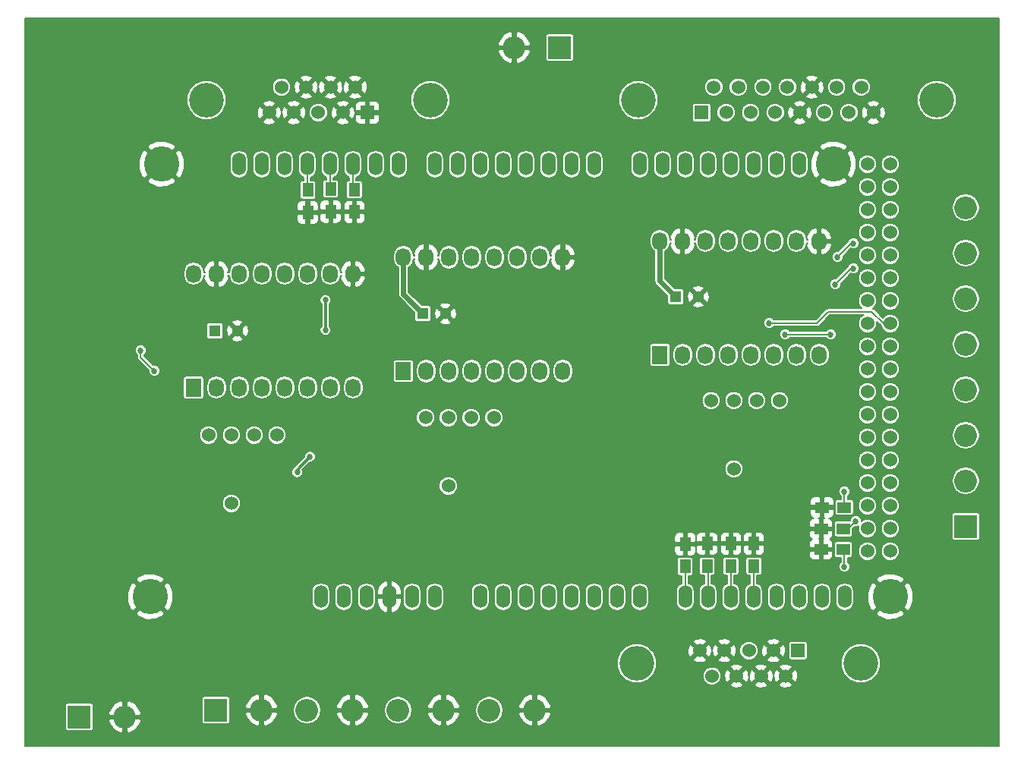
<source format=gbl>
G04 #@! TF.FileFunction,Copper,L2,Bot,Signal*
%FSLAX46Y46*%
G04 Gerber Fmt 4.6, Leading zero omitted, Abs format (unit mm)*
G04 Created by KiCad (PCBNEW 4.0.5) date Wednesday, August 30, 2017 'PMt' 12:57:39 PM*
%MOMM*%
%LPD*%
G01*
G04 APERTURE LIST*
%ADD10C,0.100000*%
%ADD11R,1.500000X1.250000*%
%ADD12R,1.250000X1.500000*%
%ADD13C,1.300000*%
%ADD14R,1.300000X1.300000*%
%ADD15O,1.524000X2.540000*%
%ADD16C,3.937000*%
%ADD17C,1.524000*%
%ADD18O,1.727200X2.032000*%
%ADD19R,1.727200X2.032000*%
%ADD20O,2.540000X2.540000*%
%ADD21R,2.540000X2.540000*%
%ADD22C,3.862000*%
%ADD23R,1.524000X1.524000*%
%ADD24C,0.685800*%
%ADD25C,0.609600*%
%ADD26C,0.304800*%
%ADD27C,0.203200*%
%ADD28C,0.152400*%
G04 APERTURE END LIST*
D10*
D11*
X165350000Y-121400000D03*
X162850000Y-121400000D03*
X165250000Y-123800000D03*
X162750000Y-123800000D03*
X165250000Y-126100000D03*
X162750000Y-126100000D03*
D12*
X110700000Y-88450000D03*
X110700000Y-85950000D03*
X105500000Y-88500000D03*
X105500000Y-86000000D03*
X108050000Y-88400000D03*
X108050000Y-85900000D03*
D13*
X120850000Y-99800000D03*
D14*
X118350000Y-99800000D03*
D13*
X149050000Y-97900000D03*
D14*
X146550000Y-97900000D03*
D13*
X97650000Y-101700000D03*
D14*
X95150000Y-101700000D03*
D15*
X142530000Y-83119200D03*
X145070000Y-83119200D03*
X147610000Y-83119200D03*
X150150000Y-83119200D03*
X152690000Y-83119200D03*
X155230000Y-83119200D03*
X157770000Y-83119200D03*
X160310000Y-83119200D03*
X165390000Y-131379200D03*
X162850000Y-131379200D03*
X160310000Y-131379200D03*
X157770000Y-131379200D03*
X147610000Y-131379200D03*
X142530000Y-131379200D03*
X139990000Y-131379200D03*
X150150000Y-131379200D03*
X152690000Y-131379200D03*
X155230000Y-131379200D03*
X137450000Y-131379200D03*
X134910000Y-131379200D03*
X132370000Y-131379200D03*
X124750000Y-131379200D03*
X127290000Y-131379200D03*
X129830000Y-131379200D03*
X119670000Y-131379200D03*
X117130000Y-131379200D03*
X114590000Y-131379200D03*
X109510000Y-131379200D03*
X106970000Y-131379200D03*
X137450000Y-83119200D03*
X134910000Y-83119200D03*
X132370000Y-83119200D03*
X129830000Y-83119200D03*
X127290000Y-83119200D03*
X124750000Y-83119200D03*
X122210000Y-83119200D03*
X119670000Y-83119200D03*
X115606000Y-83119200D03*
X113066000Y-83119200D03*
X110526000Y-83119200D03*
X107986000Y-83119200D03*
X105446000Y-83119200D03*
X102906000Y-83119200D03*
X100366000Y-83119200D03*
X97826000Y-83119200D03*
X112050000Y-131379200D03*
D16*
X170470000Y-131379200D03*
X164120000Y-83119200D03*
X89190000Y-83119200D03*
X87920000Y-131379200D03*
D17*
X167930000Y-85659200D03*
X170470000Y-85659200D03*
X167930000Y-88199200D03*
X170470000Y-88199200D03*
X167930000Y-90739200D03*
X170470000Y-90739200D03*
X167930000Y-93279200D03*
X170470000Y-93279200D03*
X167930000Y-83119200D03*
X170470000Y-83119200D03*
X170470000Y-95819200D03*
X167930000Y-95819200D03*
X167930000Y-98359200D03*
X170470000Y-98359200D03*
X167930000Y-100899200D03*
X170470000Y-100899200D03*
X167930000Y-103439200D03*
X170470000Y-103439200D03*
X167930000Y-105979200D03*
X170470000Y-105979200D03*
X167930000Y-108519200D03*
X170470000Y-108519200D03*
X167930000Y-111059200D03*
X170470000Y-111059200D03*
X167930000Y-113599200D03*
X170470000Y-113599200D03*
X167930000Y-116139200D03*
X170470000Y-116139200D03*
X167930000Y-118679200D03*
X170470000Y-118679200D03*
X167930000Y-121219200D03*
X170470000Y-121219200D03*
X167930000Y-123759200D03*
X170470000Y-123759200D03*
X167930000Y-126299200D03*
X170470000Y-126299200D03*
D18*
X162540000Y-91700000D03*
X160000000Y-91700000D03*
X157460000Y-91700000D03*
X154920000Y-91700000D03*
X152380000Y-91700000D03*
X149840000Y-91700000D03*
X147300000Y-91700000D03*
X144760000Y-91700000D03*
D19*
X144760000Y-104400000D03*
D18*
X147300000Y-104400000D03*
X149840000Y-104400000D03*
X152380000Y-104400000D03*
X154920000Y-104400000D03*
X157460000Y-104400000D03*
X160000000Y-104400000D03*
X162540000Y-104400000D03*
X133940000Y-93500000D03*
X131400000Y-93500000D03*
X128860000Y-93500000D03*
X126320000Y-93500000D03*
X123780000Y-93500000D03*
X121240000Y-93500000D03*
X118700000Y-93500000D03*
X116160000Y-93500000D03*
D19*
X116160000Y-106200000D03*
D18*
X118700000Y-106200000D03*
X121240000Y-106200000D03*
X123780000Y-106200000D03*
X126320000Y-106200000D03*
X128860000Y-106200000D03*
X131400000Y-106200000D03*
X133940000Y-106200000D03*
X110540000Y-95350000D03*
X108000000Y-95350000D03*
X105460000Y-95350000D03*
X102920000Y-95350000D03*
X100380000Y-95350000D03*
X97840000Y-95350000D03*
X95300000Y-95350000D03*
X92760000Y-95350000D03*
D19*
X92760000Y-108050000D03*
D18*
X95300000Y-108050000D03*
X97840000Y-108050000D03*
X100380000Y-108050000D03*
X102920000Y-108050000D03*
X105460000Y-108050000D03*
X108000000Y-108050000D03*
X110540000Y-108050000D03*
D12*
X155250000Y-127950000D03*
X155250000Y-125450000D03*
X152700000Y-127950000D03*
X152700000Y-125450000D03*
X150050000Y-127950000D03*
X150050000Y-125450000D03*
X147600000Y-128000000D03*
X147600000Y-125500000D03*
D20*
X178900000Y-87970000D03*
X178900000Y-93050000D03*
X178900000Y-98130000D03*
X178900000Y-103210000D03*
X178900000Y-108290000D03*
X178900000Y-113370000D03*
D21*
X178900000Y-123530000D03*
D20*
X178900000Y-118450000D03*
X130810000Y-144018000D03*
X125730000Y-144018000D03*
X120650000Y-144018000D03*
X115570000Y-144018000D03*
X110490000Y-144018000D03*
X105410000Y-144018000D03*
D21*
X95250000Y-144018000D03*
D20*
X100330000Y-144018000D03*
D17*
X155570000Y-109490000D03*
X153030000Y-109490000D03*
X150490000Y-109490000D03*
X158110000Y-109490000D03*
X153030000Y-117110000D03*
X123720000Y-111390000D03*
X121180000Y-111390000D03*
X118640000Y-111390000D03*
X126260000Y-111390000D03*
X121180000Y-119010000D03*
X99520000Y-113340000D03*
X96980000Y-113340000D03*
X94440000Y-113340000D03*
X102060000Y-113340000D03*
X96980000Y-120960000D03*
D21*
X80010000Y-144780000D03*
D20*
X85090000Y-144780000D03*
D21*
X133604000Y-70104000D03*
D20*
X128524000Y-70104000D03*
D22*
X175664000Y-75946000D03*
X142344000Y-75946000D03*
D23*
X149414000Y-77366000D03*
D17*
X152154000Y-77366000D03*
X154894000Y-77366000D03*
X157634000Y-77366000D03*
X160374000Y-77366000D03*
X163114000Y-77366000D03*
X165854000Y-77366000D03*
X168594000Y-77366000D03*
X150784000Y-74526000D03*
X153524000Y-74526000D03*
X156264000Y-74526000D03*
X159004000Y-74526000D03*
X161744000Y-74526000D03*
X164484000Y-74526000D03*
X167224000Y-74526000D03*
D22*
X142205000Y-138800000D03*
X167195000Y-138800000D03*
D23*
X160180000Y-137380000D03*
D17*
X157440000Y-137380000D03*
X154700000Y-137380000D03*
X151960000Y-137380000D03*
X149220000Y-137380000D03*
X158810000Y-140220000D03*
X156070000Y-140220000D03*
X153330000Y-140220000D03*
X150590000Y-140220000D03*
D22*
X119175000Y-75946000D03*
X94185000Y-75946000D03*
D23*
X112160000Y-77366000D03*
D17*
X109420000Y-77366000D03*
X106680000Y-77366000D03*
X103940000Y-77366000D03*
X101200000Y-77366000D03*
X102570000Y-74526000D03*
X105310000Y-74526000D03*
X108050000Y-74526000D03*
X110790000Y-74526000D03*
D24*
X95250000Y-129286000D03*
X104317800Y-117475000D03*
X105740200Y-115747800D03*
X107467400Y-101625400D03*
X107467400Y-98272600D03*
X86868000Y-103886000D03*
X88392000Y-106172000D03*
X164338000Y-96520000D03*
X166370000Y-94742000D03*
X164592000Y-93472000D03*
X166370000Y-91948000D03*
X158750000Y-102108000D03*
X163830000Y-102108000D03*
X156972000Y-100838000D03*
X165354000Y-128016000D03*
X166624000Y-122936000D03*
X165354000Y-119634000D03*
D25*
X116160000Y-93500000D02*
X116160000Y-97610000D01*
X116160000Y-97610000D02*
X118350000Y-99800000D01*
X144760000Y-91700000D02*
X144760000Y-96110000D01*
X144760000Y-96110000D02*
X146550000Y-97900000D01*
D26*
X104317800Y-117170200D02*
X104317800Y-117475000D01*
X105740200Y-115747800D02*
X104317800Y-117170200D01*
X107467400Y-98272600D02*
X107467400Y-101625400D01*
D27*
X86868000Y-104648000D02*
X86868000Y-103886000D01*
X88392000Y-106172000D02*
X86868000Y-104648000D01*
X164338000Y-96520000D02*
X166116000Y-94742000D01*
X166116000Y-94742000D02*
X166370000Y-94742000D01*
X164592000Y-93472000D02*
X166116000Y-91948000D01*
X166116000Y-91948000D02*
X166370000Y-91948000D01*
X163830000Y-102108000D02*
X158750000Y-102108000D01*
X156972000Y-100838000D02*
X162306000Y-100838000D01*
X162306000Y-100838000D02*
X163576000Y-99568000D01*
X163576000Y-99568000D02*
X168402000Y-99568000D01*
X168402000Y-99568000D02*
X169733200Y-100899200D01*
X169733200Y-100899200D02*
X170470000Y-100899200D01*
X165354000Y-126204000D02*
X165354000Y-128016000D01*
X165354000Y-126204000D02*
X165250000Y-126100000D01*
X110526000Y-83119200D02*
X110526000Y-85776000D01*
X110526000Y-85776000D02*
X110700000Y-85950000D01*
X110526000Y-85776000D02*
X110700000Y-85950000D01*
X165250000Y-123800000D02*
X165760000Y-123800000D01*
X165760000Y-123800000D02*
X166624000Y-122936000D01*
X107986000Y-83119200D02*
X107986000Y-85836000D01*
X107986000Y-85836000D02*
X108050000Y-85900000D01*
X165354000Y-119634000D02*
X165350000Y-119638000D01*
X165350000Y-119638000D02*
X165350000Y-121400000D01*
X105446000Y-83119200D02*
X105446000Y-85946000D01*
X105446000Y-85946000D02*
X105500000Y-86000000D01*
X152690000Y-131379200D02*
X152690000Y-127960000D01*
X152690000Y-127960000D02*
X152700000Y-127950000D01*
X150150000Y-131379200D02*
X150150000Y-128050000D01*
X150150000Y-128050000D02*
X150050000Y-127950000D01*
X155230000Y-131379200D02*
X155230000Y-127970000D01*
X155230000Y-127970000D02*
X155250000Y-127950000D01*
X147610000Y-131379200D02*
X147610000Y-128010000D01*
X147610000Y-128010000D02*
X147600000Y-128000000D01*
D28*
G36*
X182576400Y-148032400D02*
X73963600Y-148032400D01*
X73963600Y-143510000D01*
X78455127Y-143510000D01*
X78455127Y-146050000D01*
X78474609Y-146153539D01*
X78535801Y-146248634D01*
X78629168Y-146312429D01*
X78740000Y-146334873D01*
X81280000Y-146334873D01*
X81383539Y-146315391D01*
X81478634Y-146254199D01*
X81542429Y-146160832D01*
X81564873Y-146050000D01*
X81564873Y-145244335D01*
X83294881Y-145244335D01*
X83492316Y-145721012D01*
X83974042Y-146260789D01*
X84625663Y-146575129D01*
X84912200Y-146479616D01*
X84912200Y-144957800D01*
X85267800Y-144957800D01*
X85267800Y-146479616D01*
X85554337Y-146575129D01*
X86205958Y-146260789D01*
X86687684Y-145721012D01*
X86885119Y-145244335D01*
X86788871Y-144957800D01*
X85267800Y-144957800D01*
X84912200Y-144957800D01*
X83391129Y-144957800D01*
X83294881Y-145244335D01*
X81564873Y-145244335D01*
X81564873Y-144315665D01*
X83294881Y-144315665D01*
X83391129Y-144602200D01*
X84912200Y-144602200D01*
X84912200Y-143080384D01*
X85267800Y-143080384D01*
X85267800Y-144602200D01*
X86788871Y-144602200D01*
X86885119Y-144315665D01*
X86687684Y-143838988D01*
X86205958Y-143299211D01*
X85554337Y-142984871D01*
X85267800Y-143080384D01*
X84912200Y-143080384D01*
X84625663Y-142984871D01*
X83974042Y-143299211D01*
X83492316Y-143838988D01*
X83294881Y-144315665D01*
X81564873Y-144315665D01*
X81564873Y-143510000D01*
X81545391Y-143406461D01*
X81484199Y-143311366D01*
X81390832Y-143247571D01*
X81280000Y-143225127D01*
X78740000Y-143225127D01*
X78636461Y-143244609D01*
X78541366Y-143305801D01*
X78477571Y-143399168D01*
X78455127Y-143510000D01*
X73963600Y-143510000D01*
X73963600Y-142748000D01*
X93695127Y-142748000D01*
X93695127Y-145288000D01*
X93714609Y-145391539D01*
X93775801Y-145486634D01*
X93869168Y-145550429D01*
X93980000Y-145572873D01*
X96520000Y-145572873D01*
X96623539Y-145553391D01*
X96718634Y-145492199D01*
X96782429Y-145398832D01*
X96804873Y-145288000D01*
X96804873Y-144482335D01*
X98534881Y-144482335D01*
X98732316Y-144959012D01*
X99214042Y-145498789D01*
X99865663Y-145813129D01*
X100152200Y-145717616D01*
X100152200Y-144195800D01*
X100507800Y-144195800D01*
X100507800Y-145717616D01*
X100794337Y-145813129D01*
X101445958Y-145498789D01*
X101927684Y-144959012D01*
X102125119Y-144482335D01*
X102028871Y-144195800D01*
X100507800Y-144195800D01*
X100152200Y-144195800D01*
X98631129Y-144195800D01*
X98534881Y-144482335D01*
X96804873Y-144482335D01*
X96804873Y-144018000D01*
X103830245Y-144018000D01*
X103948186Y-144610930D01*
X104284054Y-145113591D01*
X104786715Y-145449459D01*
X105379645Y-145567400D01*
X105440355Y-145567400D01*
X106033285Y-145449459D01*
X106535946Y-145113591D01*
X106871814Y-144610930D01*
X106897393Y-144482335D01*
X108694881Y-144482335D01*
X108892316Y-144959012D01*
X109374042Y-145498789D01*
X110025663Y-145813129D01*
X110312200Y-145717616D01*
X110312200Y-144195800D01*
X110667800Y-144195800D01*
X110667800Y-145717616D01*
X110954337Y-145813129D01*
X111605958Y-145498789D01*
X112087684Y-144959012D01*
X112285119Y-144482335D01*
X112188871Y-144195800D01*
X110667800Y-144195800D01*
X110312200Y-144195800D01*
X108791129Y-144195800D01*
X108694881Y-144482335D01*
X106897393Y-144482335D01*
X106989755Y-144018000D01*
X113990245Y-144018000D01*
X114108186Y-144610930D01*
X114444054Y-145113591D01*
X114946715Y-145449459D01*
X115539645Y-145567400D01*
X115600355Y-145567400D01*
X116193285Y-145449459D01*
X116695946Y-145113591D01*
X117031814Y-144610930D01*
X117057393Y-144482335D01*
X118854881Y-144482335D01*
X119052316Y-144959012D01*
X119534042Y-145498789D01*
X120185663Y-145813129D01*
X120472200Y-145717616D01*
X120472200Y-144195800D01*
X120827800Y-144195800D01*
X120827800Y-145717616D01*
X121114337Y-145813129D01*
X121765958Y-145498789D01*
X122247684Y-144959012D01*
X122445119Y-144482335D01*
X122348871Y-144195800D01*
X120827800Y-144195800D01*
X120472200Y-144195800D01*
X118951129Y-144195800D01*
X118854881Y-144482335D01*
X117057393Y-144482335D01*
X117149755Y-144018000D01*
X124150245Y-144018000D01*
X124268186Y-144610930D01*
X124604054Y-145113591D01*
X125106715Y-145449459D01*
X125699645Y-145567400D01*
X125760355Y-145567400D01*
X126353285Y-145449459D01*
X126855946Y-145113591D01*
X127191814Y-144610930D01*
X127217393Y-144482335D01*
X129014881Y-144482335D01*
X129212316Y-144959012D01*
X129694042Y-145498789D01*
X130345663Y-145813129D01*
X130632200Y-145717616D01*
X130632200Y-144195800D01*
X130987800Y-144195800D01*
X130987800Y-145717616D01*
X131274337Y-145813129D01*
X131925958Y-145498789D01*
X132407684Y-144959012D01*
X132605119Y-144482335D01*
X132508871Y-144195800D01*
X130987800Y-144195800D01*
X130632200Y-144195800D01*
X129111129Y-144195800D01*
X129014881Y-144482335D01*
X127217393Y-144482335D01*
X127309755Y-144018000D01*
X127217394Y-143553665D01*
X129014881Y-143553665D01*
X129111129Y-143840200D01*
X130632200Y-143840200D01*
X130632200Y-142318384D01*
X130987800Y-142318384D01*
X130987800Y-143840200D01*
X132508871Y-143840200D01*
X132605119Y-143553665D01*
X132407684Y-143076988D01*
X131925958Y-142537211D01*
X131274337Y-142222871D01*
X130987800Y-142318384D01*
X130632200Y-142318384D01*
X130345663Y-142222871D01*
X129694042Y-142537211D01*
X129212316Y-143076988D01*
X129014881Y-143553665D01*
X127217394Y-143553665D01*
X127191814Y-143425070D01*
X126855946Y-142922409D01*
X126353285Y-142586541D01*
X125760355Y-142468600D01*
X125699645Y-142468600D01*
X125106715Y-142586541D01*
X124604054Y-142922409D01*
X124268186Y-143425070D01*
X124150245Y-144018000D01*
X117149755Y-144018000D01*
X117057394Y-143553665D01*
X118854881Y-143553665D01*
X118951129Y-143840200D01*
X120472200Y-143840200D01*
X120472200Y-142318384D01*
X120827800Y-142318384D01*
X120827800Y-143840200D01*
X122348871Y-143840200D01*
X122445119Y-143553665D01*
X122247684Y-143076988D01*
X121765958Y-142537211D01*
X121114337Y-142222871D01*
X120827800Y-142318384D01*
X120472200Y-142318384D01*
X120185663Y-142222871D01*
X119534042Y-142537211D01*
X119052316Y-143076988D01*
X118854881Y-143553665D01*
X117057394Y-143553665D01*
X117031814Y-143425070D01*
X116695946Y-142922409D01*
X116193285Y-142586541D01*
X115600355Y-142468600D01*
X115539645Y-142468600D01*
X114946715Y-142586541D01*
X114444054Y-142922409D01*
X114108186Y-143425070D01*
X113990245Y-144018000D01*
X106989755Y-144018000D01*
X106897394Y-143553665D01*
X108694881Y-143553665D01*
X108791129Y-143840200D01*
X110312200Y-143840200D01*
X110312200Y-142318384D01*
X110667800Y-142318384D01*
X110667800Y-143840200D01*
X112188871Y-143840200D01*
X112285119Y-143553665D01*
X112087684Y-143076988D01*
X111605958Y-142537211D01*
X110954337Y-142222871D01*
X110667800Y-142318384D01*
X110312200Y-142318384D01*
X110025663Y-142222871D01*
X109374042Y-142537211D01*
X108892316Y-143076988D01*
X108694881Y-143553665D01*
X106897394Y-143553665D01*
X106871814Y-143425070D01*
X106535946Y-142922409D01*
X106033285Y-142586541D01*
X105440355Y-142468600D01*
X105379645Y-142468600D01*
X104786715Y-142586541D01*
X104284054Y-142922409D01*
X103948186Y-143425070D01*
X103830245Y-144018000D01*
X96804873Y-144018000D01*
X96804873Y-143553665D01*
X98534881Y-143553665D01*
X98631129Y-143840200D01*
X100152200Y-143840200D01*
X100152200Y-142318384D01*
X100507800Y-142318384D01*
X100507800Y-143840200D01*
X102028871Y-143840200D01*
X102125119Y-143553665D01*
X101927684Y-143076988D01*
X101445958Y-142537211D01*
X100794337Y-142222871D01*
X100507800Y-142318384D01*
X100152200Y-142318384D01*
X99865663Y-142222871D01*
X99214042Y-142537211D01*
X98732316Y-143076988D01*
X98534881Y-143553665D01*
X96804873Y-143553665D01*
X96804873Y-142748000D01*
X96785391Y-142644461D01*
X96724199Y-142549366D01*
X96630832Y-142485571D01*
X96520000Y-142463127D01*
X93980000Y-142463127D01*
X93876461Y-142482609D01*
X93781366Y-142543801D01*
X93717571Y-142637168D01*
X93695127Y-142748000D01*
X73963600Y-142748000D01*
X73963600Y-139237747D01*
X139994217Y-139237747D01*
X140330022Y-140050455D01*
X140951274Y-140672793D01*
X141763395Y-141010015D01*
X142642747Y-141010783D01*
X143455455Y-140674978D01*
X143704629Y-140426238D01*
X149548420Y-140426238D01*
X149706629Y-140809135D01*
X149999324Y-141102341D01*
X150381944Y-141261219D01*
X150796238Y-141261580D01*
X150935965Y-141203846D01*
X152597601Y-141203846D01*
X152673862Y-141425588D01*
X153185166Y-141584911D01*
X153718520Y-141536439D01*
X153986138Y-141425588D01*
X154062399Y-141203846D01*
X155337601Y-141203846D01*
X155413862Y-141425588D01*
X155925166Y-141584911D01*
X156458520Y-141536439D01*
X156726138Y-141425588D01*
X156802399Y-141203846D01*
X158077601Y-141203846D01*
X158153862Y-141425588D01*
X158665166Y-141584911D01*
X159198520Y-141536439D01*
X159466138Y-141425588D01*
X159542399Y-141203846D01*
X158810000Y-140471447D01*
X158077601Y-141203846D01*
X156802399Y-141203846D01*
X156070000Y-140471447D01*
X155337601Y-141203846D01*
X154062399Y-141203846D01*
X153330000Y-140471447D01*
X152597601Y-141203846D01*
X150935965Y-141203846D01*
X151179135Y-141103371D01*
X151472341Y-140810676D01*
X151631219Y-140428056D01*
X151631526Y-140075166D01*
X151965089Y-140075166D01*
X152013561Y-140608520D01*
X152124412Y-140876138D01*
X152346154Y-140952399D01*
X153078553Y-140220000D01*
X153581447Y-140220000D01*
X154313846Y-140952399D01*
X154535588Y-140876138D01*
X154694911Y-140364834D01*
X154668586Y-140075166D01*
X154705089Y-140075166D01*
X154753561Y-140608520D01*
X154864412Y-140876138D01*
X155086154Y-140952399D01*
X155818553Y-140220000D01*
X156321447Y-140220000D01*
X157053846Y-140952399D01*
X157275588Y-140876138D01*
X157434911Y-140364834D01*
X157408586Y-140075166D01*
X157445089Y-140075166D01*
X157493561Y-140608520D01*
X157604412Y-140876138D01*
X157826154Y-140952399D01*
X158558553Y-140220000D01*
X159061447Y-140220000D01*
X159793846Y-140952399D01*
X160015588Y-140876138D01*
X160174911Y-140364834D01*
X160126439Y-139831480D01*
X160015588Y-139563862D01*
X159793846Y-139487601D01*
X159061447Y-140220000D01*
X158558553Y-140220000D01*
X157826154Y-139487601D01*
X157604412Y-139563862D01*
X157445089Y-140075166D01*
X157408586Y-140075166D01*
X157386439Y-139831480D01*
X157275588Y-139563862D01*
X157053846Y-139487601D01*
X156321447Y-140220000D01*
X155818553Y-140220000D01*
X155086154Y-139487601D01*
X154864412Y-139563862D01*
X154705089Y-140075166D01*
X154668586Y-140075166D01*
X154646439Y-139831480D01*
X154535588Y-139563862D01*
X154313846Y-139487601D01*
X153581447Y-140220000D01*
X153078553Y-140220000D01*
X152346154Y-139487601D01*
X152124412Y-139563862D01*
X151965089Y-140075166D01*
X151631526Y-140075166D01*
X151631580Y-140013762D01*
X151473371Y-139630865D01*
X151180676Y-139337659D01*
X150936226Y-139236154D01*
X152597601Y-139236154D01*
X153330000Y-139968553D01*
X154062399Y-139236154D01*
X155337601Y-139236154D01*
X156070000Y-139968553D01*
X156802399Y-139236154D01*
X158077601Y-139236154D01*
X158810000Y-139968553D01*
X159540806Y-139237747D01*
X164984217Y-139237747D01*
X165320022Y-140050455D01*
X165941274Y-140672793D01*
X166753395Y-141010015D01*
X167632747Y-141010783D01*
X168445455Y-140674978D01*
X169067793Y-140053726D01*
X169405015Y-139241605D01*
X169405783Y-138362253D01*
X169069978Y-137549545D01*
X168448726Y-136927207D01*
X167636605Y-136589985D01*
X166757253Y-136589217D01*
X165944545Y-136925022D01*
X165322207Y-137546274D01*
X164984985Y-138358395D01*
X164984217Y-139237747D01*
X159540806Y-139237747D01*
X159542399Y-139236154D01*
X159466138Y-139014412D01*
X158954834Y-138855089D01*
X158421480Y-138903561D01*
X158153862Y-139014412D01*
X158077601Y-139236154D01*
X156802399Y-139236154D01*
X156726138Y-139014412D01*
X156214834Y-138855089D01*
X155681480Y-138903561D01*
X155413862Y-139014412D01*
X155337601Y-139236154D01*
X154062399Y-139236154D01*
X153986138Y-139014412D01*
X153474834Y-138855089D01*
X152941480Y-138903561D01*
X152673862Y-139014412D01*
X152597601Y-139236154D01*
X150936226Y-139236154D01*
X150798056Y-139178781D01*
X150383762Y-139178420D01*
X150000865Y-139336629D01*
X149707659Y-139629324D01*
X149548781Y-140011944D01*
X149548420Y-140426238D01*
X143704629Y-140426238D01*
X144077793Y-140053726D01*
X144415015Y-139241605D01*
X144415781Y-138363846D01*
X148487601Y-138363846D01*
X148563862Y-138585588D01*
X149075166Y-138744911D01*
X149608520Y-138696439D01*
X149876138Y-138585588D01*
X149952399Y-138363846D01*
X151227601Y-138363846D01*
X151303862Y-138585588D01*
X151815166Y-138744911D01*
X152348520Y-138696439D01*
X152616138Y-138585588D01*
X152692399Y-138363846D01*
X151960000Y-137631447D01*
X151227601Y-138363846D01*
X149952399Y-138363846D01*
X149220000Y-137631447D01*
X148487601Y-138363846D01*
X144415781Y-138363846D01*
X144415783Y-138362253D01*
X144079978Y-137549545D01*
X143766148Y-137235166D01*
X147855089Y-137235166D01*
X147903561Y-137768520D01*
X148014412Y-138036138D01*
X148236154Y-138112399D01*
X148968553Y-137380000D01*
X149471447Y-137380000D01*
X150203846Y-138112399D01*
X150425588Y-138036138D01*
X150584911Y-137524834D01*
X150558586Y-137235166D01*
X150595089Y-137235166D01*
X150643561Y-137768520D01*
X150754412Y-138036138D01*
X150976154Y-138112399D01*
X151708553Y-137380000D01*
X152211447Y-137380000D01*
X152943846Y-138112399D01*
X153165588Y-138036138D01*
X153305777Y-137586238D01*
X153658420Y-137586238D01*
X153816629Y-137969135D01*
X154109324Y-138262341D01*
X154491944Y-138421219D01*
X154906238Y-138421580D01*
X155045965Y-138363846D01*
X156707601Y-138363846D01*
X156783862Y-138585588D01*
X157295166Y-138744911D01*
X157828520Y-138696439D01*
X158096138Y-138585588D01*
X158172399Y-138363846D01*
X157440000Y-137631447D01*
X156707601Y-138363846D01*
X155045965Y-138363846D01*
X155289135Y-138263371D01*
X155582341Y-137970676D01*
X155741219Y-137588056D01*
X155741526Y-137235166D01*
X156075089Y-137235166D01*
X156123561Y-137768520D01*
X156234412Y-138036138D01*
X156456154Y-138112399D01*
X157188553Y-137380000D01*
X157691447Y-137380000D01*
X158423846Y-138112399D01*
X158645588Y-138036138D01*
X158804911Y-137524834D01*
X158756439Y-136991480D01*
X158645588Y-136723862D01*
X158423846Y-136647601D01*
X157691447Y-137380000D01*
X157188553Y-137380000D01*
X156456154Y-136647601D01*
X156234412Y-136723862D01*
X156075089Y-137235166D01*
X155741526Y-137235166D01*
X155741580Y-137173762D01*
X155583371Y-136790865D01*
X155290676Y-136497659D01*
X155046226Y-136396154D01*
X156707601Y-136396154D01*
X157440000Y-137128553D01*
X157950553Y-136618000D01*
X159133127Y-136618000D01*
X159133127Y-138142000D01*
X159152609Y-138245539D01*
X159213801Y-138340634D01*
X159307168Y-138404429D01*
X159418000Y-138426873D01*
X160942000Y-138426873D01*
X161045539Y-138407391D01*
X161140634Y-138346199D01*
X161204429Y-138252832D01*
X161226873Y-138142000D01*
X161226873Y-136618000D01*
X161207391Y-136514461D01*
X161146199Y-136419366D01*
X161052832Y-136355571D01*
X160942000Y-136333127D01*
X159418000Y-136333127D01*
X159314461Y-136352609D01*
X159219366Y-136413801D01*
X159155571Y-136507168D01*
X159133127Y-136618000D01*
X157950553Y-136618000D01*
X158172399Y-136396154D01*
X158096138Y-136174412D01*
X157584834Y-136015089D01*
X157051480Y-136063561D01*
X156783862Y-136174412D01*
X156707601Y-136396154D01*
X155046226Y-136396154D01*
X154908056Y-136338781D01*
X154493762Y-136338420D01*
X154110865Y-136496629D01*
X153817659Y-136789324D01*
X153658781Y-137171944D01*
X153658420Y-137586238D01*
X153305777Y-137586238D01*
X153324911Y-137524834D01*
X153276439Y-136991480D01*
X153165588Y-136723862D01*
X152943846Y-136647601D01*
X152211447Y-137380000D01*
X151708553Y-137380000D01*
X150976154Y-136647601D01*
X150754412Y-136723862D01*
X150595089Y-137235166D01*
X150558586Y-137235166D01*
X150536439Y-136991480D01*
X150425588Y-136723862D01*
X150203846Y-136647601D01*
X149471447Y-137380000D01*
X148968553Y-137380000D01*
X148236154Y-136647601D01*
X148014412Y-136723862D01*
X147855089Y-137235166D01*
X143766148Y-137235166D01*
X143458726Y-136927207D01*
X142646605Y-136589985D01*
X141767253Y-136589217D01*
X140954545Y-136925022D01*
X140332207Y-137546274D01*
X139994985Y-138358395D01*
X139994217Y-139237747D01*
X73963600Y-139237747D01*
X73963600Y-136396154D01*
X148487601Y-136396154D01*
X149220000Y-137128553D01*
X149952399Y-136396154D01*
X151227601Y-136396154D01*
X151960000Y-137128553D01*
X152692399Y-136396154D01*
X152616138Y-136174412D01*
X152104834Y-136015089D01*
X151571480Y-136063561D01*
X151303862Y-136174412D01*
X151227601Y-136396154D01*
X149952399Y-136396154D01*
X149876138Y-136174412D01*
X149364834Y-136015089D01*
X148831480Y-136063561D01*
X148563862Y-136174412D01*
X148487601Y-136396154D01*
X73963600Y-136396154D01*
X73963600Y-133237489D01*
X86313159Y-133237489D01*
X86537582Y-133584426D01*
X87486715Y-133945591D01*
X88501812Y-133916047D01*
X89302418Y-133584426D01*
X89526841Y-133237489D01*
X168863159Y-133237489D01*
X169087582Y-133584426D01*
X170036715Y-133945591D01*
X171051812Y-133916047D01*
X171852418Y-133584426D01*
X172076841Y-133237489D01*
X170470000Y-131630647D01*
X168863159Y-133237489D01*
X89526841Y-133237489D01*
X87920000Y-131630647D01*
X86313159Y-133237489D01*
X73963600Y-133237489D01*
X73963600Y-130945915D01*
X85353609Y-130945915D01*
X85383153Y-131961012D01*
X85714774Y-132761618D01*
X86061711Y-132986041D01*
X87668553Y-131379200D01*
X88171447Y-131379200D01*
X89778289Y-132986041D01*
X90125226Y-132761618D01*
X90486391Y-131812485D01*
X90458112Y-130840845D01*
X105928600Y-130840845D01*
X105928600Y-131917555D01*
X106007872Y-132316082D01*
X106233619Y-132653936D01*
X106571473Y-132879683D01*
X106970000Y-132958955D01*
X107368527Y-132879683D01*
X107706381Y-132653936D01*
X107932128Y-132316082D01*
X108011400Y-131917555D01*
X108011400Y-130840845D01*
X108468600Y-130840845D01*
X108468600Y-131917555D01*
X108547872Y-132316082D01*
X108773619Y-132653936D01*
X109111473Y-132879683D01*
X109510000Y-132958955D01*
X109908527Y-132879683D01*
X110246381Y-132653936D01*
X110472128Y-132316082D01*
X110551400Y-131917555D01*
X110551400Y-130840845D01*
X111008600Y-130840845D01*
X111008600Y-131917555D01*
X111087872Y-132316082D01*
X111313619Y-132653936D01*
X111651473Y-132879683D01*
X112050000Y-132958955D01*
X112448527Y-132879683D01*
X112786381Y-132653936D01*
X113012128Y-132316082D01*
X113091400Y-131917555D01*
X113091400Y-131557000D01*
X113243800Y-131557000D01*
X113243800Y-132065000D01*
X113414314Y-132566634D01*
X113763816Y-132964831D01*
X114205642Y-133177364D01*
X114412200Y-133074107D01*
X114412200Y-131557000D01*
X114767800Y-131557000D01*
X114767800Y-133074107D01*
X114974358Y-133177364D01*
X115416184Y-132964831D01*
X115765686Y-132566634D01*
X115936200Y-132065000D01*
X115936200Y-131557000D01*
X114767800Y-131557000D01*
X114412200Y-131557000D01*
X113243800Y-131557000D01*
X113091400Y-131557000D01*
X113091400Y-130840845D01*
X113062072Y-130693400D01*
X113243800Y-130693400D01*
X113243800Y-131201400D01*
X114412200Y-131201400D01*
X114412200Y-129684293D01*
X114767800Y-129684293D01*
X114767800Y-131201400D01*
X115936200Y-131201400D01*
X115936200Y-130840845D01*
X116088600Y-130840845D01*
X116088600Y-131917555D01*
X116167872Y-132316082D01*
X116393619Y-132653936D01*
X116731473Y-132879683D01*
X117130000Y-132958955D01*
X117528527Y-132879683D01*
X117866381Y-132653936D01*
X118092128Y-132316082D01*
X118171400Y-131917555D01*
X118171400Y-130840845D01*
X118628600Y-130840845D01*
X118628600Y-131917555D01*
X118707872Y-132316082D01*
X118933619Y-132653936D01*
X119271473Y-132879683D01*
X119670000Y-132958955D01*
X120068527Y-132879683D01*
X120406381Y-132653936D01*
X120632128Y-132316082D01*
X120711400Y-131917555D01*
X120711400Y-130840845D01*
X123708600Y-130840845D01*
X123708600Y-131917555D01*
X123787872Y-132316082D01*
X124013619Y-132653936D01*
X124351473Y-132879683D01*
X124750000Y-132958955D01*
X125148527Y-132879683D01*
X125486381Y-132653936D01*
X125712128Y-132316082D01*
X125791400Y-131917555D01*
X125791400Y-130840845D01*
X126248600Y-130840845D01*
X126248600Y-131917555D01*
X126327872Y-132316082D01*
X126553619Y-132653936D01*
X126891473Y-132879683D01*
X127290000Y-132958955D01*
X127688527Y-132879683D01*
X128026381Y-132653936D01*
X128252128Y-132316082D01*
X128331400Y-131917555D01*
X128331400Y-130840845D01*
X128788600Y-130840845D01*
X128788600Y-131917555D01*
X128867872Y-132316082D01*
X129093619Y-132653936D01*
X129431473Y-132879683D01*
X129830000Y-132958955D01*
X130228527Y-132879683D01*
X130566381Y-132653936D01*
X130792128Y-132316082D01*
X130871400Y-131917555D01*
X130871400Y-130840845D01*
X131328600Y-130840845D01*
X131328600Y-131917555D01*
X131407872Y-132316082D01*
X131633619Y-132653936D01*
X131971473Y-132879683D01*
X132370000Y-132958955D01*
X132768527Y-132879683D01*
X133106381Y-132653936D01*
X133332128Y-132316082D01*
X133411400Y-131917555D01*
X133411400Y-130840845D01*
X133868600Y-130840845D01*
X133868600Y-131917555D01*
X133947872Y-132316082D01*
X134173619Y-132653936D01*
X134511473Y-132879683D01*
X134910000Y-132958955D01*
X135308527Y-132879683D01*
X135646381Y-132653936D01*
X135872128Y-132316082D01*
X135951400Y-131917555D01*
X135951400Y-130840845D01*
X136408600Y-130840845D01*
X136408600Y-131917555D01*
X136487872Y-132316082D01*
X136713619Y-132653936D01*
X137051473Y-132879683D01*
X137450000Y-132958955D01*
X137848527Y-132879683D01*
X138186381Y-132653936D01*
X138412128Y-132316082D01*
X138491400Y-131917555D01*
X138491400Y-130840845D01*
X138948600Y-130840845D01*
X138948600Y-131917555D01*
X139027872Y-132316082D01*
X139253619Y-132653936D01*
X139591473Y-132879683D01*
X139990000Y-132958955D01*
X140388527Y-132879683D01*
X140726381Y-132653936D01*
X140952128Y-132316082D01*
X141031400Y-131917555D01*
X141031400Y-130840845D01*
X141488600Y-130840845D01*
X141488600Y-131917555D01*
X141567872Y-132316082D01*
X141793619Y-132653936D01*
X142131473Y-132879683D01*
X142530000Y-132958955D01*
X142928527Y-132879683D01*
X143266381Y-132653936D01*
X143492128Y-132316082D01*
X143571400Y-131917555D01*
X143571400Y-130840845D01*
X146568600Y-130840845D01*
X146568600Y-131917555D01*
X146647872Y-132316082D01*
X146873619Y-132653936D01*
X147211473Y-132879683D01*
X147610000Y-132958955D01*
X148008527Y-132879683D01*
X148346381Y-132653936D01*
X148572128Y-132316082D01*
X148651400Y-131917555D01*
X148651400Y-130840845D01*
X149108600Y-130840845D01*
X149108600Y-131917555D01*
X149187872Y-132316082D01*
X149413619Y-132653936D01*
X149751473Y-132879683D01*
X150150000Y-132958955D01*
X150548527Y-132879683D01*
X150886381Y-132653936D01*
X151112128Y-132316082D01*
X151191400Y-131917555D01*
X151191400Y-130840845D01*
X151648600Y-130840845D01*
X151648600Y-131917555D01*
X151727872Y-132316082D01*
X151953619Y-132653936D01*
X152291473Y-132879683D01*
X152690000Y-132958955D01*
X153088527Y-132879683D01*
X153426381Y-132653936D01*
X153652128Y-132316082D01*
X153731400Y-131917555D01*
X153731400Y-130840845D01*
X154188600Y-130840845D01*
X154188600Y-131917555D01*
X154267872Y-132316082D01*
X154493619Y-132653936D01*
X154831473Y-132879683D01*
X155230000Y-132958955D01*
X155628527Y-132879683D01*
X155966381Y-132653936D01*
X156192128Y-132316082D01*
X156271400Y-131917555D01*
X156271400Y-130840845D01*
X156728600Y-130840845D01*
X156728600Y-131917555D01*
X156807872Y-132316082D01*
X157033619Y-132653936D01*
X157371473Y-132879683D01*
X157770000Y-132958955D01*
X158168527Y-132879683D01*
X158506381Y-132653936D01*
X158732128Y-132316082D01*
X158811400Y-131917555D01*
X158811400Y-130840845D01*
X159268600Y-130840845D01*
X159268600Y-131917555D01*
X159347872Y-132316082D01*
X159573619Y-132653936D01*
X159911473Y-132879683D01*
X160310000Y-132958955D01*
X160708527Y-132879683D01*
X161046381Y-132653936D01*
X161272128Y-132316082D01*
X161351400Y-131917555D01*
X161351400Y-130840845D01*
X161808600Y-130840845D01*
X161808600Y-131917555D01*
X161887872Y-132316082D01*
X162113619Y-132653936D01*
X162451473Y-132879683D01*
X162850000Y-132958955D01*
X163248527Y-132879683D01*
X163586381Y-132653936D01*
X163812128Y-132316082D01*
X163891400Y-131917555D01*
X163891400Y-130840845D01*
X164348600Y-130840845D01*
X164348600Y-131917555D01*
X164427872Y-132316082D01*
X164653619Y-132653936D01*
X164991473Y-132879683D01*
X165390000Y-132958955D01*
X165788527Y-132879683D01*
X166126381Y-132653936D01*
X166352128Y-132316082D01*
X166431400Y-131917555D01*
X166431400Y-130945915D01*
X167903609Y-130945915D01*
X167933153Y-131961012D01*
X168264774Y-132761618D01*
X168611711Y-132986041D01*
X170218553Y-131379200D01*
X170721447Y-131379200D01*
X172328289Y-132986041D01*
X172675226Y-132761618D01*
X173036391Y-131812485D01*
X173006847Y-130797388D01*
X172675226Y-129996782D01*
X172328289Y-129772359D01*
X170721447Y-131379200D01*
X170218553Y-131379200D01*
X168611711Y-129772359D01*
X168264774Y-129996782D01*
X167903609Y-130945915D01*
X166431400Y-130945915D01*
X166431400Y-130840845D01*
X166352128Y-130442318D01*
X166126381Y-130104464D01*
X165788527Y-129878717D01*
X165390000Y-129799445D01*
X164991473Y-129878717D01*
X164653619Y-130104464D01*
X164427872Y-130442318D01*
X164348600Y-130840845D01*
X163891400Y-130840845D01*
X163812128Y-130442318D01*
X163586381Y-130104464D01*
X163248527Y-129878717D01*
X162850000Y-129799445D01*
X162451473Y-129878717D01*
X162113619Y-130104464D01*
X161887872Y-130442318D01*
X161808600Y-130840845D01*
X161351400Y-130840845D01*
X161272128Y-130442318D01*
X161046381Y-130104464D01*
X160708527Y-129878717D01*
X160310000Y-129799445D01*
X159911473Y-129878717D01*
X159573619Y-130104464D01*
X159347872Y-130442318D01*
X159268600Y-130840845D01*
X158811400Y-130840845D01*
X158732128Y-130442318D01*
X158506381Y-130104464D01*
X158168527Y-129878717D01*
X157770000Y-129799445D01*
X157371473Y-129878717D01*
X157033619Y-130104464D01*
X156807872Y-130442318D01*
X156728600Y-130840845D01*
X156271400Y-130840845D01*
X156192128Y-130442318D01*
X155966381Y-130104464D01*
X155628527Y-129878717D01*
X155611000Y-129875231D01*
X155611000Y-129520911D01*
X168863159Y-129520911D01*
X170470000Y-131127753D01*
X172076841Y-129520911D01*
X171852418Y-129173974D01*
X170903285Y-128812809D01*
X169888188Y-128842353D01*
X169087582Y-129173974D01*
X168863159Y-129520911D01*
X155611000Y-129520911D01*
X155611000Y-128984873D01*
X155875000Y-128984873D01*
X155978539Y-128965391D01*
X156073634Y-128904199D01*
X156137429Y-128810832D01*
X156159873Y-128700000D01*
X156159873Y-127200000D01*
X156140391Y-127096461D01*
X156079199Y-127001366D01*
X155985832Y-126937571D01*
X155875000Y-126915127D01*
X154625000Y-126915127D01*
X154521461Y-126934609D01*
X154426366Y-126995801D01*
X154362571Y-127089168D01*
X154340127Y-127200000D01*
X154340127Y-128700000D01*
X154359609Y-128803539D01*
X154420801Y-128898634D01*
X154514168Y-128962429D01*
X154625000Y-128984873D01*
X154849000Y-128984873D01*
X154849000Y-129875231D01*
X154831473Y-129878717D01*
X154493619Y-130104464D01*
X154267872Y-130442318D01*
X154188600Y-130840845D01*
X153731400Y-130840845D01*
X153652128Y-130442318D01*
X153426381Y-130104464D01*
X153088527Y-129878717D01*
X153071000Y-129875231D01*
X153071000Y-128984873D01*
X153325000Y-128984873D01*
X153428539Y-128965391D01*
X153523634Y-128904199D01*
X153587429Y-128810832D01*
X153609873Y-128700000D01*
X153609873Y-127200000D01*
X153590391Y-127096461D01*
X153529199Y-127001366D01*
X153435832Y-126937571D01*
X153325000Y-126915127D01*
X152075000Y-126915127D01*
X151971461Y-126934609D01*
X151876366Y-126995801D01*
X151812571Y-127089168D01*
X151790127Y-127200000D01*
X151790127Y-128700000D01*
X151809609Y-128803539D01*
X151870801Y-128898634D01*
X151964168Y-128962429D01*
X152075000Y-128984873D01*
X152309000Y-128984873D01*
X152309000Y-129875231D01*
X152291473Y-129878717D01*
X151953619Y-130104464D01*
X151727872Y-130442318D01*
X151648600Y-130840845D01*
X151191400Y-130840845D01*
X151112128Y-130442318D01*
X150886381Y-130104464D01*
X150548527Y-129878717D01*
X150531000Y-129875231D01*
X150531000Y-128984873D01*
X150675000Y-128984873D01*
X150778539Y-128965391D01*
X150873634Y-128904199D01*
X150937429Y-128810832D01*
X150959873Y-128700000D01*
X150959873Y-127200000D01*
X150940391Y-127096461D01*
X150879199Y-127001366D01*
X150785832Y-126937571D01*
X150675000Y-126915127D01*
X149425000Y-126915127D01*
X149321461Y-126934609D01*
X149226366Y-126995801D01*
X149162571Y-127089168D01*
X149140127Y-127200000D01*
X149140127Y-128700000D01*
X149159609Y-128803539D01*
X149220801Y-128898634D01*
X149314168Y-128962429D01*
X149425000Y-128984873D01*
X149769000Y-128984873D01*
X149769000Y-129875231D01*
X149751473Y-129878717D01*
X149413619Y-130104464D01*
X149187872Y-130442318D01*
X149108600Y-130840845D01*
X148651400Y-130840845D01*
X148572128Y-130442318D01*
X148346381Y-130104464D01*
X148008527Y-129878717D01*
X147991000Y-129875231D01*
X147991000Y-129034873D01*
X148225000Y-129034873D01*
X148328539Y-129015391D01*
X148423634Y-128954199D01*
X148487429Y-128860832D01*
X148509873Y-128750000D01*
X148509873Y-127250000D01*
X148490391Y-127146461D01*
X148429199Y-127051366D01*
X148335832Y-126987571D01*
X148225000Y-126965127D01*
X146975000Y-126965127D01*
X146871461Y-126984609D01*
X146776366Y-127045801D01*
X146712571Y-127139168D01*
X146690127Y-127250000D01*
X146690127Y-128750000D01*
X146709609Y-128853539D01*
X146770801Y-128948634D01*
X146864168Y-129012429D01*
X146975000Y-129034873D01*
X147229000Y-129034873D01*
X147229000Y-129875231D01*
X147211473Y-129878717D01*
X146873619Y-130104464D01*
X146647872Y-130442318D01*
X146568600Y-130840845D01*
X143571400Y-130840845D01*
X143492128Y-130442318D01*
X143266381Y-130104464D01*
X142928527Y-129878717D01*
X142530000Y-129799445D01*
X142131473Y-129878717D01*
X141793619Y-130104464D01*
X141567872Y-130442318D01*
X141488600Y-130840845D01*
X141031400Y-130840845D01*
X140952128Y-130442318D01*
X140726381Y-130104464D01*
X140388527Y-129878717D01*
X139990000Y-129799445D01*
X139591473Y-129878717D01*
X139253619Y-130104464D01*
X139027872Y-130442318D01*
X138948600Y-130840845D01*
X138491400Y-130840845D01*
X138412128Y-130442318D01*
X138186381Y-130104464D01*
X137848527Y-129878717D01*
X137450000Y-129799445D01*
X137051473Y-129878717D01*
X136713619Y-130104464D01*
X136487872Y-130442318D01*
X136408600Y-130840845D01*
X135951400Y-130840845D01*
X135872128Y-130442318D01*
X135646381Y-130104464D01*
X135308527Y-129878717D01*
X134910000Y-129799445D01*
X134511473Y-129878717D01*
X134173619Y-130104464D01*
X133947872Y-130442318D01*
X133868600Y-130840845D01*
X133411400Y-130840845D01*
X133332128Y-130442318D01*
X133106381Y-130104464D01*
X132768527Y-129878717D01*
X132370000Y-129799445D01*
X131971473Y-129878717D01*
X131633619Y-130104464D01*
X131407872Y-130442318D01*
X131328600Y-130840845D01*
X130871400Y-130840845D01*
X130792128Y-130442318D01*
X130566381Y-130104464D01*
X130228527Y-129878717D01*
X129830000Y-129799445D01*
X129431473Y-129878717D01*
X129093619Y-130104464D01*
X128867872Y-130442318D01*
X128788600Y-130840845D01*
X128331400Y-130840845D01*
X128252128Y-130442318D01*
X128026381Y-130104464D01*
X127688527Y-129878717D01*
X127290000Y-129799445D01*
X126891473Y-129878717D01*
X126553619Y-130104464D01*
X126327872Y-130442318D01*
X126248600Y-130840845D01*
X125791400Y-130840845D01*
X125712128Y-130442318D01*
X125486381Y-130104464D01*
X125148527Y-129878717D01*
X124750000Y-129799445D01*
X124351473Y-129878717D01*
X124013619Y-130104464D01*
X123787872Y-130442318D01*
X123708600Y-130840845D01*
X120711400Y-130840845D01*
X120632128Y-130442318D01*
X120406381Y-130104464D01*
X120068527Y-129878717D01*
X119670000Y-129799445D01*
X119271473Y-129878717D01*
X118933619Y-130104464D01*
X118707872Y-130442318D01*
X118628600Y-130840845D01*
X118171400Y-130840845D01*
X118092128Y-130442318D01*
X117866381Y-130104464D01*
X117528527Y-129878717D01*
X117130000Y-129799445D01*
X116731473Y-129878717D01*
X116393619Y-130104464D01*
X116167872Y-130442318D01*
X116088600Y-130840845D01*
X115936200Y-130840845D01*
X115936200Y-130693400D01*
X115765686Y-130191766D01*
X115416184Y-129793569D01*
X114974358Y-129581036D01*
X114767800Y-129684293D01*
X114412200Y-129684293D01*
X114205642Y-129581036D01*
X113763816Y-129793569D01*
X113414314Y-130191766D01*
X113243800Y-130693400D01*
X113062072Y-130693400D01*
X113012128Y-130442318D01*
X112786381Y-130104464D01*
X112448527Y-129878717D01*
X112050000Y-129799445D01*
X111651473Y-129878717D01*
X111313619Y-130104464D01*
X111087872Y-130442318D01*
X111008600Y-130840845D01*
X110551400Y-130840845D01*
X110472128Y-130442318D01*
X110246381Y-130104464D01*
X109908527Y-129878717D01*
X109510000Y-129799445D01*
X109111473Y-129878717D01*
X108773619Y-130104464D01*
X108547872Y-130442318D01*
X108468600Y-130840845D01*
X108011400Y-130840845D01*
X107932128Y-130442318D01*
X107706381Y-130104464D01*
X107368527Y-129878717D01*
X106970000Y-129799445D01*
X106571473Y-129878717D01*
X106233619Y-130104464D01*
X106007872Y-130442318D01*
X105928600Y-130840845D01*
X90458112Y-130840845D01*
X90456847Y-130797388D01*
X90125226Y-129996782D01*
X89778289Y-129772359D01*
X88171447Y-131379200D01*
X87668553Y-131379200D01*
X86061711Y-129772359D01*
X85714774Y-129996782D01*
X85353609Y-130945915D01*
X73963600Y-130945915D01*
X73963600Y-129520911D01*
X86313159Y-129520911D01*
X87920000Y-131127753D01*
X89526841Y-129520911D01*
X89302418Y-129173974D01*
X88353285Y-128812809D01*
X87338188Y-128842353D01*
X86537582Y-129173974D01*
X86313159Y-129520911D01*
X73963600Y-129520911D01*
X73963600Y-125823850D01*
X146390800Y-125823850D01*
X146390800Y-126366205D01*
X146479739Y-126580923D01*
X146644078Y-126745261D01*
X146858796Y-126834200D01*
X147276150Y-126834200D01*
X147422200Y-126688150D01*
X147422200Y-125677800D01*
X147777800Y-125677800D01*
X147777800Y-126688150D01*
X147923850Y-126834200D01*
X148341204Y-126834200D01*
X148555922Y-126745261D01*
X148720261Y-126580923D01*
X148809200Y-126366205D01*
X148809200Y-125823850D01*
X148759200Y-125773850D01*
X148840800Y-125773850D01*
X148840800Y-126316205D01*
X148929739Y-126530923D01*
X149094078Y-126695261D01*
X149308796Y-126784200D01*
X149726150Y-126784200D01*
X149872200Y-126638150D01*
X149872200Y-125627800D01*
X150227800Y-125627800D01*
X150227800Y-126638150D01*
X150373850Y-126784200D01*
X150791204Y-126784200D01*
X151005922Y-126695261D01*
X151170261Y-126530923D01*
X151259200Y-126316205D01*
X151259200Y-125773850D01*
X151490800Y-125773850D01*
X151490800Y-126316205D01*
X151579739Y-126530923D01*
X151744078Y-126695261D01*
X151958796Y-126784200D01*
X152376150Y-126784200D01*
X152522200Y-126638150D01*
X152522200Y-125627800D01*
X152877800Y-125627800D01*
X152877800Y-126638150D01*
X153023850Y-126784200D01*
X153441204Y-126784200D01*
X153655922Y-126695261D01*
X153820261Y-126530923D01*
X153909200Y-126316205D01*
X153909200Y-125773850D01*
X154040800Y-125773850D01*
X154040800Y-126316205D01*
X154129739Y-126530923D01*
X154294078Y-126695261D01*
X154508796Y-126784200D01*
X154926150Y-126784200D01*
X155072200Y-126638150D01*
X155072200Y-125627800D01*
X155427800Y-125627800D01*
X155427800Y-126638150D01*
X155573850Y-126784200D01*
X155991204Y-126784200D01*
X156205922Y-126695261D01*
X156370261Y-126530923D01*
X156414612Y-126423850D01*
X161415800Y-126423850D01*
X161415800Y-126841204D01*
X161504739Y-127055922D01*
X161669077Y-127220261D01*
X161883795Y-127309200D01*
X162426150Y-127309200D01*
X162572200Y-127163150D01*
X162572200Y-126277800D01*
X162927800Y-126277800D01*
X162927800Y-127163150D01*
X163073850Y-127309200D01*
X163616205Y-127309200D01*
X163830923Y-127220261D01*
X163995261Y-127055922D01*
X164084200Y-126841204D01*
X164084200Y-126423850D01*
X163938150Y-126277800D01*
X162927800Y-126277800D01*
X162572200Y-126277800D01*
X161561850Y-126277800D01*
X161415800Y-126423850D01*
X156414612Y-126423850D01*
X156459200Y-126316205D01*
X156459200Y-125773850D01*
X156313150Y-125627800D01*
X155427800Y-125627800D01*
X155072200Y-125627800D01*
X154186850Y-125627800D01*
X154040800Y-125773850D01*
X153909200Y-125773850D01*
X153763150Y-125627800D01*
X152877800Y-125627800D01*
X152522200Y-125627800D01*
X151636850Y-125627800D01*
X151490800Y-125773850D01*
X151259200Y-125773850D01*
X151113150Y-125627800D01*
X150227800Y-125627800D01*
X149872200Y-125627800D01*
X148986850Y-125627800D01*
X148840800Y-125773850D01*
X148759200Y-125773850D01*
X148663150Y-125677800D01*
X147777800Y-125677800D01*
X147422200Y-125677800D01*
X146536850Y-125677800D01*
X146390800Y-125823850D01*
X73963600Y-125823850D01*
X73963600Y-124633795D01*
X146390800Y-124633795D01*
X146390800Y-125176150D01*
X146536850Y-125322200D01*
X147422200Y-125322200D01*
X147422200Y-124311850D01*
X147777800Y-124311850D01*
X147777800Y-125322200D01*
X148663150Y-125322200D01*
X148809200Y-125176150D01*
X148809200Y-124633795D01*
X148788490Y-124583795D01*
X148840800Y-124583795D01*
X148840800Y-125126150D01*
X148986850Y-125272200D01*
X149872200Y-125272200D01*
X149872200Y-124261850D01*
X150227800Y-124261850D01*
X150227800Y-125272200D01*
X151113150Y-125272200D01*
X151259200Y-125126150D01*
X151259200Y-124583795D01*
X151490800Y-124583795D01*
X151490800Y-125126150D01*
X151636850Y-125272200D01*
X152522200Y-125272200D01*
X152522200Y-124261850D01*
X152877800Y-124261850D01*
X152877800Y-125272200D01*
X153763150Y-125272200D01*
X153909200Y-125126150D01*
X153909200Y-124583795D01*
X154040800Y-124583795D01*
X154040800Y-125126150D01*
X154186850Y-125272200D01*
X155072200Y-125272200D01*
X155072200Y-124261850D01*
X155427800Y-124261850D01*
X155427800Y-125272200D01*
X156313150Y-125272200D01*
X156459200Y-125126150D01*
X156459200Y-124583795D01*
X156370261Y-124369077D01*
X156205922Y-124204739D01*
X156010639Y-124123850D01*
X161415800Y-124123850D01*
X161415800Y-124541204D01*
X161504739Y-124755922D01*
X161669077Y-124920261D01*
X161740873Y-124950000D01*
X161669077Y-124979739D01*
X161504739Y-125144078D01*
X161415800Y-125358796D01*
X161415800Y-125776150D01*
X161561850Y-125922200D01*
X162572200Y-125922200D01*
X162572200Y-125036850D01*
X162485350Y-124950000D01*
X162572200Y-124863150D01*
X162572200Y-123977800D01*
X162927800Y-123977800D01*
X162927800Y-124863150D01*
X163014650Y-124950000D01*
X162927800Y-125036850D01*
X162927800Y-125922200D01*
X163938150Y-125922200D01*
X164084200Y-125776150D01*
X164084200Y-125475000D01*
X164215127Y-125475000D01*
X164215127Y-126725000D01*
X164234609Y-126828539D01*
X164295801Y-126923634D01*
X164389168Y-126987429D01*
X164500000Y-127009873D01*
X164973000Y-127009873D01*
X164973000Y-127517037D01*
X164826747Y-127663035D01*
X164731808Y-127891674D01*
X164731592Y-128139240D01*
X164826132Y-128368044D01*
X165001035Y-128543253D01*
X165229674Y-128638192D01*
X165477240Y-128638408D01*
X165706044Y-128543868D01*
X165881253Y-128368965D01*
X165976192Y-128140326D01*
X165976408Y-127892760D01*
X165881868Y-127663956D01*
X165735000Y-127516831D01*
X165735000Y-127009873D01*
X166000000Y-127009873D01*
X166103539Y-126990391D01*
X166198634Y-126929199D01*
X166262429Y-126835832D01*
X166284873Y-126725000D01*
X166284873Y-126505438D01*
X166888420Y-126505438D01*
X167046629Y-126888335D01*
X167339324Y-127181541D01*
X167721944Y-127340419D01*
X168136238Y-127340780D01*
X168519135Y-127182571D01*
X168812341Y-126889876D01*
X168971219Y-126507256D01*
X168971220Y-126505438D01*
X169428420Y-126505438D01*
X169586629Y-126888335D01*
X169879324Y-127181541D01*
X170261944Y-127340419D01*
X170676238Y-127340780D01*
X171059135Y-127182571D01*
X171352341Y-126889876D01*
X171511219Y-126507256D01*
X171511580Y-126092962D01*
X171353371Y-125710065D01*
X171060676Y-125416859D01*
X170678056Y-125257981D01*
X170263762Y-125257620D01*
X169880865Y-125415829D01*
X169587659Y-125708524D01*
X169428781Y-126091144D01*
X169428420Y-126505438D01*
X168971220Y-126505438D01*
X168971580Y-126092962D01*
X168813371Y-125710065D01*
X168520676Y-125416859D01*
X168138056Y-125257981D01*
X167723762Y-125257620D01*
X167340865Y-125415829D01*
X167047659Y-125708524D01*
X166888781Y-126091144D01*
X166888420Y-126505438D01*
X166284873Y-126505438D01*
X166284873Y-125475000D01*
X166265391Y-125371461D01*
X166204199Y-125276366D01*
X166110832Y-125212571D01*
X166000000Y-125190127D01*
X164500000Y-125190127D01*
X164396461Y-125209609D01*
X164301366Y-125270801D01*
X164237571Y-125364168D01*
X164215127Y-125475000D01*
X164084200Y-125475000D01*
X164084200Y-125358796D01*
X163995261Y-125144078D01*
X163830923Y-124979739D01*
X163759127Y-124950000D01*
X163830923Y-124920261D01*
X163995261Y-124755922D01*
X164084200Y-124541204D01*
X164084200Y-124123850D01*
X163938150Y-123977800D01*
X162927800Y-123977800D01*
X162572200Y-123977800D01*
X161561850Y-123977800D01*
X161415800Y-124123850D01*
X156010639Y-124123850D01*
X155991204Y-124115800D01*
X155573850Y-124115800D01*
X155427800Y-124261850D01*
X155072200Y-124261850D01*
X154926150Y-124115800D01*
X154508796Y-124115800D01*
X154294078Y-124204739D01*
X154129739Y-124369077D01*
X154040800Y-124583795D01*
X153909200Y-124583795D01*
X153820261Y-124369077D01*
X153655922Y-124204739D01*
X153441204Y-124115800D01*
X153023850Y-124115800D01*
X152877800Y-124261850D01*
X152522200Y-124261850D01*
X152376150Y-124115800D01*
X151958796Y-124115800D01*
X151744078Y-124204739D01*
X151579739Y-124369077D01*
X151490800Y-124583795D01*
X151259200Y-124583795D01*
X151170261Y-124369077D01*
X151005922Y-124204739D01*
X150791204Y-124115800D01*
X150373850Y-124115800D01*
X150227800Y-124261850D01*
X149872200Y-124261850D01*
X149726150Y-124115800D01*
X149308796Y-124115800D01*
X149094078Y-124204739D01*
X148929739Y-124369077D01*
X148840800Y-124583795D01*
X148788490Y-124583795D01*
X148720261Y-124419077D01*
X148555922Y-124254739D01*
X148341204Y-124165800D01*
X147923850Y-124165800D01*
X147777800Y-124311850D01*
X147422200Y-124311850D01*
X147276150Y-124165800D01*
X146858796Y-124165800D01*
X146644078Y-124254739D01*
X146479739Y-124419077D01*
X146390800Y-124633795D01*
X73963600Y-124633795D01*
X73963600Y-123058796D01*
X161415800Y-123058796D01*
X161415800Y-123476150D01*
X161561850Y-123622200D01*
X162572200Y-123622200D01*
X162572200Y-122736850D01*
X162927800Y-122736850D01*
X162927800Y-123622200D01*
X163938150Y-123622200D01*
X164084200Y-123476150D01*
X164084200Y-123175000D01*
X164215127Y-123175000D01*
X164215127Y-124425000D01*
X164234609Y-124528539D01*
X164295801Y-124623634D01*
X164389168Y-124687429D01*
X164500000Y-124709873D01*
X166000000Y-124709873D01*
X166103539Y-124690391D01*
X166198634Y-124629199D01*
X166262429Y-124535832D01*
X166284873Y-124425000D01*
X166284873Y-123813943D01*
X166540588Y-123558228D01*
X166747240Y-123558408D01*
X166914454Y-123489316D01*
X166888781Y-123551144D01*
X166888420Y-123965438D01*
X167046629Y-124348335D01*
X167339324Y-124641541D01*
X167721944Y-124800419D01*
X168136238Y-124800780D01*
X168519135Y-124642571D01*
X168812341Y-124349876D01*
X168971219Y-123967256D01*
X168971220Y-123965438D01*
X169428420Y-123965438D01*
X169586629Y-124348335D01*
X169879324Y-124641541D01*
X170261944Y-124800419D01*
X170676238Y-124800780D01*
X171059135Y-124642571D01*
X171352341Y-124349876D01*
X171511219Y-123967256D01*
X171511580Y-123552962D01*
X171353371Y-123170065D01*
X171060676Y-122876859D01*
X170678056Y-122717981D01*
X170263762Y-122717620D01*
X169880865Y-122875829D01*
X169587659Y-123168524D01*
X169428781Y-123551144D01*
X169428420Y-123965438D01*
X168971220Y-123965438D01*
X168971580Y-123552962D01*
X168813371Y-123170065D01*
X168520676Y-122876859D01*
X168138056Y-122717981D01*
X167723762Y-122717620D01*
X167340865Y-122875829D01*
X167246271Y-122970259D01*
X167246408Y-122812760D01*
X167151868Y-122583956D01*
X166976965Y-122408747D01*
X166748326Y-122313808D01*
X166500760Y-122313592D01*
X166271956Y-122408132D01*
X166096747Y-122583035D01*
X166001808Y-122811674D01*
X166001739Y-122890479D01*
X166000000Y-122890127D01*
X164500000Y-122890127D01*
X164396461Y-122909609D01*
X164301366Y-122970801D01*
X164237571Y-123064168D01*
X164215127Y-123175000D01*
X164084200Y-123175000D01*
X164084200Y-123058796D01*
X163995261Y-122844078D01*
X163830923Y-122679739D01*
X163660627Y-122609200D01*
X163716205Y-122609200D01*
X163930923Y-122520261D01*
X164095261Y-122355922D01*
X164184200Y-122141204D01*
X164184200Y-121723850D01*
X164038150Y-121577800D01*
X163027800Y-121577800D01*
X163027800Y-122463150D01*
X163155450Y-122590800D01*
X163073850Y-122590800D01*
X162927800Y-122736850D01*
X162572200Y-122736850D01*
X162444550Y-122609200D01*
X162526150Y-122609200D01*
X162672200Y-122463150D01*
X162672200Y-121577800D01*
X161661850Y-121577800D01*
X161515800Y-121723850D01*
X161515800Y-122141204D01*
X161604739Y-122355922D01*
X161769077Y-122520261D01*
X161939373Y-122590800D01*
X161883795Y-122590800D01*
X161669077Y-122679739D01*
X161504739Y-122844078D01*
X161415800Y-123058796D01*
X73963600Y-123058796D01*
X73963600Y-121166238D01*
X95938420Y-121166238D01*
X96096629Y-121549135D01*
X96389324Y-121842341D01*
X96771944Y-122001219D01*
X97186238Y-122001580D01*
X97569135Y-121843371D01*
X97862341Y-121550676D01*
X98021219Y-121168056D01*
X98021580Y-120753762D01*
X97982342Y-120658796D01*
X161515800Y-120658796D01*
X161515800Y-121076150D01*
X161661850Y-121222200D01*
X162672200Y-121222200D01*
X162672200Y-120336850D01*
X163027800Y-120336850D01*
X163027800Y-121222200D01*
X164038150Y-121222200D01*
X164184200Y-121076150D01*
X164184200Y-120775000D01*
X164315127Y-120775000D01*
X164315127Y-122025000D01*
X164334609Y-122128539D01*
X164395801Y-122223634D01*
X164489168Y-122287429D01*
X164600000Y-122309873D01*
X166100000Y-122309873D01*
X166203539Y-122290391D01*
X166298634Y-122229199D01*
X166362429Y-122135832D01*
X166384873Y-122025000D01*
X166384873Y-121425438D01*
X166888420Y-121425438D01*
X167046629Y-121808335D01*
X167339324Y-122101541D01*
X167721944Y-122260419D01*
X168136238Y-122260780D01*
X168519135Y-122102571D01*
X168812341Y-121809876D01*
X168971219Y-121427256D01*
X168971220Y-121425438D01*
X169428420Y-121425438D01*
X169586629Y-121808335D01*
X169879324Y-122101541D01*
X170261944Y-122260419D01*
X170676238Y-122260780D01*
X170678125Y-122260000D01*
X177345127Y-122260000D01*
X177345127Y-124800000D01*
X177364609Y-124903539D01*
X177425801Y-124998634D01*
X177519168Y-125062429D01*
X177630000Y-125084873D01*
X180170000Y-125084873D01*
X180273539Y-125065391D01*
X180368634Y-125004199D01*
X180432429Y-124910832D01*
X180454873Y-124800000D01*
X180454873Y-122260000D01*
X180435391Y-122156461D01*
X180374199Y-122061366D01*
X180280832Y-121997571D01*
X180170000Y-121975127D01*
X177630000Y-121975127D01*
X177526461Y-121994609D01*
X177431366Y-122055801D01*
X177367571Y-122149168D01*
X177345127Y-122260000D01*
X170678125Y-122260000D01*
X171059135Y-122102571D01*
X171352341Y-121809876D01*
X171511219Y-121427256D01*
X171511580Y-121012962D01*
X171353371Y-120630065D01*
X171060676Y-120336859D01*
X170678056Y-120177981D01*
X170263762Y-120177620D01*
X169880865Y-120335829D01*
X169587659Y-120628524D01*
X169428781Y-121011144D01*
X169428420Y-121425438D01*
X168971220Y-121425438D01*
X168971580Y-121012962D01*
X168813371Y-120630065D01*
X168520676Y-120336859D01*
X168138056Y-120177981D01*
X167723762Y-120177620D01*
X167340865Y-120335829D01*
X167047659Y-120628524D01*
X166888781Y-121011144D01*
X166888420Y-121425438D01*
X166384873Y-121425438D01*
X166384873Y-120775000D01*
X166365391Y-120671461D01*
X166304199Y-120576366D01*
X166210832Y-120512571D01*
X166100000Y-120490127D01*
X165731000Y-120490127D01*
X165731000Y-120136956D01*
X165881253Y-119986965D01*
X165976192Y-119758326D01*
X165976408Y-119510760D01*
X165881868Y-119281956D01*
X165706965Y-119106747D01*
X165478326Y-119011808D01*
X165230760Y-119011592D01*
X165001956Y-119106132D01*
X164826747Y-119281035D01*
X164731808Y-119509674D01*
X164731592Y-119757240D01*
X164826132Y-119986044D01*
X164969000Y-120129162D01*
X164969000Y-120490127D01*
X164600000Y-120490127D01*
X164496461Y-120509609D01*
X164401366Y-120570801D01*
X164337571Y-120664168D01*
X164315127Y-120775000D01*
X164184200Y-120775000D01*
X164184200Y-120658796D01*
X164095261Y-120444078D01*
X163930923Y-120279739D01*
X163716205Y-120190800D01*
X163173850Y-120190800D01*
X163027800Y-120336850D01*
X162672200Y-120336850D01*
X162526150Y-120190800D01*
X161983795Y-120190800D01*
X161769077Y-120279739D01*
X161604739Y-120444078D01*
X161515800Y-120658796D01*
X97982342Y-120658796D01*
X97863371Y-120370865D01*
X97570676Y-120077659D01*
X97188056Y-119918781D01*
X96773762Y-119918420D01*
X96390865Y-120076629D01*
X96097659Y-120369324D01*
X95938781Y-120751944D01*
X95938420Y-121166238D01*
X73963600Y-121166238D01*
X73963600Y-119216238D01*
X120138420Y-119216238D01*
X120296629Y-119599135D01*
X120589324Y-119892341D01*
X120971944Y-120051219D01*
X121386238Y-120051580D01*
X121769135Y-119893371D01*
X122062341Y-119600676D01*
X122221219Y-119218056D01*
X122221508Y-118885438D01*
X166888420Y-118885438D01*
X167046629Y-119268335D01*
X167339324Y-119561541D01*
X167721944Y-119720419D01*
X168136238Y-119720780D01*
X168519135Y-119562571D01*
X168812341Y-119269876D01*
X168971219Y-118887256D01*
X168971220Y-118885438D01*
X169428420Y-118885438D01*
X169586629Y-119268335D01*
X169879324Y-119561541D01*
X170261944Y-119720419D01*
X170676238Y-119720780D01*
X171059135Y-119562571D01*
X171352341Y-119269876D01*
X171511219Y-118887256D01*
X171511580Y-118472962D01*
X171489550Y-118419645D01*
X177350600Y-118419645D01*
X177350600Y-118480355D01*
X177468541Y-119073285D01*
X177804409Y-119575946D01*
X178307070Y-119911814D01*
X178900000Y-120029755D01*
X179492930Y-119911814D01*
X179995591Y-119575946D01*
X180331459Y-119073285D01*
X180449400Y-118480355D01*
X180449400Y-118419645D01*
X180331459Y-117826715D01*
X179995591Y-117324054D01*
X179492930Y-116988186D01*
X178900000Y-116870245D01*
X178307070Y-116988186D01*
X177804409Y-117324054D01*
X177468541Y-117826715D01*
X177350600Y-118419645D01*
X171489550Y-118419645D01*
X171353371Y-118090065D01*
X171060676Y-117796859D01*
X170678056Y-117637981D01*
X170263762Y-117637620D01*
X169880865Y-117795829D01*
X169587659Y-118088524D01*
X169428781Y-118471144D01*
X169428420Y-118885438D01*
X168971220Y-118885438D01*
X168971580Y-118472962D01*
X168813371Y-118090065D01*
X168520676Y-117796859D01*
X168138056Y-117637981D01*
X167723762Y-117637620D01*
X167340865Y-117795829D01*
X167047659Y-118088524D01*
X166888781Y-118471144D01*
X166888420Y-118885438D01*
X122221508Y-118885438D01*
X122221580Y-118803762D01*
X122063371Y-118420865D01*
X121770676Y-118127659D01*
X121388056Y-117968781D01*
X120973762Y-117968420D01*
X120590865Y-118126629D01*
X120297659Y-118419324D01*
X120138781Y-118801944D01*
X120138420Y-119216238D01*
X73963600Y-119216238D01*
X73963600Y-117598240D01*
X103695392Y-117598240D01*
X103789932Y-117827044D01*
X103964835Y-118002253D01*
X104193474Y-118097192D01*
X104441040Y-118097408D01*
X104669844Y-118002868D01*
X104845053Y-117827965D01*
X104939992Y-117599326D01*
X104940208Y-117351760D01*
X104925531Y-117316238D01*
X151988420Y-117316238D01*
X152146629Y-117699135D01*
X152439324Y-117992341D01*
X152821944Y-118151219D01*
X153236238Y-118151580D01*
X153619135Y-117993371D01*
X153912341Y-117700676D01*
X154071219Y-117318056D01*
X154071580Y-116903762D01*
X153913371Y-116520865D01*
X153738250Y-116345438D01*
X166888420Y-116345438D01*
X167046629Y-116728335D01*
X167339324Y-117021541D01*
X167721944Y-117180419D01*
X168136238Y-117180780D01*
X168519135Y-117022571D01*
X168812341Y-116729876D01*
X168971219Y-116347256D01*
X168971220Y-116345438D01*
X169428420Y-116345438D01*
X169586629Y-116728335D01*
X169879324Y-117021541D01*
X170261944Y-117180419D01*
X170676238Y-117180780D01*
X171059135Y-117022571D01*
X171352341Y-116729876D01*
X171511219Y-116347256D01*
X171511580Y-115932962D01*
X171353371Y-115550065D01*
X171060676Y-115256859D01*
X170678056Y-115097981D01*
X170263762Y-115097620D01*
X169880865Y-115255829D01*
X169587659Y-115548524D01*
X169428781Y-115931144D01*
X169428420Y-116345438D01*
X168971220Y-116345438D01*
X168971580Y-115932962D01*
X168813371Y-115550065D01*
X168520676Y-115256859D01*
X168138056Y-115097981D01*
X167723762Y-115097620D01*
X167340865Y-115255829D01*
X167047659Y-115548524D01*
X166888781Y-115931144D01*
X166888420Y-116345438D01*
X153738250Y-116345438D01*
X153620676Y-116227659D01*
X153238056Y-116068781D01*
X152823762Y-116068420D01*
X152440865Y-116226629D01*
X152147659Y-116519324D01*
X151988781Y-116901944D01*
X151988420Y-117316238D01*
X104925531Y-117316238D01*
X104883688Y-117214970D01*
X105728567Y-116370090D01*
X105863440Y-116370208D01*
X106092244Y-116275668D01*
X106267453Y-116100765D01*
X106362392Y-115872126D01*
X106362608Y-115624560D01*
X106268068Y-115395756D01*
X106093165Y-115220547D01*
X105864526Y-115125608D01*
X105616960Y-115125392D01*
X105388156Y-115219932D01*
X105212947Y-115394835D01*
X105118008Y-115623474D01*
X105117889Y-115759453D01*
X104012471Y-116864871D01*
X103940981Y-116971863D01*
X103790547Y-117122035D01*
X103695608Y-117350674D01*
X103695392Y-117598240D01*
X73963600Y-117598240D01*
X73963600Y-113546238D01*
X93398420Y-113546238D01*
X93556629Y-113929135D01*
X93849324Y-114222341D01*
X94231944Y-114381219D01*
X94646238Y-114381580D01*
X95029135Y-114223371D01*
X95322341Y-113930676D01*
X95481219Y-113548056D01*
X95481220Y-113546238D01*
X95938420Y-113546238D01*
X96096629Y-113929135D01*
X96389324Y-114222341D01*
X96771944Y-114381219D01*
X97186238Y-114381580D01*
X97569135Y-114223371D01*
X97862341Y-113930676D01*
X98021219Y-113548056D01*
X98021220Y-113546238D01*
X98478420Y-113546238D01*
X98636629Y-113929135D01*
X98929324Y-114222341D01*
X99311944Y-114381219D01*
X99726238Y-114381580D01*
X100109135Y-114223371D01*
X100402341Y-113930676D01*
X100561219Y-113548056D01*
X100561220Y-113546238D01*
X101018420Y-113546238D01*
X101176629Y-113929135D01*
X101469324Y-114222341D01*
X101851944Y-114381219D01*
X102266238Y-114381580D01*
X102649135Y-114223371D01*
X102942341Y-113930676D01*
X102994344Y-113805438D01*
X166888420Y-113805438D01*
X167046629Y-114188335D01*
X167339324Y-114481541D01*
X167721944Y-114640419D01*
X168136238Y-114640780D01*
X168519135Y-114482571D01*
X168812341Y-114189876D01*
X168971219Y-113807256D01*
X168971220Y-113805438D01*
X169428420Y-113805438D01*
X169586629Y-114188335D01*
X169879324Y-114481541D01*
X170261944Y-114640419D01*
X170676238Y-114640780D01*
X171059135Y-114482571D01*
X171352341Y-114189876D01*
X171511219Y-113807256D01*
X171511580Y-113392962D01*
X171489550Y-113339645D01*
X177350600Y-113339645D01*
X177350600Y-113400355D01*
X177468541Y-113993285D01*
X177804409Y-114495946D01*
X178307070Y-114831814D01*
X178900000Y-114949755D01*
X179492930Y-114831814D01*
X179995591Y-114495946D01*
X180331459Y-113993285D01*
X180449400Y-113400355D01*
X180449400Y-113339645D01*
X180331459Y-112746715D01*
X179995591Y-112244054D01*
X179492930Y-111908186D01*
X178900000Y-111790245D01*
X178307070Y-111908186D01*
X177804409Y-112244054D01*
X177468541Y-112746715D01*
X177350600Y-113339645D01*
X171489550Y-113339645D01*
X171353371Y-113010065D01*
X171060676Y-112716859D01*
X170678056Y-112557981D01*
X170263762Y-112557620D01*
X169880865Y-112715829D01*
X169587659Y-113008524D01*
X169428781Y-113391144D01*
X169428420Y-113805438D01*
X168971220Y-113805438D01*
X168971580Y-113392962D01*
X168813371Y-113010065D01*
X168520676Y-112716859D01*
X168138056Y-112557981D01*
X167723762Y-112557620D01*
X167340865Y-112715829D01*
X167047659Y-113008524D01*
X166888781Y-113391144D01*
X166888420Y-113805438D01*
X102994344Y-113805438D01*
X103101219Y-113548056D01*
X103101580Y-113133762D01*
X102943371Y-112750865D01*
X102650676Y-112457659D01*
X102268056Y-112298781D01*
X101853762Y-112298420D01*
X101470865Y-112456629D01*
X101177659Y-112749324D01*
X101018781Y-113131944D01*
X101018420Y-113546238D01*
X100561220Y-113546238D01*
X100561580Y-113133762D01*
X100403371Y-112750865D01*
X100110676Y-112457659D01*
X99728056Y-112298781D01*
X99313762Y-112298420D01*
X98930865Y-112456629D01*
X98637659Y-112749324D01*
X98478781Y-113131944D01*
X98478420Y-113546238D01*
X98021220Y-113546238D01*
X98021580Y-113133762D01*
X97863371Y-112750865D01*
X97570676Y-112457659D01*
X97188056Y-112298781D01*
X96773762Y-112298420D01*
X96390865Y-112456629D01*
X96097659Y-112749324D01*
X95938781Y-113131944D01*
X95938420Y-113546238D01*
X95481220Y-113546238D01*
X95481580Y-113133762D01*
X95323371Y-112750865D01*
X95030676Y-112457659D01*
X94648056Y-112298781D01*
X94233762Y-112298420D01*
X93850865Y-112456629D01*
X93557659Y-112749324D01*
X93398781Y-113131944D01*
X93398420Y-113546238D01*
X73963600Y-113546238D01*
X73963600Y-111596238D01*
X117598420Y-111596238D01*
X117756629Y-111979135D01*
X118049324Y-112272341D01*
X118431944Y-112431219D01*
X118846238Y-112431580D01*
X119229135Y-112273371D01*
X119522341Y-111980676D01*
X119681219Y-111598056D01*
X119681220Y-111596238D01*
X120138420Y-111596238D01*
X120296629Y-111979135D01*
X120589324Y-112272341D01*
X120971944Y-112431219D01*
X121386238Y-112431580D01*
X121769135Y-112273371D01*
X122062341Y-111980676D01*
X122221219Y-111598056D01*
X122221220Y-111596238D01*
X122678420Y-111596238D01*
X122836629Y-111979135D01*
X123129324Y-112272341D01*
X123511944Y-112431219D01*
X123926238Y-112431580D01*
X124309135Y-112273371D01*
X124602341Y-111980676D01*
X124761219Y-111598056D01*
X124761220Y-111596238D01*
X125218420Y-111596238D01*
X125376629Y-111979135D01*
X125669324Y-112272341D01*
X126051944Y-112431219D01*
X126466238Y-112431580D01*
X126849135Y-112273371D01*
X127142341Y-111980676D01*
X127301219Y-111598056D01*
X127301508Y-111265438D01*
X166888420Y-111265438D01*
X167046629Y-111648335D01*
X167339324Y-111941541D01*
X167721944Y-112100419D01*
X168136238Y-112100780D01*
X168519135Y-111942571D01*
X168812341Y-111649876D01*
X168971219Y-111267256D01*
X168971220Y-111265438D01*
X169428420Y-111265438D01*
X169586629Y-111648335D01*
X169879324Y-111941541D01*
X170261944Y-112100419D01*
X170676238Y-112100780D01*
X171059135Y-111942571D01*
X171352341Y-111649876D01*
X171511219Y-111267256D01*
X171511580Y-110852962D01*
X171353371Y-110470065D01*
X171060676Y-110176859D01*
X170678056Y-110017981D01*
X170263762Y-110017620D01*
X169880865Y-110175829D01*
X169587659Y-110468524D01*
X169428781Y-110851144D01*
X169428420Y-111265438D01*
X168971220Y-111265438D01*
X168971580Y-110852962D01*
X168813371Y-110470065D01*
X168520676Y-110176859D01*
X168138056Y-110017981D01*
X167723762Y-110017620D01*
X167340865Y-110175829D01*
X167047659Y-110468524D01*
X166888781Y-110851144D01*
X166888420Y-111265438D01*
X127301508Y-111265438D01*
X127301580Y-111183762D01*
X127143371Y-110800865D01*
X126850676Y-110507659D01*
X126468056Y-110348781D01*
X126053762Y-110348420D01*
X125670865Y-110506629D01*
X125377659Y-110799324D01*
X125218781Y-111181944D01*
X125218420Y-111596238D01*
X124761220Y-111596238D01*
X124761580Y-111183762D01*
X124603371Y-110800865D01*
X124310676Y-110507659D01*
X123928056Y-110348781D01*
X123513762Y-110348420D01*
X123130865Y-110506629D01*
X122837659Y-110799324D01*
X122678781Y-111181944D01*
X122678420Y-111596238D01*
X122221220Y-111596238D01*
X122221580Y-111183762D01*
X122063371Y-110800865D01*
X121770676Y-110507659D01*
X121388056Y-110348781D01*
X120973762Y-110348420D01*
X120590865Y-110506629D01*
X120297659Y-110799324D01*
X120138781Y-111181944D01*
X120138420Y-111596238D01*
X119681220Y-111596238D01*
X119681580Y-111183762D01*
X119523371Y-110800865D01*
X119230676Y-110507659D01*
X118848056Y-110348781D01*
X118433762Y-110348420D01*
X118050865Y-110506629D01*
X117757659Y-110799324D01*
X117598781Y-111181944D01*
X117598420Y-111596238D01*
X73963600Y-111596238D01*
X73963600Y-109696238D01*
X149448420Y-109696238D01*
X149606629Y-110079135D01*
X149899324Y-110372341D01*
X150281944Y-110531219D01*
X150696238Y-110531580D01*
X151079135Y-110373371D01*
X151372341Y-110080676D01*
X151531219Y-109698056D01*
X151531220Y-109696238D01*
X151988420Y-109696238D01*
X152146629Y-110079135D01*
X152439324Y-110372341D01*
X152821944Y-110531219D01*
X153236238Y-110531580D01*
X153619135Y-110373371D01*
X153912341Y-110080676D01*
X154071219Y-109698056D01*
X154071220Y-109696238D01*
X154528420Y-109696238D01*
X154686629Y-110079135D01*
X154979324Y-110372341D01*
X155361944Y-110531219D01*
X155776238Y-110531580D01*
X156159135Y-110373371D01*
X156452341Y-110080676D01*
X156611219Y-109698056D01*
X156611220Y-109696238D01*
X157068420Y-109696238D01*
X157226629Y-110079135D01*
X157519324Y-110372341D01*
X157901944Y-110531219D01*
X158316238Y-110531580D01*
X158699135Y-110373371D01*
X158992341Y-110080676D01*
X159151219Y-109698056D01*
X159151580Y-109283762D01*
X158993371Y-108900865D01*
X158818250Y-108725438D01*
X166888420Y-108725438D01*
X167046629Y-109108335D01*
X167339324Y-109401541D01*
X167721944Y-109560419D01*
X168136238Y-109560780D01*
X168519135Y-109402571D01*
X168812341Y-109109876D01*
X168971219Y-108727256D01*
X168971220Y-108725438D01*
X169428420Y-108725438D01*
X169586629Y-109108335D01*
X169879324Y-109401541D01*
X170261944Y-109560419D01*
X170676238Y-109560780D01*
X171059135Y-109402571D01*
X171352341Y-109109876D01*
X171511219Y-108727256D01*
X171511580Y-108312962D01*
X171489550Y-108259645D01*
X177350600Y-108259645D01*
X177350600Y-108320355D01*
X177468541Y-108913285D01*
X177804409Y-109415946D01*
X178307070Y-109751814D01*
X178900000Y-109869755D01*
X179492930Y-109751814D01*
X179995591Y-109415946D01*
X180331459Y-108913285D01*
X180449400Y-108320355D01*
X180449400Y-108259645D01*
X180331459Y-107666715D01*
X179995591Y-107164054D01*
X179492930Y-106828186D01*
X178900000Y-106710245D01*
X178307070Y-106828186D01*
X177804409Y-107164054D01*
X177468541Y-107666715D01*
X177350600Y-108259645D01*
X171489550Y-108259645D01*
X171353371Y-107930065D01*
X171060676Y-107636859D01*
X170678056Y-107477981D01*
X170263762Y-107477620D01*
X169880865Y-107635829D01*
X169587659Y-107928524D01*
X169428781Y-108311144D01*
X169428420Y-108725438D01*
X168971220Y-108725438D01*
X168971580Y-108312962D01*
X168813371Y-107930065D01*
X168520676Y-107636859D01*
X168138056Y-107477981D01*
X167723762Y-107477620D01*
X167340865Y-107635829D01*
X167047659Y-107928524D01*
X166888781Y-108311144D01*
X166888420Y-108725438D01*
X158818250Y-108725438D01*
X158700676Y-108607659D01*
X158318056Y-108448781D01*
X157903762Y-108448420D01*
X157520865Y-108606629D01*
X157227659Y-108899324D01*
X157068781Y-109281944D01*
X157068420Y-109696238D01*
X156611220Y-109696238D01*
X156611580Y-109283762D01*
X156453371Y-108900865D01*
X156160676Y-108607659D01*
X155778056Y-108448781D01*
X155363762Y-108448420D01*
X154980865Y-108606629D01*
X154687659Y-108899324D01*
X154528781Y-109281944D01*
X154528420Y-109696238D01*
X154071220Y-109696238D01*
X154071580Y-109283762D01*
X153913371Y-108900865D01*
X153620676Y-108607659D01*
X153238056Y-108448781D01*
X152823762Y-108448420D01*
X152440865Y-108606629D01*
X152147659Y-108899324D01*
X151988781Y-109281944D01*
X151988420Y-109696238D01*
X151531220Y-109696238D01*
X151531580Y-109283762D01*
X151373371Y-108900865D01*
X151080676Y-108607659D01*
X150698056Y-108448781D01*
X150283762Y-108448420D01*
X149900865Y-108606629D01*
X149607659Y-108899324D01*
X149448781Y-109281944D01*
X149448420Y-109696238D01*
X73963600Y-109696238D01*
X73963600Y-107034000D01*
X91611527Y-107034000D01*
X91611527Y-109066000D01*
X91631009Y-109169539D01*
X91692201Y-109264634D01*
X91785568Y-109328429D01*
X91896400Y-109350873D01*
X93623600Y-109350873D01*
X93727139Y-109331391D01*
X93822234Y-109270199D01*
X93886029Y-109176832D01*
X93908473Y-109066000D01*
X93908473Y-107872222D01*
X94157000Y-107872222D01*
X94157000Y-108227778D01*
X94244006Y-108665185D01*
X94491777Y-109036001D01*
X94862593Y-109283772D01*
X95300000Y-109370778D01*
X95737407Y-109283772D01*
X96108223Y-109036001D01*
X96355994Y-108665185D01*
X96443000Y-108227778D01*
X96443000Y-107872222D01*
X96697000Y-107872222D01*
X96697000Y-108227778D01*
X96784006Y-108665185D01*
X97031777Y-109036001D01*
X97402593Y-109283772D01*
X97840000Y-109370778D01*
X98277407Y-109283772D01*
X98648223Y-109036001D01*
X98895994Y-108665185D01*
X98983000Y-108227778D01*
X98983000Y-107872222D01*
X99237000Y-107872222D01*
X99237000Y-108227778D01*
X99324006Y-108665185D01*
X99571777Y-109036001D01*
X99942593Y-109283772D01*
X100380000Y-109370778D01*
X100817407Y-109283772D01*
X101188223Y-109036001D01*
X101435994Y-108665185D01*
X101523000Y-108227778D01*
X101523000Y-107872222D01*
X101777000Y-107872222D01*
X101777000Y-108227778D01*
X101864006Y-108665185D01*
X102111777Y-109036001D01*
X102482593Y-109283772D01*
X102920000Y-109370778D01*
X103357407Y-109283772D01*
X103728223Y-109036001D01*
X103975994Y-108665185D01*
X104063000Y-108227778D01*
X104063000Y-107872222D01*
X104317000Y-107872222D01*
X104317000Y-108227778D01*
X104404006Y-108665185D01*
X104651777Y-109036001D01*
X105022593Y-109283772D01*
X105460000Y-109370778D01*
X105897407Y-109283772D01*
X106268223Y-109036001D01*
X106515994Y-108665185D01*
X106603000Y-108227778D01*
X106603000Y-107872222D01*
X106857000Y-107872222D01*
X106857000Y-108227778D01*
X106944006Y-108665185D01*
X107191777Y-109036001D01*
X107562593Y-109283772D01*
X108000000Y-109370778D01*
X108437407Y-109283772D01*
X108808223Y-109036001D01*
X109055994Y-108665185D01*
X109143000Y-108227778D01*
X109143000Y-107872222D01*
X109397000Y-107872222D01*
X109397000Y-108227778D01*
X109484006Y-108665185D01*
X109731777Y-109036001D01*
X110102593Y-109283772D01*
X110540000Y-109370778D01*
X110977407Y-109283772D01*
X111348223Y-109036001D01*
X111595994Y-108665185D01*
X111683000Y-108227778D01*
X111683000Y-107872222D01*
X111595994Y-107434815D01*
X111348223Y-107063999D01*
X110977407Y-106816228D01*
X110540000Y-106729222D01*
X110102593Y-106816228D01*
X109731777Y-107063999D01*
X109484006Y-107434815D01*
X109397000Y-107872222D01*
X109143000Y-107872222D01*
X109055994Y-107434815D01*
X108808223Y-107063999D01*
X108437407Y-106816228D01*
X108000000Y-106729222D01*
X107562593Y-106816228D01*
X107191777Y-107063999D01*
X106944006Y-107434815D01*
X106857000Y-107872222D01*
X106603000Y-107872222D01*
X106515994Y-107434815D01*
X106268223Y-107063999D01*
X105897407Y-106816228D01*
X105460000Y-106729222D01*
X105022593Y-106816228D01*
X104651777Y-107063999D01*
X104404006Y-107434815D01*
X104317000Y-107872222D01*
X104063000Y-107872222D01*
X103975994Y-107434815D01*
X103728223Y-107063999D01*
X103357407Y-106816228D01*
X102920000Y-106729222D01*
X102482593Y-106816228D01*
X102111777Y-107063999D01*
X101864006Y-107434815D01*
X101777000Y-107872222D01*
X101523000Y-107872222D01*
X101435994Y-107434815D01*
X101188223Y-107063999D01*
X100817407Y-106816228D01*
X100380000Y-106729222D01*
X99942593Y-106816228D01*
X99571777Y-107063999D01*
X99324006Y-107434815D01*
X99237000Y-107872222D01*
X98983000Y-107872222D01*
X98895994Y-107434815D01*
X98648223Y-107063999D01*
X98277407Y-106816228D01*
X97840000Y-106729222D01*
X97402593Y-106816228D01*
X97031777Y-107063999D01*
X96784006Y-107434815D01*
X96697000Y-107872222D01*
X96443000Y-107872222D01*
X96355994Y-107434815D01*
X96108223Y-107063999D01*
X95737407Y-106816228D01*
X95300000Y-106729222D01*
X94862593Y-106816228D01*
X94491777Y-107063999D01*
X94244006Y-107434815D01*
X94157000Y-107872222D01*
X93908473Y-107872222D01*
X93908473Y-107034000D01*
X93888991Y-106930461D01*
X93827799Y-106835366D01*
X93734432Y-106771571D01*
X93623600Y-106749127D01*
X91896400Y-106749127D01*
X91792861Y-106768609D01*
X91697766Y-106829801D01*
X91633971Y-106923168D01*
X91611527Y-107034000D01*
X73963600Y-107034000D01*
X73963600Y-104009240D01*
X86245592Y-104009240D01*
X86340132Y-104238044D01*
X86487000Y-104385169D01*
X86487000Y-104648000D01*
X86516002Y-104793803D01*
X86598592Y-104917408D01*
X87769772Y-106088588D01*
X87769592Y-106295240D01*
X87864132Y-106524044D01*
X88039035Y-106699253D01*
X88267674Y-106794192D01*
X88515240Y-106794408D01*
X88744044Y-106699868D01*
X88919253Y-106524965D01*
X89014192Y-106296326D01*
X89014408Y-106048760D01*
X88919868Y-105819956D01*
X88744965Y-105644747D01*
X88516326Y-105549808D01*
X88308442Y-105549627D01*
X87942816Y-105184000D01*
X115011527Y-105184000D01*
X115011527Y-107216000D01*
X115031009Y-107319539D01*
X115092201Y-107414634D01*
X115185568Y-107478429D01*
X115296400Y-107500873D01*
X117023600Y-107500873D01*
X117127139Y-107481391D01*
X117222234Y-107420199D01*
X117286029Y-107326832D01*
X117308473Y-107216000D01*
X117308473Y-106022222D01*
X117557000Y-106022222D01*
X117557000Y-106377778D01*
X117644006Y-106815185D01*
X117891777Y-107186001D01*
X118262593Y-107433772D01*
X118700000Y-107520778D01*
X119137407Y-107433772D01*
X119508223Y-107186001D01*
X119755994Y-106815185D01*
X119843000Y-106377778D01*
X119843000Y-106022222D01*
X120097000Y-106022222D01*
X120097000Y-106377778D01*
X120184006Y-106815185D01*
X120431777Y-107186001D01*
X120802593Y-107433772D01*
X121240000Y-107520778D01*
X121677407Y-107433772D01*
X122048223Y-107186001D01*
X122295994Y-106815185D01*
X122383000Y-106377778D01*
X122383000Y-106022222D01*
X122637000Y-106022222D01*
X122637000Y-106377778D01*
X122724006Y-106815185D01*
X122971777Y-107186001D01*
X123342593Y-107433772D01*
X123780000Y-107520778D01*
X124217407Y-107433772D01*
X124588223Y-107186001D01*
X124835994Y-106815185D01*
X124923000Y-106377778D01*
X124923000Y-106022222D01*
X125177000Y-106022222D01*
X125177000Y-106377778D01*
X125264006Y-106815185D01*
X125511777Y-107186001D01*
X125882593Y-107433772D01*
X126320000Y-107520778D01*
X126757407Y-107433772D01*
X127128223Y-107186001D01*
X127375994Y-106815185D01*
X127463000Y-106377778D01*
X127463000Y-106022222D01*
X127717000Y-106022222D01*
X127717000Y-106377778D01*
X127804006Y-106815185D01*
X128051777Y-107186001D01*
X128422593Y-107433772D01*
X128860000Y-107520778D01*
X129297407Y-107433772D01*
X129668223Y-107186001D01*
X129915994Y-106815185D01*
X130003000Y-106377778D01*
X130003000Y-106022222D01*
X130257000Y-106022222D01*
X130257000Y-106377778D01*
X130344006Y-106815185D01*
X130591777Y-107186001D01*
X130962593Y-107433772D01*
X131400000Y-107520778D01*
X131837407Y-107433772D01*
X132208223Y-107186001D01*
X132455994Y-106815185D01*
X132543000Y-106377778D01*
X132543000Y-106022222D01*
X132797000Y-106022222D01*
X132797000Y-106377778D01*
X132884006Y-106815185D01*
X133131777Y-107186001D01*
X133502593Y-107433772D01*
X133940000Y-107520778D01*
X134377407Y-107433772D01*
X134748223Y-107186001D01*
X134995994Y-106815185D01*
X135083000Y-106377778D01*
X135083000Y-106185438D01*
X166888420Y-106185438D01*
X167046629Y-106568335D01*
X167339324Y-106861541D01*
X167721944Y-107020419D01*
X168136238Y-107020780D01*
X168519135Y-106862571D01*
X168812341Y-106569876D01*
X168971219Y-106187256D01*
X168971220Y-106185438D01*
X169428420Y-106185438D01*
X169586629Y-106568335D01*
X169879324Y-106861541D01*
X170261944Y-107020419D01*
X170676238Y-107020780D01*
X171059135Y-106862571D01*
X171352341Y-106569876D01*
X171511219Y-106187256D01*
X171511580Y-105772962D01*
X171353371Y-105390065D01*
X171060676Y-105096859D01*
X170678056Y-104937981D01*
X170263762Y-104937620D01*
X169880865Y-105095829D01*
X169587659Y-105388524D01*
X169428781Y-105771144D01*
X169428420Y-106185438D01*
X168971220Y-106185438D01*
X168971580Y-105772962D01*
X168813371Y-105390065D01*
X168520676Y-105096859D01*
X168138056Y-104937981D01*
X167723762Y-104937620D01*
X167340865Y-105095829D01*
X167047659Y-105388524D01*
X166888781Y-105771144D01*
X166888420Y-106185438D01*
X135083000Y-106185438D01*
X135083000Y-106022222D01*
X134995994Y-105584815D01*
X134748223Y-105213999D01*
X134377407Y-104966228D01*
X133940000Y-104879222D01*
X133502593Y-104966228D01*
X133131777Y-105213999D01*
X132884006Y-105584815D01*
X132797000Y-106022222D01*
X132543000Y-106022222D01*
X132455994Y-105584815D01*
X132208223Y-105213999D01*
X131837407Y-104966228D01*
X131400000Y-104879222D01*
X130962593Y-104966228D01*
X130591777Y-105213999D01*
X130344006Y-105584815D01*
X130257000Y-106022222D01*
X130003000Y-106022222D01*
X129915994Y-105584815D01*
X129668223Y-105213999D01*
X129297407Y-104966228D01*
X128860000Y-104879222D01*
X128422593Y-104966228D01*
X128051777Y-105213999D01*
X127804006Y-105584815D01*
X127717000Y-106022222D01*
X127463000Y-106022222D01*
X127375994Y-105584815D01*
X127128223Y-105213999D01*
X126757407Y-104966228D01*
X126320000Y-104879222D01*
X125882593Y-104966228D01*
X125511777Y-105213999D01*
X125264006Y-105584815D01*
X125177000Y-106022222D01*
X124923000Y-106022222D01*
X124835994Y-105584815D01*
X124588223Y-105213999D01*
X124217407Y-104966228D01*
X123780000Y-104879222D01*
X123342593Y-104966228D01*
X122971777Y-105213999D01*
X122724006Y-105584815D01*
X122637000Y-106022222D01*
X122383000Y-106022222D01*
X122295994Y-105584815D01*
X122048223Y-105213999D01*
X121677407Y-104966228D01*
X121240000Y-104879222D01*
X120802593Y-104966228D01*
X120431777Y-105213999D01*
X120184006Y-105584815D01*
X120097000Y-106022222D01*
X119843000Y-106022222D01*
X119755994Y-105584815D01*
X119508223Y-105213999D01*
X119137407Y-104966228D01*
X118700000Y-104879222D01*
X118262593Y-104966228D01*
X117891777Y-105213999D01*
X117644006Y-105584815D01*
X117557000Y-106022222D01*
X117308473Y-106022222D01*
X117308473Y-105184000D01*
X117288991Y-105080461D01*
X117227799Y-104985366D01*
X117134432Y-104921571D01*
X117023600Y-104899127D01*
X115296400Y-104899127D01*
X115192861Y-104918609D01*
X115097766Y-104979801D01*
X115033971Y-105073168D01*
X115011527Y-105184000D01*
X87942816Y-105184000D01*
X87249000Y-104490184D01*
X87249000Y-104384963D01*
X87395253Y-104238965D01*
X87490192Y-104010326D01*
X87490408Y-103762760D01*
X87395868Y-103533956D01*
X87246174Y-103384000D01*
X143611527Y-103384000D01*
X143611527Y-105416000D01*
X143631009Y-105519539D01*
X143692201Y-105614634D01*
X143785568Y-105678429D01*
X143896400Y-105700873D01*
X145623600Y-105700873D01*
X145727139Y-105681391D01*
X145822234Y-105620199D01*
X145886029Y-105526832D01*
X145908473Y-105416000D01*
X145908473Y-104222222D01*
X146157000Y-104222222D01*
X146157000Y-104577778D01*
X146244006Y-105015185D01*
X146491777Y-105386001D01*
X146862593Y-105633772D01*
X147300000Y-105720778D01*
X147737407Y-105633772D01*
X148108223Y-105386001D01*
X148355994Y-105015185D01*
X148443000Y-104577778D01*
X148443000Y-104222222D01*
X148697000Y-104222222D01*
X148697000Y-104577778D01*
X148784006Y-105015185D01*
X149031777Y-105386001D01*
X149402593Y-105633772D01*
X149840000Y-105720778D01*
X150277407Y-105633772D01*
X150648223Y-105386001D01*
X150895994Y-105015185D01*
X150983000Y-104577778D01*
X150983000Y-104222222D01*
X151237000Y-104222222D01*
X151237000Y-104577778D01*
X151324006Y-105015185D01*
X151571777Y-105386001D01*
X151942593Y-105633772D01*
X152380000Y-105720778D01*
X152817407Y-105633772D01*
X153188223Y-105386001D01*
X153435994Y-105015185D01*
X153523000Y-104577778D01*
X153523000Y-104222222D01*
X153777000Y-104222222D01*
X153777000Y-104577778D01*
X153864006Y-105015185D01*
X154111777Y-105386001D01*
X154482593Y-105633772D01*
X154920000Y-105720778D01*
X155357407Y-105633772D01*
X155728223Y-105386001D01*
X155975994Y-105015185D01*
X156063000Y-104577778D01*
X156063000Y-104222222D01*
X156317000Y-104222222D01*
X156317000Y-104577778D01*
X156404006Y-105015185D01*
X156651777Y-105386001D01*
X157022593Y-105633772D01*
X157460000Y-105720778D01*
X157897407Y-105633772D01*
X158268223Y-105386001D01*
X158515994Y-105015185D01*
X158603000Y-104577778D01*
X158603000Y-104222222D01*
X158857000Y-104222222D01*
X158857000Y-104577778D01*
X158944006Y-105015185D01*
X159191777Y-105386001D01*
X159562593Y-105633772D01*
X160000000Y-105720778D01*
X160437407Y-105633772D01*
X160808223Y-105386001D01*
X161055994Y-105015185D01*
X161143000Y-104577778D01*
X161143000Y-104222222D01*
X161397000Y-104222222D01*
X161397000Y-104577778D01*
X161484006Y-105015185D01*
X161731777Y-105386001D01*
X162102593Y-105633772D01*
X162540000Y-105720778D01*
X162977407Y-105633772D01*
X163348223Y-105386001D01*
X163595994Y-105015185D01*
X163683000Y-104577778D01*
X163683000Y-104222222D01*
X163595994Y-103784815D01*
X163502866Y-103645438D01*
X166888420Y-103645438D01*
X167046629Y-104028335D01*
X167339324Y-104321541D01*
X167721944Y-104480419D01*
X168136238Y-104480780D01*
X168519135Y-104322571D01*
X168812341Y-104029876D01*
X168971219Y-103647256D01*
X168971220Y-103645438D01*
X169428420Y-103645438D01*
X169586629Y-104028335D01*
X169879324Y-104321541D01*
X170261944Y-104480419D01*
X170676238Y-104480780D01*
X171059135Y-104322571D01*
X171352341Y-104029876D01*
X171511219Y-103647256D01*
X171511580Y-103232962D01*
X171489550Y-103179645D01*
X177350600Y-103179645D01*
X177350600Y-103240355D01*
X177468541Y-103833285D01*
X177804409Y-104335946D01*
X178307070Y-104671814D01*
X178900000Y-104789755D01*
X179492930Y-104671814D01*
X179995591Y-104335946D01*
X180331459Y-103833285D01*
X180449400Y-103240355D01*
X180449400Y-103179645D01*
X180331459Y-102586715D01*
X179995591Y-102084054D01*
X179492930Y-101748186D01*
X178900000Y-101630245D01*
X178307070Y-101748186D01*
X177804409Y-102084054D01*
X177468541Y-102586715D01*
X177350600Y-103179645D01*
X171489550Y-103179645D01*
X171353371Y-102850065D01*
X171060676Y-102556859D01*
X170678056Y-102397981D01*
X170263762Y-102397620D01*
X169880865Y-102555829D01*
X169587659Y-102848524D01*
X169428781Y-103231144D01*
X169428420Y-103645438D01*
X168971220Y-103645438D01*
X168971580Y-103232962D01*
X168813371Y-102850065D01*
X168520676Y-102556859D01*
X168138056Y-102397981D01*
X167723762Y-102397620D01*
X167340865Y-102555829D01*
X167047659Y-102848524D01*
X166888781Y-103231144D01*
X166888420Y-103645438D01*
X163502866Y-103645438D01*
X163348223Y-103413999D01*
X162977407Y-103166228D01*
X162540000Y-103079222D01*
X162102593Y-103166228D01*
X161731777Y-103413999D01*
X161484006Y-103784815D01*
X161397000Y-104222222D01*
X161143000Y-104222222D01*
X161055994Y-103784815D01*
X160808223Y-103413999D01*
X160437407Y-103166228D01*
X160000000Y-103079222D01*
X159562593Y-103166228D01*
X159191777Y-103413999D01*
X158944006Y-103784815D01*
X158857000Y-104222222D01*
X158603000Y-104222222D01*
X158515994Y-103784815D01*
X158268223Y-103413999D01*
X157897407Y-103166228D01*
X157460000Y-103079222D01*
X157022593Y-103166228D01*
X156651777Y-103413999D01*
X156404006Y-103784815D01*
X156317000Y-104222222D01*
X156063000Y-104222222D01*
X155975994Y-103784815D01*
X155728223Y-103413999D01*
X155357407Y-103166228D01*
X154920000Y-103079222D01*
X154482593Y-103166228D01*
X154111777Y-103413999D01*
X153864006Y-103784815D01*
X153777000Y-104222222D01*
X153523000Y-104222222D01*
X153435994Y-103784815D01*
X153188223Y-103413999D01*
X152817407Y-103166228D01*
X152380000Y-103079222D01*
X151942593Y-103166228D01*
X151571777Y-103413999D01*
X151324006Y-103784815D01*
X151237000Y-104222222D01*
X150983000Y-104222222D01*
X150895994Y-103784815D01*
X150648223Y-103413999D01*
X150277407Y-103166228D01*
X149840000Y-103079222D01*
X149402593Y-103166228D01*
X149031777Y-103413999D01*
X148784006Y-103784815D01*
X148697000Y-104222222D01*
X148443000Y-104222222D01*
X148355994Y-103784815D01*
X148108223Y-103413999D01*
X147737407Y-103166228D01*
X147300000Y-103079222D01*
X146862593Y-103166228D01*
X146491777Y-103413999D01*
X146244006Y-103784815D01*
X146157000Y-104222222D01*
X145908473Y-104222222D01*
X145908473Y-103384000D01*
X145888991Y-103280461D01*
X145827799Y-103185366D01*
X145734432Y-103121571D01*
X145623600Y-103099127D01*
X143896400Y-103099127D01*
X143792861Y-103118609D01*
X143697766Y-103179801D01*
X143633971Y-103273168D01*
X143611527Y-103384000D01*
X87246174Y-103384000D01*
X87220965Y-103358747D01*
X86992326Y-103263808D01*
X86744760Y-103263592D01*
X86515956Y-103358132D01*
X86340747Y-103533035D01*
X86245808Y-103761674D01*
X86245592Y-104009240D01*
X73963600Y-104009240D01*
X73963600Y-101050000D01*
X94215127Y-101050000D01*
X94215127Y-102350000D01*
X94234609Y-102453539D01*
X94295801Y-102548634D01*
X94389168Y-102612429D01*
X94500000Y-102634873D01*
X95800000Y-102634873D01*
X95903539Y-102615391D01*
X95924122Y-102602146D01*
X96999301Y-102602146D01*
X97061607Y-102812345D01*
X97532072Y-102952842D01*
X98020490Y-102902605D01*
X98238393Y-102812345D01*
X98300699Y-102602146D01*
X97650000Y-101951447D01*
X96999301Y-102602146D01*
X95924122Y-102602146D01*
X95998634Y-102554199D01*
X96062429Y-102460832D01*
X96084873Y-102350000D01*
X96084873Y-101582072D01*
X96397158Y-101582072D01*
X96447395Y-102070490D01*
X96537655Y-102288393D01*
X96747854Y-102350699D01*
X97398553Y-101700000D01*
X97901447Y-101700000D01*
X98552146Y-102350699D01*
X98762345Y-102288393D01*
X98902842Y-101817928D01*
X98852605Y-101329510D01*
X98762345Y-101111607D01*
X98552146Y-101049301D01*
X97901447Y-101700000D01*
X97398553Y-101700000D01*
X96747854Y-101049301D01*
X96537655Y-101111607D01*
X96397158Y-101582072D01*
X96084873Y-101582072D01*
X96084873Y-101050000D01*
X96065391Y-100946461D01*
X96004199Y-100851366D01*
X95925882Y-100797854D01*
X96999301Y-100797854D01*
X97650000Y-101448553D01*
X98300699Y-100797854D01*
X98238393Y-100587655D01*
X97767928Y-100447158D01*
X97279510Y-100497395D01*
X97061607Y-100587655D01*
X96999301Y-100797854D01*
X95925882Y-100797854D01*
X95910832Y-100787571D01*
X95800000Y-100765127D01*
X94500000Y-100765127D01*
X94396461Y-100784609D01*
X94301366Y-100845801D01*
X94237571Y-100939168D01*
X94215127Y-101050000D01*
X73963600Y-101050000D01*
X73963600Y-98395840D01*
X106844992Y-98395840D01*
X106939532Y-98624644D01*
X107035600Y-98720880D01*
X107035600Y-101177149D01*
X106940147Y-101272435D01*
X106845208Y-101501074D01*
X106844992Y-101748640D01*
X106939532Y-101977444D01*
X107114435Y-102152653D01*
X107343074Y-102247592D01*
X107590640Y-102247808D01*
X107630737Y-102231240D01*
X158127592Y-102231240D01*
X158222132Y-102460044D01*
X158397035Y-102635253D01*
X158625674Y-102730192D01*
X158873240Y-102730408D01*
X159102044Y-102635868D01*
X159249169Y-102489000D01*
X163331037Y-102489000D01*
X163477035Y-102635253D01*
X163705674Y-102730192D01*
X163953240Y-102730408D01*
X164182044Y-102635868D01*
X164357253Y-102460965D01*
X164452192Y-102232326D01*
X164452408Y-101984760D01*
X164357868Y-101755956D01*
X164182965Y-101580747D01*
X163954326Y-101485808D01*
X163706760Y-101485592D01*
X163477956Y-101580132D01*
X163330831Y-101727000D01*
X159248963Y-101727000D01*
X159102965Y-101580747D01*
X158874326Y-101485808D01*
X158626760Y-101485592D01*
X158397956Y-101580132D01*
X158222747Y-101755035D01*
X158127808Y-101983674D01*
X158127592Y-102231240D01*
X107630737Y-102231240D01*
X107819444Y-102153268D01*
X107994653Y-101978365D01*
X108089592Y-101749726D01*
X108089808Y-101502160D01*
X107995268Y-101273356D01*
X107899200Y-101177120D01*
X107899200Y-98720851D01*
X107994653Y-98625565D01*
X108089592Y-98396926D01*
X108089808Y-98149360D01*
X107995268Y-97920556D01*
X107820365Y-97745347D01*
X107591726Y-97650408D01*
X107344160Y-97650192D01*
X107115356Y-97744732D01*
X106940147Y-97919635D01*
X106845208Y-98148274D01*
X106844992Y-98395840D01*
X73963600Y-98395840D01*
X73963600Y-95172222D01*
X91617000Y-95172222D01*
X91617000Y-95527778D01*
X91704006Y-95965185D01*
X91951777Y-96336001D01*
X92322593Y-96583772D01*
X92760000Y-96670778D01*
X93197407Y-96583772D01*
X93568223Y-96336001D01*
X93815994Y-95965185D01*
X93902995Y-95527802D01*
X93999808Y-95527802D01*
X93875538Y-95753729D01*
X94080148Y-96279716D01*
X94470470Y-96687363D01*
X94899618Y-96893737D01*
X95122200Y-96791950D01*
X95122200Y-95527800D01*
X95102200Y-95527800D01*
X95102200Y-95172200D01*
X95122200Y-95172200D01*
X95122200Y-93908050D01*
X95477800Y-93908050D01*
X95477800Y-95172200D01*
X95497800Y-95172200D01*
X95497800Y-95527800D01*
X95477800Y-95527800D01*
X95477800Y-96791950D01*
X95700382Y-96893737D01*
X96129530Y-96687363D01*
X96519852Y-96279716D01*
X96724462Y-95753729D01*
X96600192Y-95527802D01*
X96697005Y-95527802D01*
X96784006Y-95965185D01*
X97031777Y-96336001D01*
X97402593Y-96583772D01*
X97840000Y-96670778D01*
X98277407Y-96583772D01*
X98648223Y-96336001D01*
X98895994Y-95965185D01*
X98983000Y-95527778D01*
X98983000Y-95172222D01*
X99237000Y-95172222D01*
X99237000Y-95527778D01*
X99324006Y-95965185D01*
X99571777Y-96336001D01*
X99942593Y-96583772D01*
X100380000Y-96670778D01*
X100817407Y-96583772D01*
X101188223Y-96336001D01*
X101435994Y-95965185D01*
X101523000Y-95527778D01*
X101523000Y-95172222D01*
X101777000Y-95172222D01*
X101777000Y-95527778D01*
X101864006Y-95965185D01*
X102111777Y-96336001D01*
X102482593Y-96583772D01*
X102920000Y-96670778D01*
X103357407Y-96583772D01*
X103728223Y-96336001D01*
X103975994Y-95965185D01*
X104063000Y-95527778D01*
X104063000Y-95172222D01*
X104317000Y-95172222D01*
X104317000Y-95527778D01*
X104404006Y-95965185D01*
X104651777Y-96336001D01*
X105022593Y-96583772D01*
X105460000Y-96670778D01*
X105897407Y-96583772D01*
X106268223Y-96336001D01*
X106515994Y-95965185D01*
X106603000Y-95527778D01*
X106603000Y-95172222D01*
X106857000Y-95172222D01*
X106857000Y-95527778D01*
X106944006Y-95965185D01*
X107191777Y-96336001D01*
X107562593Y-96583772D01*
X108000000Y-96670778D01*
X108437407Y-96583772D01*
X108808223Y-96336001D01*
X109055994Y-95965185D01*
X109142995Y-95527802D01*
X109239808Y-95527802D01*
X109115538Y-95753729D01*
X109320148Y-96279716D01*
X109710470Y-96687363D01*
X110139618Y-96893737D01*
X110362200Y-96791950D01*
X110362200Y-95527800D01*
X110717800Y-95527800D01*
X110717800Y-96791950D01*
X110940382Y-96893737D01*
X111369530Y-96687363D01*
X111759852Y-96279716D01*
X111964462Y-95753729D01*
X111840191Y-95527800D01*
X110717800Y-95527800D01*
X110362200Y-95527800D01*
X110342200Y-95527800D01*
X110342200Y-95172200D01*
X110362200Y-95172200D01*
X110362200Y-93908050D01*
X110717800Y-93908050D01*
X110717800Y-95172200D01*
X111840191Y-95172200D01*
X111964462Y-94946271D01*
X111759852Y-94420284D01*
X111369530Y-94012637D01*
X110940382Y-93806263D01*
X110717800Y-93908050D01*
X110362200Y-93908050D01*
X110139618Y-93806263D01*
X109710470Y-94012637D01*
X109320148Y-94420284D01*
X109115538Y-94946271D01*
X109239808Y-95172198D01*
X109142995Y-95172198D01*
X109055994Y-94734815D01*
X108808223Y-94363999D01*
X108437407Y-94116228D01*
X108000000Y-94029222D01*
X107562593Y-94116228D01*
X107191777Y-94363999D01*
X106944006Y-94734815D01*
X106857000Y-95172222D01*
X106603000Y-95172222D01*
X106515994Y-94734815D01*
X106268223Y-94363999D01*
X105897407Y-94116228D01*
X105460000Y-94029222D01*
X105022593Y-94116228D01*
X104651777Y-94363999D01*
X104404006Y-94734815D01*
X104317000Y-95172222D01*
X104063000Y-95172222D01*
X103975994Y-94734815D01*
X103728223Y-94363999D01*
X103357407Y-94116228D01*
X102920000Y-94029222D01*
X102482593Y-94116228D01*
X102111777Y-94363999D01*
X101864006Y-94734815D01*
X101777000Y-95172222D01*
X101523000Y-95172222D01*
X101435994Y-94734815D01*
X101188223Y-94363999D01*
X100817407Y-94116228D01*
X100380000Y-94029222D01*
X99942593Y-94116228D01*
X99571777Y-94363999D01*
X99324006Y-94734815D01*
X99237000Y-95172222D01*
X98983000Y-95172222D01*
X98895994Y-94734815D01*
X98648223Y-94363999D01*
X98277407Y-94116228D01*
X97840000Y-94029222D01*
X97402593Y-94116228D01*
X97031777Y-94363999D01*
X96784006Y-94734815D01*
X96697005Y-95172198D01*
X96600192Y-95172198D01*
X96724462Y-94946271D01*
X96519852Y-94420284D01*
X96129530Y-94012637D01*
X95700382Y-93806263D01*
X95477800Y-93908050D01*
X95122200Y-93908050D01*
X94899618Y-93806263D01*
X94470470Y-94012637D01*
X94080148Y-94420284D01*
X93875538Y-94946271D01*
X93999808Y-95172198D01*
X93902995Y-95172198D01*
X93815994Y-94734815D01*
X93568223Y-94363999D01*
X93197407Y-94116228D01*
X92760000Y-94029222D01*
X92322593Y-94116228D01*
X91951777Y-94363999D01*
X91704006Y-94734815D01*
X91617000Y-95172222D01*
X73963600Y-95172222D01*
X73963600Y-93322222D01*
X115017000Y-93322222D01*
X115017000Y-93677778D01*
X115104006Y-94115185D01*
X115351777Y-94486001D01*
X115575800Y-94635688D01*
X115575800Y-97610000D01*
X115620270Y-97833564D01*
X115664661Y-97900000D01*
X115746908Y-98023092D01*
X117415127Y-99691311D01*
X117415127Y-100450000D01*
X117434609Y-100553539D01*
X117495801Y-100648634D01*
X117589168Y-100712429D01*
X117700000Y-100734873D01*
X119000000Y-100734873D01*
X119103539Y-100715391D01*
X119124122Y-100702146D01*
X120199301Y-100702146D01*
X120261607Y-100912345D01*
X120732072Y-101052842D01*
X121220490Y-101002605D01*
X121320352Y-100961240D01*
X156349592Y-100961240D01*
X156444132Y-101190044D01*
X156619035Y-101365253D01*
X156847674Y-101460192D01*
X157095240Y-101460408D01*
X157324044Y-101365868D01*
X157471169Y-101219000D01*
X162306000Y-101219000D01*
X162451803Y-101189998D01*
X162575408Y-101107408D01*
X163733816Y-99949000D01*
X167502604Y-99949000D01*
X167340865Y-100015829D01*
X167047659Y-100308524D01*
X166888781Y-100691144D01*
X166888420Y-101105438D01*
X167046629Y-101488335D01*
X167339324Y-101781541D01*
X167721944Y-101940419D01*
X168136238Y-101940780D01*
X168519135Y-101782571D01*
X168812341Y-101489876D01*
X168971219Y-101107256D01*
X168971580Y-100692962D01*
X168959915Y-100664731D01*
X169447993Y-101152809D01*
X169586629Y-101488335D01*
X169879324Y-101781541D01*
X170261944Y-101940419D01*
X170676238Y-101940780D01*
X171059135Y-101782571D01*
X171352341Y-101489876D01*
X171511219Y-101107256D01*
X171511580Y-100692962D01*
X171353371Y-100310065D01*
X171060676Y-100016859D01*
X170678056Y-99857981D01*
X170263762Y-99857620D01*
X169880865Y-100015829D01*
X169634540Y-100261724D01*
X168671408Y-99298592D01*
X168547803Y-99216002D01*
X168546091Y-99215662D01*
X168812341Y-98949876D01*
X168971219Y-98567256D01*
X168971220Y-98565438D01*
X169428420Y-98565438D01*
X169586629Y-98948335D01*
X169879324Y-99241541D01*
X170261944Y-99400419D01*
X170676238Y-99400780D01*
X171059135Y-99242571D01*
X171352341Y-98949876D01*
X171511219Y-98567256D01*
X171511580Y-98152962D01*
X171489550Y-98099645D01*
X177350600Y-98099645D01*
X177350600Y-98160355D01*
X177468541Y-98753285D01*
X177804409Y-99255946D01*
X178307070Y-99591814D01*
X178900000Y-99709755D01*
X179492930Y-99591814D01*
X179995591Y-99255946D01*
X180331459Y-98753285D01*
X180449400Y-98160355D01*
X180449400Y-98099645D01*
X180331459Y-97506715D01*
X179995591Y-97004054D01*
X179492930Y-96668186D01*
X178900000Y-96550245D01*
X178307070Y-96668186D01*
X177804409Y-97004054D01*
X177468541Y-97506715D01*
X177350600Y-98099645D01*
X171489550Y-98099645D01*
X171353371Y-97770065D01*
X171060676Y-97476859D01*
X170678056Y-97317981D01*
X170263762Y-97317620D01*
X169880865Y-97475829D01*
X169587659Y-97768524D01*
X169428781Y-98151144D01*
X169428420Y-98565438D01*
X168971220Y-98565438D01*
X168971580Y-98152962D01*
X168813371Y-97770065D01*
X168520676Y-97476859D01*
X168138056Y-97317981D01*
X167723762Y-97317620D01*
X167340865Y-97475829D01*
X167047659Y-97768524D01*
X166888781Y-98151144D01*
X166888420Y-98565438D01*
X167046629Y-98948335D01*
X167284878Y-99187000D01*
X163576000Y-99187000D01*
X163430197Y-99216002D01*
X163306592Y-99298592D01*
X162148184Y-100457000D01*
X157470963Y-100457000D01*
X157324965Y-100310747D01*
X157096326Y-100215808D01*
X156848760Y-100215592D01*
X156619956Y-100310132D01*
X156444747Y-100485035D01*
X156349808Y-100713674D01*
X156349592Y-100961240D01*
X121320352Y-100961240D01*
X121438393Y-100912345D01*
X121500699Y-100702146D01*
X120850000Y-100051447D01*
X120199301Y-100702146D01*
X119124122Y-100702146D01*
X119198634Y-100654199D01*
X119262429Y-100560832D01*
X119284873Y-100450000D01*
X119284873Y-99682072D01*
X119597158Y-99682072D01*
X119647395Y-100170490D01*
X119737655Y-100388393D01*
X119947854Y-100450699D01*
X120598553Y-99800000D01*
X121101447Y-99800000D01*
X121752146Y-100450699D01*
X121962345Y-100388393D01*
X122102842Y-99917928D01*
X122052605Y-99429510D01*
X121962345Y-99211607D01*
X121752146Y-99149301D01*
X121101447Y-99800000D01*
X120598553Y-99800000D01*
X119947854Y-99149301D01*
X119737655Y-99211607D01*
X119597158Y-99682072D01*
X119284873Y-99682072D01*
X119284873Y-99150000D01*
X119265391Y-99046461D01*
X119204199Y-98951366D01*
X119125882Y-98897854D01*
X120199301Y-98897854D01*
X120850000Y-99548553D01*
X121500699Y-98897854D01*
X121438393Y-98687655D01*
X120967928Y-98547158D01*
X120479510Y-98597395D01*
X120261607Y-98687655D01*
X120199301Y-98897854D01*
X119125882Y-98897854D01*
X119110832Y-98887571D01*
X119000000Y-98865127D01*
X118241311Y-98865127D01*
X116744200Y-97368016D01*
X116744200Y-94635688D01*
X116968223Y-94486001D01*
X117215994Y-94115185D01*
X117302995Y-93677802D01*
X117399808Y-93677802D01*
X117275538Y-93903729D01*
X117480148Y-94429716D01*
X117870470Y-94837363D01*
X118299618Y-95043737D01*
X118522200Y-94941950D01*
X118522200Y-93677800D01*
X118502200Y-93677800D01*
X118502200Y-93322200D01*
X118522200Y-93322200D01*
X118522200Y-92058050D01*
X118877800Y-92058050D01*
X118877800Y-93322200D01*
X118897800Y-93322200D01*
X118897800Y-93677800D01*
X118877800Y-93677800D01*
X118877800Y-94941950D01*
X119100382Y-95043737D01*
X119529530Y-94837363D01*
X119919852Y-94429716D01*
X120124462Y-93903729D01*
X120000192Y-93677802D01*
X120097005Y-93677802D01*
X120184006Y-94115185D01*
X120431777Y-94486001D01*
X120802593Y-94733772D01*
X121240000Y-94820778D01*
X121677407Y-94733772D01*
X122048223Y-94486001D01*
X122295994Y-94115185D01*
X122383000Y-93677778D01*
X122383000Y-93322222D01*
X122637000Y-93322222D01*
X122637000Y-93677778D01*
X122724006Y-94115185D01*
X122971777Y-94486001D01*
X123342593Y-94733772D01*
X123780000Y-94820778D01*
X124217407Y-94733772D01*
X124588223Y-94486001D01*
X124835994Y-94115185D01*
X124923000Y-93677778D01*
X124923000Y-93322222D01*
X125177000Y-93322222D01*
X125177000Y-93677778D01*
X125264006Y-94115185D01*
X125511777Y-94486001D01*
X125882593Y-94733772D01*
X126320000Y-94820778D01*
X126757407Y-94733772D01*
X127128223Y-94486001D01*
X127375994Y-94115185D01*
X127463000Y-93677778D01*
X127463000Y-93322222D01*
X127717000Y-93322222D01*
X127717000Y-93677778D01*
X127804006Y-94115185D01*
X128051777Y-94486001D01*
X128422593Y-94733772D01*
X128860000Y-94820778D01*
X129297407Y-94733772D01*
X129668223Y-94486001D01*
X129915994Y-94115185D01*
X130003000Y-93677778D01*
X130003000Y-93322222D01*
X130257000Y-93322222D01*
X130257000Y-93677778D01*
X130344006Y-94115185D01*
X130591777Y-94486001D01*
X130962593Y-94733772D01*
X131400000Y-94820778D01*
X131837407Y-94733772D01*
X132208223Y-94486001D01*
X132455994Y-94115185D01*
X132542995Y-93677802D01*
X132639808Y-93677802D01*
X132515538Y-93903729D01*
X132720148Y-94429716D01*
X133110470Y-94837363D01*
X133539618Y-95043737D01*
X133762200Y-94941950D01*
X133762200Y-93677800D01*
X134117800Y-93677800D01*
X134117800Y-94941950D01*
X134340382Y-95043737D01*
X134769530Y-94837363D01*
X135159852Y-94429716D01*
X135364462Y-93903729D01*
X135240191Y-93677800D01*
X134117800Y-93677800D01*
X133762200Y-93677800D01*
X133742200Y-93677800D01*
X133742200Y-93322200D01*
X133762200Y-93322200D01*
X133762200Y-92058050D01*
X134117800Y-92058050D01*
X134117800Y-93322200D01*
X135240191Y-93322200D01*
X135364462Y-93096271D01*
X135159852Y-92570284D01*
X134769530Y-92162637D01*
X134340382Y-91956263D01*
X134117800Y-92058050D01*
X133762200Y-92058050D01*
X133539618Y-91956263D01*
X133110470Y-92162637D01*
X132720148Y-92570284D01*
X132515538Y-93096271D01*
X132639808Y-93322198D01*
X132542995Y-93322198D01*
X132455994Y-92884815D01*
X132208223Y-92513999D01*
X131837407Y-92266228D01*
X131400000Y-92179222D01*
X130962593Y-92266228D01*
X130591777Y-92513999D01*
X130344006Y-92884815D01*
X130257000Y-93322222D01*
X130003000Y-93322222D01*
X129915994Y-92884815D01*
X129668223Y-92513999D01*
X129297407Y-92266228D01*
X128860000Y-92179222D01*
X128422593Y-92266228D01*
X128051777Y-92513999D01*
X127804006Y-92884815D01*
X127717000Y-93322222D01*
X127463000Y-93322222D01*
X127375994Y-92884815D01*
X127128223Y-92513999D01*
X126757407Y-92266228D01*
X126320000Y-92179222D01*
X125882593Y-92266228D01*
X125511777Y-92513999D01*
X125264006Y-92884815D01*
X125177000Y-93322222D01*
X124923000Y-93322222D01*
X124835994Y-92884815D01*
X124588223Y-92513999D01*
X124217407Y-92266228D01*
X123780000Y-92179222D01*
X123342593Y-92266228D01*
X122971777Y-92513999D01*
X122724006Y-92884815D01*
X122637000Y-93322222D01*
X122383000Y-93322222D01*
X122295994Y-92884815D01*
X122048223Y-92513999D01*
X121677407Y-92266228D01*
X121240000Y-92179222D01*
X120802593Y-92266228D01*
X120431777Y-92513999D01*
X120184006Y-92884815D01*
X120097005Y-93322198D01*
X120000192Y-93322198D01*
X120124462Y-93096271D01*
X119919852Y-92570284D01*
X119529530Y-92162637D01*
X119100382Y-91956263D01*
X118877800Y-92058050D01*
X118522200Y-92058050D01*
X118299618Y-91956263D01*
X117870470Y-92162637D01*
X117480148Y-92570284D01*
X117275538Y-93096271D01*
X117399808Y-93322198D01*
X117302995Y-93322198D01*
X117215994Y-92884815D01*
X116968223Y-92513999D01*
X116597407Y-92266228D01*
X116160000Y-92179222D01*
X115722593Y-92266228D01*
X115351777Y-92513999D01*
X115104006Y-92884815D01*
X115017000Y-93322222D01*
X73963600Y-93322222D01*
X73963600Y-91522222D01*
X143617000Y-91522222D01*
X143617000Y-91877778D01*
X143704006Y-92315185D01*
X143951777Y-92686001D01*
X144175800Y-92835688D01*
X144175800Y-96110000D01*
X144220270Y-96333564D01*
X144271260Y-96409876D01*
X144346908Y-96523092D01*
X145615127Y-97791311D01*
X145615127Y-98550000D01*
X145634609Y-98653539D01*
X145695801Y-98748634D01*
X145789168Y-98812429D01*
X145900000Y-98834873D01*
X147200000Y-98834873D01*
X147303539Y-98815391D01*
X147324122Y-98802146D01*
X148399301Y-98802146D01*
X148461607Y-99012345D01*
X148932072Y-99152842D01*
X149420490Y-99102605D01*
X149638393Y-99012345D01*
X149700699Y-98802146D01*
X149050000Y-98151447D01*
X148399301Y-98802146D01*
X147324122Y-98802146D01*
X147398634Y-98754199D01*
X147462429Y-98660832D01*
X147484873Y-98550000D01*
X147484873Y-97782072D01*
X147797158Y-97782072D01*
X147847395Y-98270490D01*
X147937655Y-98488393D01*
X148147854Y-98550699D01*
X148798553Y-97900000D01*
X149301447Y-97900000D01*
X149952146Y-98550699D01*
X150162345Y-98488393D01*
X150302842Y-98017928D01*
X150252605Y-97529510D01*
X150162345Y-97311607D01*
X149952146Y-97249301D01*
X149301447Y-97900000D01*
X148798553Y-97900000D01*
X148147854Y-97249301D01*
X147937655Y-97311607D01*
X147797158Y-97782072D01*
X147484873Y-97782072D01*
X147484873Y-97250000D01*
X147465391Y-97146461D01*
X147404199Y-97051366D01*
X147325882Y-96997854D01*
X148399301Y-96997854D01*
X149050000Y-97648553D01*
X149700699Y-96997854D01*
X149638393Y-96787655D01*
X149167928Y-96647158D01*
X148679510Y-96697395D01*
X148461607Y-96787655D01*
X148399301Y-96997854D01*
X147325882Y-96997854D01*
X147310832Y-96987571D01*
X147200000Y-96965127D01*
X146441311Y-96965127D01*
X146119424Y-96643240D01*
X163715592Y-96643240D01*
X163810132Y-96872044D01*
X163985035Y-97047253D01*
X164213674Y-97142192D01*
X164461240Y-97142408D01*
X164690044Y-97047868D01*
X164865253Y-96872965D01*
X164960192Y-96644326D01*
X164960373Y-96436442D01*
X165371377Y-96025438D01*
X166888420Y-96025438D01*
X167046629Y-96408335D01*
X167339324Y-96701541D01*
X167721944Y-96860419D01*
X168136238Y-96860780D01*
X168519135Y-96702571D01*
X168812341Y-96409876D01*
X168971219Y-96027256D01*
X168971220Y-96025438D01*
X169428420Y-96025438D01*
X169586629Y-96408335D01*
X169879324Y-96701541D01*
X170261944Y-96860419D01*
X170676238Y-96860780D01*
X171059135Y-96702571D01*
X171352341Y-96409876D01*
X171511219Y-96027256D01*
X171511580Y-95612962D01*
X171353371Y-95230065D01*
X171060676Y-94936859D01*
X170678056Y-94777981D01*
X170263762Y-94777620D01*
X169880865Y-94935829D01*
X169587659Y-95228524D01*
X169428781Y-95611144D01*
X169428420Y-96025438D01*
X168971220Y-96025438D01*
X168971580Y-95612962D01*
X168813371Y-95230065D01*
X168520676Y-94936859D01*
X168138056Y-94777981D01*
X167723762Y-94777620D01*
X167340865Y-94935829D01*
X167047659Y-95228524D01*
X166888781Y-95611144D01*
X166888420Y-96025438D01*
X165371377Y-96025438D01*
X166095133Y-95301682D01*
X166245674Y-95364192D01*
X166493240Y-95364408D01*
X166722044Y-95269868D01*
X166897253Y-95094965D01*
X166992192Y-94866326D01*
X166992408Y-94618760D01*
X166897868Y-94389956D01*
X166722965Y-94214747D01*
X166494326Y-94119808D01*
X166246760Y-94119592D01*
X166017956Y-94214132D01*
X165842747Y-94389035D01*
X165780683Y-94538502D01*
X164421412Y-95897772D01*
X164214760Y-95897592D01*
X163985956Y-95992132D01*
X163810747Y-96167035D01*
X163715808Y-96395674D01*
X163715592Y-96643240D01*
X146119424Y-96643240D01*
X145344200Y-95868016D01*
X145344200Y-93595240D01*
X163969592Y-93595240D01*
X164064132Y-93824044D01*
X164239035Y-93999253D01*
X164467674Y-94094192D01*
X164715240Y-94094408D01*
X164944044Y-93999868D01*
X165119253Y-93824965D01*
X165214192Y-93596326D01*
X165214288Y-93485438D01*
X166888420Y-93485438D01*
X167046629Y-93868335D01*
X167339324Y-94161541D01*
X167721944Y-94320419D01*
X168136238Y-94320780D01*
X168519135Y-94162571D01*
X168812341Y-93869876D01*
X168971219Y-93487256D01*
X168971220Y-93485438D01*
X169428420Y-93485438D01*
X169586629Y-93868335D01*
X169879324Y-94161541D01*
X170261944Y-94320419D01*
X170676238Y-94320780D01*
X171059135Y-94162571D01*
X171352341Y-93869876D01*
X171511219Y-93487256D01*
X171511580Y-93072962D01*
X171489550Y-93019645D01*
X177350600Y-93019645D01*
X177350600Y-93080355D01*
X177468541Y-93673285D01*
X177804409Y-94175946D01*
X178307070Y-94511814D01*
X178900000Y-94629755D01*
X179492930Y-94511814D01*
X179995591Y-94175946D01*
X180331459Y-93673285D01*
X180449400Y-93080355D01*
X180449400Y-93019645D01*
X180331459Y-92426715D01*
X179995591Y-91924054D01*
X179492930Y-91588186D01*
X178900000Y-91470245D01*
X178307070Y-91588186D01*
X177804409Y-91924054D01*
X177468541Y-92426715D01*
X177350600Y-93019645D01*
X171489550Y-93019645D01*
X171353371Y-92690065D01*
X171060676Y-92396859D01*
X170678056Y-92237981D01*
X170263762Y-92237620D01*
X169880865Y-92395829D01*
X169587659Y-92688524D01*
X169428781Y-93071144D01*
X169428420Y-93485438D01*
X168971220Y-93485438D01*
X168971580Y-93072962D01*
X168813371Y-92690065D01*
X168520676Y-92396859D01*
X168138056Y-92237981D01*
X167723762Y-92237620D01*
X167340865Y-92395829D01*
X167047659Y-92688524D01*
X166888781Y-93071144D01*
X166888420Y-93485438D01*
X165214288Y-93485438D01*
X165214373Y-93388442D01*
X166095133Y-92507682D01*
X166245674Y-92570192D01*
X166493240Y-92570408D01*
X166722044Y-92475868D01*
X166897253Y-92300965D01*
X166992192Y-92072326D01*
X166992408Y-91824760D01*
X166897868Y-91595956D01*
X166722965Y-91420747D01*
X166494326Y-91325808D01*
X166246760Y-91325592D01*
X166017956Y-91420132D01*
X165842747Y-91595035D01*
X165780683Y-91744502D01*
X164675412Y-92849772D01*
X164468760Y-92849592D01*
X164239956Y-92944132D01*
X164064747Y-93119035D01*
X163969808Y-93347674D01*
X163969592Y-93595240D01*
X145344200Y-93595240D01*
X145344200Y-92835688D01*
X145568223Y-92686001D01*
X145815994Y-92315185D01*
X145902995Y-91877802D01*
X145999808Y-91877802D01*
X145875538Y-92103729D01*
X146080148Y-92629716D01*
X146470470Y-93037363D01*
X146899618Y-93243737D01*
X147122200Y-93141950D01*
X147122200Y-91877800D01*
X147102200Y-91877800D01*
X147102200Y-91522200D01*
X147122200Y-91522200D01*
X147122200Y-90258050D01*
X147477800Y-90258050D01*
X147477800Y-91522200D01*
X147497800Y-91522200D01*
X147497800Y-91877800D01*
X147477800Y-91877800D01*
X147477800Y-93141950D01*
X147700382Y-93243737D01*
X148129530Y-93037363D01*
X148519852Y-92629716D01*
X148724462Y-92103729D01*
X148600192Y-91877802D01*
X148697005Y-91877802D01*
X148784006Y-92315185D01*
X149031777Y-92686001D01*
X149402593Y-92933772D01*
X149840000Y-93020778D01*
X150277407Y-92933772D01*
X150648223Y-92686001D01*
X150895994Y-92315185D01*
X150983000Y-91877778D01*
X150983000Y-91522222D01*
X151237000Y-91522222D01*
X151237000Y-91877778D01*
X151324006Y-92315185D01*
X151571777Y-92686001D01*
X151942593Y-92933772D01*
X152380000Y-93020778D01*
X152817407Y-92933772D01*
X153188223Y-92686001D01*
X153435994Y-92315185D01*
X153523000Y-91877778D01*
X153523000Y-91522222D01*
X153777000Y-91522222D01*
X153777000Y-91877778D01*
X153864006Y-92315185D01*
X154111777Y-92686001D01*
X154482593Y-92933772D01*
X154920000Y-93020778D01*
X155357407Y-92933772D01*
X155728223Y-92686001D01*
X155975994Y-92315185D01*
X156063000Y-91877778D01*
X156063000Y-91522222D01*
X156317000Y-91522222D01*
X156317000Y-91877778D01*
X156404006Y-92315185D01*
X156651777Y-92686001D01*
X157022593Y-92933772D01*
X157460000Y-93020778D01*
X157897407Y-92933772D01*
X158268223Y-92686001D01*
X158515994Y-92315185D01*
X158603000Y-91877778D01*
X158603000Y-91522222D01*
X158857000Y-91522222D01*
X158857000Y-91877778D01*
X158944006Y-92315185D01*
X159191777Y-92686001D01*
X159562593Y-92933772D01*
X160000000Y-93020778D01*
X160437407Y-92933772D01*
X160808223Y-92686001D01*
X161055994Y-92315185D01*
X161142995Y-91877802D01*
X161239808Y-91877802D01*
X161115538Y-92103729D01*
X161320148Y-92629716D01*
X161710470Y-93037363D01*
X162139618Y-93243737D01*
X162362200Y-93141950D01*
X162362200Y-91877800D01*
X162717800Y-91877800D01*
X162717800Y-93141950D01*
X162940382Y-93243737D01*
X163369530Y-93037363D01*
X163759852Y-92629716D01*
X163964462Y-92103729D01*
X163840191Y-91877800D01*
X162717800Y-91877800D01*
X162362200Y-91877800D01*
X162342200Y-91877800D01*
X162342200Y-91522200D01*
X162362200Y-91522200D01*
X162362200Y-90258050D01*
X162717800Y-90258050D01*
X162717800Y-91522200D01*
X163840191Y-91522200D01*
X163964462Y-91296271D01*
X163827988Y-90945438D01*
X166888420Y-90945438D01*
X167046629Y-91328335D01*
X167339324Y-91621541D01*
X167721944Y-91780419D01*
X168136238Y-91780780D01*
X168519135Y-91622571D01*
X168812341Y-91329876D01*
X168971219Y-90947256D01*
X168971220Y-90945438D01*
X169428420Y-90945438D01*
X169586629Y-91328335D01*
X169879324Y-91621541D01*
X170261944Y-91780419D01*
X170676238Y-91780780D01*
X171059135Y-91622571D01*
X171352341Y-91329876D01*
X171511219Y-90947256D01*
X171511580Y-90532962D01*
X171353371Y-90150065D01*
X171060676Y-89856859D01*
X170678056Y-89697981D01*
X170263762Y-89697620D01*
X169880865Y-89855829D01*
X169587659Y-90148524D01*
X169428781Y-90531144D01*
X169428420Y-90945438D01*
X168971220Y-90945438D01*
X168971580Y-90532962D01*
X168813371Y-90150065D01*
X168520676Y-89856859D01*
X168138056Y-89697981D01*
X167723762Y-89697620D01*
X167340865Y-89855829D01*
X167047659Y-90148524D01*
X166888781Y-90531144D01*
X166888420Y-90945438D01*
X163827988Y-90945438D01*
X163759852Y-90770284D01*
X163369530Y-90362637D01*
X162940382Y-90156263D01*
X162717800Y-90258050D01*
X162362200Y-90258050D01*
X162139618Y-90156263D01*
X161710470Y-90362637D01*
X161320148Y-90770284D01*
X161115538Y-91296271D01*
X161239808Y-91522198D01*
X161142995Y-91522198D01*
X161055994Y-91084815D01*
X160808223Y-90713999D01*
X160437407Y-90466228D01*
X160000000Y-90379222D01*
X159562593Y-90466228D01*
X159191777Y-90713999D01*
X158944006Y-91084815D01*
X158857000Y-91522222D01*
X158603000Y-91522222D01*
X158515994Y-91084815D01*
X158268223Y-90713999D01*
X157897407Y-90466228D01*
X157460000Y-90379222D01*
X157022593Y-90466228D01*
X156651777Y-90713999D01*
X156404006Y-91084815D01*
X156317000Y-91522222D01*
X156063000Y-91522222D01*
X155975994Y-91084815D01*
X155728223Y-90713999D01*
X155357407Y-90466228D01*
X154920000Y-90379222D01*
X154482593Y-90466228D01*
X154111777Y-90713999D01*
X153864006Y-91084815D01*
X153777000Y-91522222D01*
X153523000Y-91522222D01*
X153435994Y-91084815D01*
X153188223Y-90713999D01*
X152817407Y-90466228D01*
X152380000Y-90379222D01*
X151942593Y-90466228D01*
X151571777Y-90713999D01*
X151324006Y-91084815D01*
X151237000Y-91522222D01*
X150983000Y-91522222D01*
X150895994Y-91084815D01*
X150648223Y-90713999D01*
X150277407Y-90466228D01*
X149840000Y-90379222D01*
X149402593Y-90466228D01*
X149031777Y-90713999D01*
X148784006Y-91084815D01*
X148697005Y-91522198D01*
X148600192Y-91522198D01*
X148724462Y-91296271D01*
X148519852Y-90770284D01*
X148129530Y-90362637D01*
X147700382Y-90156263D01*
X147477800Y-90258050D01*
X147122200Y-90258050D01*
X146899618Y-90156263D01*
X146470470Y-90362637D01*
X146080148Y-90770284D01*
X145875538Y-91296271D01*
X145999808Y-91522198D01*
X145902995Y-91522198D01*
X145815994Y-91084815D01*
X145568223Y-90713999D01*
X145197407Y-90466228D01*
X144760000Y-90379222D01*
X144322593Y-90466228D01*
X143951777Y-90713999D01*
X143704006Y-91084815D01*
X143617000Y-91522222D01*
X73963600Y-91522222D01*
X73963600Y-88823850D01*
X104290800Y-88823850D01*
X104290800Y-89366205D01*
X104379739Y-89580923D01*
X104544078Y-89745261D01*
X104758796Y-89834200D01*
X105176150Y-89834200D01*
X105322200Y-89688150D01*
X105322200Y-88677800D01*
X105677800Y-88677800D01*
X105677800Y-89688150D01*
X105823850Y-89834200D01*
X106241204Y-89834200D01*
X106455922Y-89745261D01*
X106620261Y-89580923D01*
X106709200Y-89366205D01*
X106709200Y-88823850D01*
X106609200Y-88723850D01*
X106840800Y-88723850D01*
X106840800Y-89266205D01*
X106929739Y-89480923D01*
X107094078Y-89645261D01*
X107308796Y-89734200D01*
X107726150Y-89734200D01*
X107872200Y-89588150D01*
X107872200Y-88577800D01*
X108227800Y-88577800D01*
X108227800Y-89588150D01*
X108373850Y-89734200D01*
X108791204Y-89734200D01*
X109005922Y-89645261D01*
X109170261Y-89480923D01*
X109259200Y-89266205D01*
X109259200Y-88773850D01*
X109490800Y-88773850D01*
X109490800Y-89316205D01*
X109579739Y-89530923D01*
X109744078Y-89695261D01*
X109958796Y-89784200D01*
X110376150Y-89784200D01*
X110522200Y-89638150D01*
X110522200Y-88627800D01*
X110877800Y-88627800D01*
X110877800Y-89638150D01*
X111023850Y-89784200D01*
X111441204Y-89784200D01*
X111655922Y-89695261D01*
X111820261Y-89530923D01*
X111909200Y-89316205D01*
X111909200Y-88773850D01*
X111763150Y-88627800D01*
X110877800Y-88627800D01*
X110522200Y-88627800D01*
X109636850Y-88627800D01*
X109490800Y-88773850D01*
X109259200Y-88773850D01*
X109259200Y-88723850D01*
X109113150Y-88577800D01*
X108227800Y-88577800D01*
X107872200Y-88577800D01*
X106986850Y-88577800D01*
X106840800Y-88723850D01*
X106609200Y-88723850D01*
X106563150Y-88677800D01*
X105677800Y-88677800D01*
X105322200Y-88677800D01*
X104436850Y-88677800D01*
X104290800Y-88823850D01*
X73963600Y-88823850D01*
X73963600Y-88405438D01*
X166888420Y-88405438D01*
X167046629Y-88788335D01*
X167339324Y-89081541D01*
X167721944Y-89240419D01*
X168136238Y-89240780D01*
X168519135Y-89082571D01*
X168812341Y-88789876D01*
X168971219Y-88407256D01*
X168971220Y-88405438D01*
X169428420Y-88405438D01*
X169586629Y-88788335D01*
X169879324Y-89081541D01*
X170261944Y-89240419D01*
X170676238Y-89240780D01*
X171059135Y-89082571D01*
X171352341Y-88789876D01*
X171511219Y-88407256D01*
X171511580Y-87992962D01*
X171489550Y-87939645D01*
X177350600Y-87939645D01*
X177350600Y-88000355D01*
X177468541Y-88593285D01*
X177804409Y-89095946D01*
X178307070Y-89431814D01*
X178900000Y-89549755D01*
X179492930Y-89431814D01*
X179995591Y-89095946D01*
X180331459Y-88593285D01*
X180449400Y-88000355D01*
X180449400Y-87939645D01*
X180331459Y-87346715D01*
X179995591Y-86844054D01*
X179492930Y-86508186D01*
X178900000Y-86390245D01*
X178307070Y-86508186D01*
X177804409Y-86844054D01*
X177468541Y-87346715D01*
X177350600Y-87939645D01*
X171489550Y-87939645D01*
X171353371Y-87610065D01*
X171060676Y-87316859D01*
X170678056Y-87157981D01*
X170263762Y-87157620D01*
X169880865Y-87315829D01*
X169587659Y-87608524D01*
X169428781Y-87991144D01*
X169428420Y-88405438D01*
X168971220Y-88405438D01*
X168971580Y-87992962D01*
X168813371Y-87610065D01*
X168520676Y-87316859D01*
X168138056Y-87157981D01*
X167723762Y-87157620D01*
X167340865Y-87315829D01*
X167047659Y-87608524D01*
X166888781Y-87991144D01*
X166888420Y-88405438D01*
X73963600Y-88405438D01*
X73963600Y-87633795D01*
X104290800Y-87633795D01*
X104290800Y-88176150D01*
X104436850Y-88322200D01*
X105322200Y-88322200D01*
X105322200Y-87311850D01*
X105677800Y-87311850D01*
X105677800Y-88322200D01*
X106563150Y-88322200D01*
X106709200Y-88176150D01*
X106709200Y-87633795D01*
X106667779Y-87533795D01*
X106840800Y-87533795D01*
X106840800Y-88076150D01*
X106986850Y-88222200D01*
X107872200Y-88222200D01*
X107872200Y-87211850D01*
X108227800Y-87211850D01*
X108227800Y-88222200D01*
X109113150Y-88222200D01*
X109259200Y-88076150D01*
X109259200Y-87583795D01*
X109490800Y-87583795D01*
X109490800Y-88126150D01*
X109636850Y-88272200D01*
X110522200Y-88272200D01*
X110522200Y-87261850D01*
X110877800Y-87261850D01*
X110877800Y-88272200D01*
X111763150Y-88272200D01*
X111909200Y-88126150D01*
X111909200Y-87583795D01*
X111820261Y-87369077D01*
X111655922Y-87204739D01*
X111441204Y-87115800D01*
X111023850Y-87115800D01*
X110877800Y-87261850D01*
X110522200Y-87261850D01*
X110376150Y-87115800D01*
X109958796Y-87115800D01*
X109744078Y-87204739D01*
X109579739Y-87369077D01*
X109490800Y-87583795D01*
X109259200Y-87583795D01*
X109259200Y-87533795D01*
X109170261Y-87319077D01*
X109005922Y-87154739D01*
X108791204Y-87065800D01*
X108373850Y-87065800D01*
X108227800Y-87211850D01*
X107872200Y-87211850D01*
X107726150Y-87065800D01*
X107308796Y-87065800D01*
X107094078Y-87154739D01*
X106929739Y-87319077D01*
X106840800Y-87533795D01*
X106667779Y-87533795D01*
X106620261Y-87419077D01*
X106455922Y-87254739D01*
X106241204Y-87165800D01*
X105823850Y-87165800D01*
X105677800Y-87311850D01*
X105322200Y-87311850D01*
X105176150Y-87165800D01*
X104758796Y-87165800D01*
X104544078Y-87254739D01*
X104379739Y-87419077D01*
X104290800Y-87633795D01*
X73963600Y-87633795D01*
X73963600Y-84977489D01*
X87583159Y-84977489D01*
X87807582Y-85324426D01*
X88756715Y-85685591D01*
X89771812Y-85656047D01*
X90572418Y-85324426D01*
X90796841Y-84977489D01*
X89190000Y-83370647D01*
X87583159Y-84977489D01*
X73963600Y-84977489D01*
X73963600Y-82685915D01*
X86623609Y-82685915D01*
X86653153Y-83701012D01*
X86984774Y-84501618D01*
X87331711Y-84726041D01*
X88938553Y-83119200D01*
X89441447Y-83119200D01*
X91048289Y-84726041D01*
X91395226Y-84501618D01*
X91756391Y-83552485D01*
X91728112Y-82580845D01*
X96784600Y-82580845D01*
X96784600Y-83657555D01*
X96863872Y-84056082D01*
X97089619Y-84393936D01*
X97427473Y-84619683D01*
X97826000Y-84698955D01*
X98224527Y-84619683D01*
X98562381Y-84393936D01*
X98788128Y-84056082D01*
X98867400Y-83657555D01*
X98867400Y-82580845D01*
X99324600Y-82580845D01*
X99324600Y-83657555D01*
X99403872Y-84056082D01*
X99629619Y-84393936D01*
X99967473Y-84619683D01*
X100366000Y-84698955D01*
X100764527Y-84619683D01*
X101102381Y-84393936D01*
X101328128Y-84056082D01*
X101407400Y-83657555D01*
X101407400Y-82580845D01*
X101864600Y-82580845D01*
X101864600Y-83657555D01*
X101943872Y-84056082D01*
X102169619Y-84393936D01*
X102507473Y-84619683D01*
X102906000Y-84698955D01*
X103304527Y-84619683D01*
X103642381Y-84393936D01*
X103868128Y-84056082D01*
X103947400Y-83657555D01*
X103947400Y-82580845D01*
X104404600Y-82580845D01*
X104404600Y-83657555D01*
X104483872Y-84056082D01*
X104709619Y-84393936D01*
X105047473Y-84619683D01*
X105065000Y-84623169D01*
X105065000Y-84965127D01*
X104875000Y-84965127D01*
X104771461Y-84984609D01*
X104676366Y-85045801D01*
X104612571Y-85139168D01*
X104590127Y-85250000D01*
X104590127Y-86750000D01*
X104609609Y-86853539D01*
X104670801Y-86948634D01*
X104764168Y-87012429D01*
X104875000Y-87034873D01*
X106125000Y-87034873D01*
X106228539Y-87015391D01*
X106323634Y-86954199D01*
X106387429Y-86860832D01*
X106409873Y-86750000D01*
X106409873Y-85250000D01*
X106390391Y-85146461D01*
X106329199Y-85051366D01*
X106235832Y-84987571D01*
X106125000Y-84965127D01*
X105827000Y-84965127D01*
X105827000Y-84623169D01*
X105844527Y-84619683D01*
X106182381Y-84393936D01*
X106408128Y-84056082D01*
X106487400Y-83657555D01*
X106487400Y-82580845D01*
X106944600Y-82580845D01*
X106944600Y-83657555D01*
X107023872Y-84056082D01*
X107249619Y-84393936D01*
X107587473Y-84619683D01*
X107605000Y-84623169D01*
X107605000Y-84865127D01*
X107425000Y-84865127D01*
X107321461Y-84884609D01*
X107226366Y-84945801D01*
X107162571Y-85039168D01*
X107140127Y-85150000D01*
X107140127Y-86650000D01*
X107159609Y-86753539D01*
X107220801Y-86848634D01*
X107314168Y-86912429D01*
X107425000Y-86934873D01*
X108675000Y-86934873D01*
X108778539Y-86915391D01*
X108873634Y-86854199D01*
X108937429Y-86760832D01*
X108959873Y-86650000D01*
X108959873Y-85150000D01*
X108940391Y-85046461D01*
X108879199Y-84951366D01*
X108785832Y-84887571D01*
X108675000Y-84865127D01*
X108367000Y-84865127D01*
X108367000Y-84623169D01*
X108384527Y-84619683D01*
X108722381Y-84393936D01*
X108948128Y-84056082D01*
X109027400Y-83657555D01*
X109027400Y-82580845D01*
X109484600Y-82580845D01*
X109484600Y-83657555D01*
X109563872Y-84056082D01*
X109789619Y-84393936D01*
X110127473Y-84619683D01*
X110145000Y-84623169D01*
X110145000Y-84915127D01*
X110075000Y-84915127D01*
X109971461Y-84934609D01*
X109876366Y-84995801D01*
X109812571Y-85089168D01*
X109790127Y-85200000D01*
X109790127Y-86700000D01*
X109809609Y-86803539D01*
X109870801Y-86898634D01*
X109964168Y-86962429D01*
X110075000Y-86984873D01*
X111325000Y-86984873D01*
X111428539Y-86965391D01*
X111523634Y-86904199D01*
X111587429Y-86810832D01*
X111609873Y-86700000D01*
X111609873Y-85865438D01*
X166888420Y-85865438D01*
X167046629Y-86248335D01*
X167339324Y-86541541D01*
X167721944Y-86700419D01*
X168136238Y-86700780D01*
X168519135Y-86542571D01*
X168812341Y-86249876D01*
X168971219Y-85867256D01*
X168971220Y-85865438D01*
X169428420Y-85865438D01*
X169586629Y-86248335D01*
X169879324Y-86541541D01*
X170261944Y-86700419D01*
X170676238Y-86700780D01*
X171059135Y-86542571D01*
X171352341Y-86249876D01*
X171511219Y-85867256D01*
X171511580Y-85452962D01*
X171353371Y-85070065D01*
X171060676Y-84776859D01*
X170678056Y-84617981D01*
X170263762Y-84617620D01*
X169880865Y-84775829D01*
X169587659Y-85068524D01*
X169428781Y-85451144D01*
X169428420Y-85865438D01*
X168971220Y-85865438D01*
X168971580Y-85452962D01*
X168813371Y-85070065D01*
X168520676Y-84776859D01*
X168138056Y-84617981D01*
X167723762Y-84617620D01*
X167340865Y-84775829D01*
X167047659Y-85068524D01*
X166888781Y-85451144D01*
X166888420Y-85865438D01*
X111609873Y-85865438D01*
X111609873Y-85200000D01*
X111590391Y-85096461D01*
X111529199Y-85001366D01*
X111494254Y-84977489D01*
X162513159Y-84977489D01*
X162737582Y-85324426D01*
X163686715Y-85685591D01*
X164701812Y-85656047D01*
X165502418Y-85324426D01*
X165726841Y-84977489D01*
X164120000Y-83370647D01*
X162513159Y-84977489D01*
X111494254Y-84977489D01*
X111435832Y-84937571D01*
X111325000Y-84915127D01*
X110907000Y-84915127D01*
X110907000Y-84623169D01*
X110924527Y-84619683D01*
X111262381Y-84393936D01*
X111488128Y-84056082D01*
X111567400Y-83657555D01*
X111567400Y-82580845D01*
X112024600Y-82580845D01*
X112024600Y-83657555D01*
X112103872Y-84056082D01*
X112329619Y-84393936D01*
X112667473Y-84619683D01*
X113066000Y-84698955D01*
X113464527Y-84619683D01*
X113802381Y-84393936D01*
X114028128Y-84056082D01*
X114107400Y-83657555D01*
X114107400Y-82580845D01*
X114564600Y-82580845D01*
X114564600Y-83657555D01*
X114643872Y-84056082D01*
X114869619Y-84393936D01*
X115207473Y-84619683D01*
X115606000Y-84698955D01*
X116004527Y-84619683D01*
X116342381Y-84393936D01*
X116568128Y-84056082D01*
X116647400Y-83657555D01*
X116647400Y-82580845D01*
X118628600Y-82580845D01*
X118628600Y-83657555D01*
X118707872Y-84056082D01*
X118933619Y-84393936D01*
X119271473Y-84619683D01*
X119670000Y-84698955D01*
X120068527Y-84619683D01*
X120406381Y-84393936D01*
X120632128Y-84056082D01*
X120711400Y-83657555D01*
X120711400Y-82580845D01*
X121168600Y-82580845D01*
X121168600Y-83657555D01*
X121247872Y-84056082D01*
X121473619Y-84393936D01*
X121811473Y-84619683D01*
X122210000Y-84698955D01*
X122608527Y-84619683D01*
X122946381Y-84393936D01*
X123172128Y-84056082D01*
X123251400Y-83657555D01*
X123251400Y-82580845D01*
X123708600Y-82580845D01*
X123708600Y-83657555D01*
X123787872Y-84056082D01*
X124013619Y-84393936D01*
X124351473Y-84619683D01*
X124750000Y-84698955D01*
X125148527Y-84619683D01*
X125486381Y-84393936D01*
X125712128Y-84056082D01*
X125791400Y-83657555D01*
X125791400Y-82580845D01*
X126248600Y-82580845D01*
X126248600Y-83657555D01*
X126327872Y-84056082D01*
X126553619Y-84393936D01*
X126891473Y-84619683D01*
X127290000Y-84698955D01*
X127688527Y-84619683D01*
X128026381Y-84393936D01*
X128252128Y-84056082D01*
X128331400Y-83657555D01*
X128331400Y-82580845D01*
X128788600Y-82580845D01*
X128788600Y-83657555D01*
X128867872Y-84056082D01*
X129093619Y-84393936D01*
X129431473Y-84619683D01*
X129830000Y-84698955D01*
X130228527Y-84619683D01*
X130566381Y-84393936D01*
X130792128Y-84056082D01*
X130871400Y-83657555D01*
X130871400Y-82580845D01*
X131328600Y-82580845D01*
X131328600Y-83657555D01*
X131407872Y-84056082D01*
X131633619Y-84393936D01*
X131971473Y-84619683D01*
X132370000Y-84698955D01*
X132768527Y-84619683D01*
X133106381Y-84393936D01*
X133332128Y-84056082D01*
X133411400Y-83657555D01*
X133411400Y-82580845D01*
X133868600Y-82580845D01*
X133868600Y-83657555D01*
X133947872Y-84056082D01*
X134173619Y-84393936D01*
X134511473Y-84619683D01*
X134910000Y-84698955D01*
X135308527Y-84619683D01*
X135646381Y-84393936D01*
X135872128Y-84056082D01*
X135951400Y-83657555D01*
X135951400Y-82580845D01*
X136408600Y-82580845D01*
X136408600Y-83657555D01*
X136487872Y-84056082D01*
X136713619Y-84393936D01*
X137051473Y-84619683D01*
X137450000Y-84698955D01*
X137848527Y-84619683D01*
X138186381Y-84393936D01*
X138412128Y-84056082D01*
X138491400Y-83657555D01*
X138491400Y-82580845D01*
X141488600Y-82580845D01*
X141488600Y-83657555D01*
X141567872Y-84056082D01*
X141793619Y-84393936D01*
X142131473Y-84619683D01*
X142530000Y-84698955D01*
X142928527Y-84619683D01*
X143266381Y-84393936D01*
X143492128Y-84056082D01*
X143571400Y-83657555D01*
X143571400Y-82580845D01*
X144028600Y-82580845D01*
X144028600Y-83657555D01*
X144107872Y-84056082D01*
X144333619Y-84393936D01*
X144671473Y-84619683D01*
X145070000Y-84698955D01*
X145468527Y-84619683D01*
X145806381Y-84393936D01*
X146032128Y-84056082D01*
X146111400Y-83657555D01*
X146111400Y-82580845D01*
X146568600Y-82580845D01*
X146568600Y-83657555D01*
X146647872Y-84056082D01*
X146873619Y-84393936D01*
X147211473Y-84619683D01*
X147610000Y-84698955D01*
X148008527Y-84619683D01*
X148346381Y-84393936D01*
X148572128Y-84056082D01*
X148651400Y-83657555D01*
X148651400Y-82580845D01*
X149108600Y-82580845D01*
X149108600Y-83657555D01*
X149187872Y-84056082D01*
X149413619Y-84393936D01*
X149751473Y-84619683D01*
X150150000Y-84698955D01*
X150548527Y-84619683D01*
X150886381Y-84393936D01*
X151112128Y-84056082D01*
X151191400Y-83657555D01*
X151191400Y-82580845D01*
X151648600Y-82580845D01*
X151648600Y-83657555D01*
X151727872Y-84056082D01*
X151953619Y-84393936D01*
X152291473Y-84619683D01*
X152690000Y-84698955D01*
X153088527Y-84619683D01*
X153426381Y-84393936D01*
X153652128Y-84056082D01*
X153731400Y-83657555D01*
X153731400Y-82580845D01*
X154188600Y-82580845D01*
X154188600Y-83657555D01*
X154267872Y-84056082D01*
X154493619Y-84393936D01*
X154831473Y-84619683D01*
X155230000Y-84698955D01*
X155628527Y-84619683D01*
X155966381Y-84393936D01*
X156192128Y-84056082D01*
X156271400Y-83657555D01*
X156271400Y-82580845D01*
X156728600Y-82580845D01*
X156728600Y-83657555D01*
X156807872Y-84056082D01*
X157033619Y-84393936D01*
X157371473Y-84619683D01*
X157770000Y-84698955D01*
X158168527Y-84619683D01*
X158506381Y-84393936D01*
X158732128Y-84056082D01*
X158811400Y-83657555D01*
X158811400Y-82580845D01*
X159268600Y-82580845D01*
X159268600Y-83657555D01*
X159347872Y-84056082D01*
X159573619Y-84393936D01*
X159911473Y-84619683D01*
X160310000Y-84698955D01*
X160708527Y-84619683D01*
X161046381Y-84393936D01*
X161272128Y-84056082D01*
X161351400Y-83657555D01*
X161351400Y-82685915D01*
X161553609Y-82685915D01*
X161583153Y-83701012D01*
X161914774Y-84501618D01*
X162261711Y-84726041D01*
X163868553Y-83119200D01*
X164371447Y-83119200D01*
X165978289Y-84726041D01*
X166325226Y-84501618D01*
X166686391Y-83552485D01*
X166679783Y-83325438D01*
X166888420Y-83325438D01*
X167046629Y-83708335D01*
X167339324Y-84001541D01*
X167721944Y-84160419D01*
X168136238Y-84160780D01*
X168519135Y-84002571D01*
X168812341Y-83709876D01*
X168971219Y-83327256D01*
X168971220Y-83325438D01*
X169428420Y-83325438D01*
X169586629Y-83708335D01*
X169879324Y-84001541D01*
X170261944Y-84160419D01*
X170676238Y-84160780D01*
X171059135Y-84002571D01*
X171352341Y-83709876D01*
X171511219Y-83327256D01*
X171511580Y-82912962D01*
X171353371Y-82530065D01*
X171060676Y-82236859D01*
X170678056Y-82077981D01*
X170263762Y-82077620D01*
X169880865Y-82235829D01*
X169587659Y-82528524D01*
X169428781Y-82911144D01*
X169428420Y-83325438D01*
X168971220Y-83325438D01*
X168971580Y-82912962D01*
X168813371Y-82530065D01*
X168520676Y-82236859D01*
X168138056Y-82077981D01*
X167723762Y-82077620D01*
X167340865Y-82235829D01*
X167047659Y-82528524D01*
X166888781Y-82911144D01*
X166888420Y-83325438D01*
X166679783Y-83325438D01*
X166656847Y-82537388D01*
X166325226Y-81736782D01*
X165978289Y-81512359D01*
X164371447Y-83119200D01*
X163868553Y-83119200D01*
X162261711Y-81512359D01*
X161914774Y-81736782D01*
X161553609Y-82685915D01*
X161351400Y-82685915D01*
X161351400Y-82580845D01*
X161272128Y-82182318D01*
X161046381Y-81844464D01*
X160708527Y-81618717D01*
X160310000Y-81539445D01*
X159911473Y-81618717D01*
X159573619Y-81844464D01*
X159347872Y-82182318D01*
X159268600Y-82580845D01*
X158811400Y-82580845D01*
X158732128Y-82182318D01*
X158506381Y-81844464D01*
X158168527Y-81618717D01*
X157770000Y-81539445D01*
X157371473Y-81618717D01*
X157033619Y-81844464D01*
X156807872Y-82182318D01*
X156728600Y-82580845D01*
X156271400Y-82580845D01*
X156192128Y-82182318D01*
X155966381Y-81844464D01*
X155628527Y-81618717D01*
X155230000Y-81539445D01*
X154831473Y-81618717D01*
X154493619Y-81844464D01*
X154267872Y-82182318D01*
X154188600Y-82580845D01*
X153731400Y-82580845D01*
X153652128Y-82182318D01*
X153426381Y-81844464D01*
X153088527Y-81618717D01*
X152690000Y-81539445D01*
X152291473Y-81618717D01*
X151953619Y-81844464D01*
X151727872Y-82182318D01*
X151648600Y-82580845D01*
X151191400Y-82580845D01*
X151112128Y-82182318D01*
X150886381Y-81844464D01*
X150548527Y-81618717D01*
X150150000Y-81539445D01*
X149751473Y-81618717D01*
X149413619Y-81844464D01*
X149187872Y-82182318D01*
X149108600Y-82580845D01*
X148651400Y-82580845D01*
X148572128Y-82182318D01*
X148346381Y-81844464D01*
X148008527Y-81618717D01*
X147610000Y-81539445D01*
X147211473Y-81618717D01*
X146873619Y-81844464D01*
X146647872Y-82182318D01*
X146568600Y-82580845D01*
X146111400Y-82580845D01*
X146032128Y-82182318D01*
X145806381Y-81844464D01*
X145468527Y-81618717D01*
X145070000Y-81539445D01*
X144671473Y-81618717D01*
X144333619Y-81844464D01*
X144107872Y-82182318D01*
X144028600Y-82580845D01*
X143571400Y-82580845D01*
X143492128Y-82182318D01*
X143266381Y-81844464D01*
X142928527Y-81618717D01*
X142530000Y-81539445D01*
X142131473Y-81618717D01*
X141793619Y-81844464D01*
X141567872Y-82182318D01*
X141488600Y-82580845D01*
X138491400Y-82580845D01*
X138412128Y-82182318D01*
X138186381Y-81844464D01*
X137848527Y-81618717D01*
X137450000Y-81539445D01*
X137051473Y-81618717D01*
X136713619Y-81844464D01*
X136487872Y-82182318D01*
X136408600Y-82580845D01*
X135951400Y-82580845D01*
X135872128Y-82182318D01*
X135646381Y-81844464D01*
X135308527Y-81618717D01*
X134910000Y-81539445D01*
X134511473Y-81618717D01*
X134173619Y-81844464D01*
X133947872Y-82182318D01*
X133868600Y-82580845D01*
X133411400Y-82580845D01*
X133332128Y-82182318D01*
X133106381Y-81844464D01*
X132768527Y-81618717D01*
X132370000Y-81539445D01*
X131971473Y-81618717D01*
X131633619Y-81844464D01*
X131407872Y-82182318D01*
X131328600Y-82580845D01*
X130871400Y-82580845D01*
X130792128Y-82182318D01*
X130566381Y-81844464D01*
X130228527Y-81618717D01*
X129830000Y-81539445D01*
X129431473Y-81618717D01*
X129093619Y-81844464D01*
X128867872Y-82182318D01*
X128788600Y-82580845D01*
X128331400Y-82580845D01*
X128252128Y-82182318D01*
X128026381Y-81844464D01*
X127688527Y-81618717D01*
X127290000Y-81539445D01*
X126891473Y-81618717D01*
X126553619Y-81844464D01*
X126327872Y-82182318D01*
X126248600Y-82580845D01*
X125791400Y-82580845D01*
X125712128Y-82182318D01*
X125486381Y-81844464D01*
X125148527Y-81618717D01*
X124750000Y-81539445D01*
X124351473Y-81618717D01*
X124013619Y-81844464D01*
X123787872Y-82182318D01*
X123708600Y-82580845D01*
X123251400Y-82580845D01*
X123172128Y-82182318D01*
X122946381Y-81844464D01*
X122608527Y-81618717D01*
X122210000Y-81539445D01*
X121811473Y-81618717D01*
X121473619Y-81844464D01*
X121247872Y-82182318D01*
X121168600Y-82580845D01*
X120711400Y-82580845D01*
X120632128Y-82182318D01*
X120406381Y-81844464D01*
X120068527Y-81618717D01*
X119670000Y-81539445D01*
X119271473Y-81618717D01*
X118933619Y-81844464D01*
X118707872Y-82182318D01*
X118628600Y-82580845D01*
X116647400Y-82580845D01*
X116568128Y-82182318D01*
X116342381Y-81844464D01*
X116004527Y-81618717D01*
X115606000Y-81539445D01*
X115207473Y-81618717D01*
X114869619Y-81844464D01*
X114643872Y-82182318D01*
X114564600Y-82580845D01*
X114107400Y-82580845D01*
X114028128Y-82182318D01*
X113802381Y-81844464D01*
X113464527Y-81618717D01*
X113066000Y-81539445D01*
X112667473Y-81618717D01*
X112329619Y-81844464D01*
X112103872Y-82182318D01*
X112024600Y-82580845D01*
X111567400Y-82580845D01*
X111488128Y-82182318D01*
X111262381Y-81844464D01*
X110924527Y-81618717D01*
X110526000Y-81539445D01*
X110127473Y-81618717D01*
X109789619Y-81844464D01*
X109563872Y-82182318D01*
X109484600Y-82580845D01*
X109027400Y-82580845D01*
X108948128Y-82182318D01*
X108722381Y-81844464D01*
X108384527Y-81618717D01*
X107986000Y-81539445D01*
X107587473Y-81618717D01*
X107249619Y-81844464D01*
X107023872Y-82182318D01*
X106944600Y-82580845D01*
X106487400Y-82580845D01*
X106408128Y-82182318D01*
X106182381Y-81844464D01*
X105844527Y-81618717D01*
X105446000Y-81539445D01*
X105047473Y-81618717D01*
X104709619Y-81844464D01*
X104483872Y-82182318D01*
X104404600Y-82580845D01*
X103947400Y-82580845D01*
X103868128Y-82182318D01*
X103642381Y-81844464D01*
X103304527Y-81618717D01*
X102906000Y-81539445D01*
X102507473Y-81618717D01*
X102169619Y-81844464D01*
X101943872Y-82182318D01*
X101864600Y-82580845D01*
X101407400Y-82580845D01*
X101328128Y-82182318D01*
X101102381Y-81844464D01*
X100764527Y-81618717D01*
X100366000Y-81539445D01*
X99967473Y-81618717D01*
X99629619Y-81844464D01*
X99403872Y-82182318D01*
X99324600Y-82580845D01*
X98867400Y-82580845D01*
X98788128Y-82182318D01*
X98562381Y-81844464D01*
X98224527Y-81618717D01*
X97826000Y-81539445D01*
X97427473Y-81618717D01*
X97089619Y-81844464D01*
X96863872Y-82182318D01*
X96784600Y-82580845D01*
X91728112Y-82580845D01*
X91726847Y-82537388D01*
X91395226Y-81736782D01*
X91048289Y-81512359D01*
X89441447Y-83119200D01*
X88938553Y-83119200D01*
X87331711Y-81512359D01*
X86984774Y-81736782D01*
X86623609Y-82685915D01*
X73963600Y-82685915D01*
X73963600Y-81260911D01*
X87583159Y-81260911D01*
X89190000Y-82867753D01*
X90796841Y-81260911D01*
X162513159Y-81260911D01*
X164120000Y-82867753D01*
X165726841Y-81260911D01*
X165502418Y-80913974D01*
X164553285Y-80552809D01*
X163538188Y-80582353D01*
X162737582Y-80913974D01*
X162513159Y-81260911D01*
X90796841Y-81260911D01*
X90572418Y-80913974D01*
X89623285Y-80552809D01*
X88608188Y-80582353D01*
X87807582Y-80913974D01*
X87583159Y-81260911D01*
X73963600Y-81260911D01*
X73963600Y-78349846D01*
X100467601Y-78349846D01*
X100543862Y-78571588D01*
X101055166Y-78730911D01*
X101588520Y-78682439D01*
X101856138Y-78571588D01*
X101932399Y-78349846D01*
X103207601Y-78349846D01*
X103283862Y-78571588D01*
X103795166Y-78730911D01*
X104328520Y-78682439D01*
X104596138Y-78571588D01*
X104672399Y-78349846D01*
X103940000Y-77617447D01*
X103207601Y-78349846D01*
X101932399Y-78349846D01*
X101200000Y-77617447D01*
X100467601Y-78349846D01*
X73963600Y-78349846D01*
X73963600Y-76383747D01*
X91974217Y-76383747D01*
X92310022Y-77196455D01*
X92931274Y-77818793D01*
X93743395Y-78156015D01*
X94622747Y-78156783D01*
X95435455Y-77820978D01*
X96036315Y-77221166D01*
X99835089Y-77221166D01*
X99883561Y-77754520D01*
X99994412Y-78022138D01*
X100216154Y-78098399D01*
X100948553Y-77366000D01*
X101451447Y-77366000D01*
X102183846Y-78098399D01*
X102405588Y-78022138D01*
X102564911Y-77510834D01*
X102538586Y-77221166D01*
X102575089Y-77221166D01*
X102623561Y-77754520D01*
X102734412Y-78022138D01*
X102956154Y-78098399D01*
X103688553Y-77366000D01*
X104191447Y-77366000D01*
X104923846Y-78098399D01*
X105145588Y-78022138D01*
X105285777Y-77572238D01*
X105638420Y-77572238D01*
X105796629Y-77955135D01*
X106089324Y-78248341D01*
X106471944Y-78407219D01*
X106886238Y-78407580D01*
X107025965Y-78349846D01*
X108687601Y-78349846D01*
X108763862Y-78571588D01*
X109275166Y-78730911D01*
X109808520Y-78682439D01*
X110076138Y-78571588D01*
X110152399Y-78349846D01*
X109420000Y-77617447D01*
X108687601Y-78349846D01*
X107025965Y-78349846D01*
X107269135Y-78249371D01*
X107562341Y-77956676D01*
X107721219Y-77574056D01*
X107721526Y-77221166D01*
X108055089Y-77221166D01*
X108103561Y-77754520D01*
X108214412Y-78022138D01*
X108436154Y-78098399D01*
X109168553Y-77366000D01*
X109671447Y-77366000D01*
X110403846Y-78098399D01*
X110625588Y-78022138D01*
X110729129Y-77689850D01*
X110813800Y-77689850D01*
X110813800Y-78244204D01*
X110902739Y-78458922D01*
X111067077Y-78623261D01*
X111281795Y-78712200D01*
X111836150Y-78712200D01*
X111982200Y-78566150D01*
X111982200Y-77543800D01*
X112337800Y-77543800D01*
X112337800Y-78566150D01*
X112483850Y-78712200D01*
X113038205Y-78712200D01*
X113252923Y-78623261D01*
X113417261Y-78458922D01*
X113506200Y-78244204D01*
X113506200Y-77689850D01*
X113360150Y-77543800D01*
X112337800Y-77543800D01*
X111982200Y-77543800D01*
X110959850Y-77543800D01*
X110813800Y-77689850D01*
X110729129Y-77689850D01*
X110784911Y-77510834D01*
X110736439Y-76977480D01*
X110625588Y-76709862D01*
X110403846Y-76633601D01*
X109671447Y-77366000D01*
X109168553Y-77366000D01*
X108436154Y-76633601D01*
X108214412Y-76709862D01*
X108055089Y-77221166D01*
X107721526Y-77221166D01*
X107721580Y-77159762D01*
X107563371Y-76776865D01*
X107270676Y-76483659D01*
X107026226Y-76382154D01*
X108687601Y-76382154D01*
X109420000Y-77114553D01*
X110046757Y-76487796D01*
X110813800Y-76487796D01*
X110813800Y-77042150D01*
X110959850Y-77188200D01*
X111982200Y-77188200D01*
X111982200Y-76165850D01*
X112337800Y-76165850D01*
X112337800Y-77188200D01*
X113360150Y-77188200D01*
X113506200Y-77042150D01*
X113506200Y-76487796D01*
X113463102Y-76383747D01*
X116964217Y-76383747D01*
X117300022Y-77196455D01*
X117921274Y-77818793D01*
X118733395Y-78156015D01*
X119612747Y-78156783D01*
X120425455Y-77820978D01*
X121047793Y-77199726D01*
X121385015Y-76387605D01*
X121385018Y-76383747D01*
X140133217Y-76383747D01*
X140469022Y-77196455D01*
X141090274Y-77818793D01*
X141902395Y-78156015D01*
X142781747Y-78156783D01*
X143594455Y-77820978D01*
X144216793Y-77199726D01*
X144464159Y-76604000D01*
X148367127Y-76604000D01*
X148367127Y-78128000D01*
X148386609Y-78231539D01*
X148447801Y-78326634D01*
X148541168Y-78390429D01*
X148652000Y-78412873D01*
X150176000Y-78412873D01*
X150279539Y-78393391D01*
X150374634Y-78332199D01*
X150438429Y-78238832D01*
X150460873Y-78128000D01*
X150460873Y-77572238D01*
X151112420Y-77572238D01*
X151270629Y-77955135D01*
X151563324Y-78248341D01*
X151945944Y-78407219D01*
X152360238Y-78407580D01*
X152743135Y-78249371D01*
X153036341Y-77956676D01*
X153195219Y-77574056D01*
X153195220Y-77572238D01*
X153852420Y-77572238D01*
X154010629Y-77955135D01*
X154303324Y-78248341D01*
X154685944Y-78407219D01*
X155100238Y-78407580D01*
X155483135Y-78249371D01*
X155776341Y-77956676D01*
X155935219Y-77574056D01*
X155935220Y-77572238D01*
X156592420Y-77572238D01*
X156750629Y-77955135D01*
X157043324Y-78248341D01*
X157425944Y-78407219D01*
X157840238Y-78407580D01*
X157979965Y-78349846D01*
X159641601Y-78349846D01*
X159717862Y-78571588D01*
X160229166Y-78730911D01*
X160762520Y-78682439D01*
X161030138Y-78571588D01*
X161106399Y-78349846D01*
X160374000Y-77617447D01*
X159641601Y-78349846D01*
X157979965Y-78349846D01*
X158223135Y-78249371D01*
X158516341Y-77956676D01*
X158675219Y-77574056D01*
X158675526Y-77221166D01*
X159009089Y-77221166D01*
X159057561Y-77754520D01*
X159168412Y-78022138D01*
X159390154Y-78098399D01*
X160122553Y-77366000D01*
X160625447Y-77366000D01*
X161357846Y-78098399D01*
X161579588Y-78022138D01*
X161719777Y-77572238D01*
X162072420Y-77572238D01*
X162230629Y-77955135D01*
X162523324Y-78248341D01*
X162905944Y-78407219D01*
X163320238Y-78407580D01*
X163703135Y-78249371D01*
X163996341Y-77956676D01*
X164155219Y-77574056D01*
X164155220Y-77572238D01*
X164812420Y-77572238D01*
X164970629Y-77955135D01*
X165263324Y-78248341D01*
X165645944Y-78407219D01*
X166060238Y-78407580D01*
X166199965Y-78349846D01*
X167861601Y-78349846D01*
X167937862Y-78571588D01*
X168449166Y-78730911D01*
X168982520Y-78682439D01*
X169250138Y-78571588D01*
X169326399Y-78349846D01*
X168594000Y-77617447D01*
X167861601Y-78349846D01*
X166199965Y-78349846D01*
X166443135Y-78249371D01*
X166736341Y-77956676D01*
X166895219Y-77574056D01*
X166895526Y-77221166D01*
X167229089Y-77221166D01*
X167277561Y-77754520D01*
X167388412Y-78022138D01*
X167610154Y-78098399D01*
X168342553Y-77366000D01*
X168845447Y-77366000D01*
X169577846Y-78098399D01*
X169799588Y-78022138D01*
X169958911Y-77510834D01*
X169910439Y-76977480D01*
X169799588Y-76709862D01*
X169577846Y-76633601D01*
X168845447Y-77366000D01*
X168342553Y-77366000D01*
X167610154Y-76633601D01*
X167388412Y-76709862D01*
X167229089Y-77221166D01*
X166895526Y-77221166D01*
X166895580Y-77159762D01*
X166737371Y-76776865D01*
X166444676Y-76483659D01*
X166200226Y-76382154D01*
X167861601Y-76382154D01*
X168594000Y-77114553D01*
X169324806Y-76383747D01*
X173453217Y-76383747D01*
X173789022Y-77196455D01*
X174410274Y-77818793D01*
X175222395Y-78156015D01*
X176101747Y-78156783D01*
X176914455Y-77820978D01*
X177536793Y-77199726D01*
X177874015Y-76387605D01*
X177874783Y-75508253D01*
X177538978Y-74695545D01*
X176917726Y-74073207D01*
X176105605Y-73735985D01*
X175226253Y-73735217D01*
X174413545Y-74071022D01*
X173791207Y-74692274D01*
X173453985Y-75504395D01*
X173453217Y-76383747D01*
X169324806Y-76383747D01*
X169326399Y-76382154D01*
X169250138Y-76160412D01*
X168738834Y-76001089D01*
X168205480Y-76049561D01*
X167937862Y-76160412D01*
X167861601Y-76382154D01*
X166200226Y-76382154D01*
X166062056Y-76324781D01*
X165647762Y-76324420D01*
X165264865Y-76482629D01*
X164971659Y-76775324D01*
X164812781Y-77157944D01*
X164812420Y-77572238D01*
X164155220Y-77572238D01*
X164155580Y-77159762D01*
X163997371Y-76776865D01*
X163704676Y-76483659D01*
X163322056Y-76324781D01*
X162907762Y-76324420D01*
X162524865Y-76482629D01*
X162231659Y-76775324D01*
X162072781Y-77157944D01*
X162072420Y-77572238D01*
X161719777Y-77572238D01*
X161738911Y-77510834D01*
X161690439Y-76977480D01*
X161579588Y-76709862D01*
X161357846Y-76633601D01*
X160625447Y-77366000D01*
X160122553Y-77366000D01*
X159390154Y-76633601D01*
X159168412Y-76709862D01*
X159009089Y-77221166D01*
X158675526Y-77221166D01*
X158675580Y-77159762D01*
X158517371Y-76776865D01*
X158224676Y-76483659D01*
X157980226Y-76382154D01*
X159641601Y-76382154D01*
X160374000Y-77114553D01*
X161106399Y-76382154D01*
X161030138Y-76160412D01*
X160518834Y-76001089D01*
X159985480Y-76049561D01*
X159717862Y-76160412D01*
X159641601Y-76382154D01*
X157980226Y-76382154D01*
X157842056Y-76324781D01*
X157427762Y-76324420D01*
X157044865Y-76482629D01*
X156751659Y-76775324D01*
X156592781Y-77157944D01*
X156592420Y-77572238D01*
X155935220Y-77572238D01*
X155935580Y-77159762D01*
X155777371Y-76776865D01*
X155484676Y-76483659D01*
X155102056Y-76324781D01*
X154687762Y-76324420D01*
X154304865Y-76482629D01*
X154011659Y-76775324D01*
X153852781Y-77157944D01*
X153852420Y-77572238D01*
X153195220Y-77572238D01*
X153195580Y-77159762D01*
X153037371Y-76776865D01*
X152744676Y-76483659D01*
X152362056Y-76324781D01*
X151947762Y-76324420D01*
X151564865Y-76482629D01*
X151271659Y-76775324D01*
X151112781Y-77157944D01*
X151112420Y-77572238D01*
X150460873Y-77572238D01*
X150460873Y-76604000D01*
X150441391Y-76500461D01*
X150380199Y-76405366D01*
X150286832Y-76341571D01*
X150176000Y-76319127D01*
X148652000Y-76319127D01*
X148548461Y-76338609D01*
X148453366Y-76399801D01*
X148389571Y-76493168D01*
X148367127Y-76604000D01*
X144464159Y-76604000D01*
X144554015Y-76387605D01*
X144554783Y-75508253D01*
X144234140Y-74732238D01*
X149742420Y-74732238D01*
X149900629Y-75115135D01*
X150193324Y-75408341D01*
X150575944Y-75567219D01*
X150990238Y-75567580D01*
X151373135Y-75409371D01*
X151666341Y-75116676D01*
X151825219Y-74734056D01*
X151825220Y-74732238D01*
X152482420Y-74732238D01*
X152640629Y-75115135D01*
X152933324Y-75408341D01*
X153315944Y-75567219D01*
X153730238Y-75567580D01*
X154113135Y-75409371D01*
X154406341Y-75116676D01*
X154565219Y-74734056D01*
X154565220Y-74732238D01*
X155222420Y-74732238D01*
X155380629Y-75115135D01*
X155673324Y-75408341D01*
X156055944Y-75567219D01*
X156470238Y-75567580D01*
X156853135Y-75409371D01*
X157146341Y-75116676D01*
X157305219Y-74734056D01*
X157305220Y-74732238D01*
X157962420Y-74732238D01*
X158120629Y-75115135D01*
X158413324Y-75408341D01*
X158795944Y-75567219D01*
X159210238Y-75567580D01*
X159349965Y-75509846D01*
X161011601Y-75509846D01*
X161087862Y-75731588D01*
X161599166Y-75890911D01*
X162132520Y-75842439D01*
X162400138Y-75731588D01*
X162476399Y-75509846D01*
X161744000Y-74777447D01*
X161011601Y-75509846D01*
X159349965Y-75509846D01*
X159593135Y-75409371D01*
X159886341Y-75116676D01*
X160045219Y-74734056D01*
X160045526Y-74381166D01*
X160379089Y-74381166D01*
X160427561Y-74914520D01*
X160538412Y-75182138D01*
X160760154Y-75258399D01*
X161492553Y-74526000D01*
X161995447Y-74526000D01*
X162727846Y-75258399D01*
X162949588Y-75182138D01*
X163089777Y-74732238D01*
X163442420Y-74732238D01*
X163600629Y-75115135D01*
X163893324Y-75408341D01*
X164275944Y-75567219D01*
X164690238Y-75567580D01*
X165073135Y-75409371D01*
X165366341Y-75116676D01*
X165525219Y-74734056D01*
X165525220Y-74732238D01*
X166182420Y-74732238D01*
X166340629Y-75115135D01*
X166633324Y-75408341D01*
X167015944Y-75567219D01*
X167430238Y-75567580D01*
X167813135Y-75409371D01*
X168106341Y-75116676D01*
X168265219Y-74734056D01*
X168265580Y-74319762D01*
X168107371Y-73936865D01*
X167814676Y-73643659D01*
X167432056Y-73484781D01*
X167017762Y-73484420D01*
X166634865Y-73642629D01*
X166341659Y-73935324D01*
X166182781Y-74317944D01*
X166182420Y-74732238D01*
X165525220Y-74732238D01*
X165525580Y-74319762D01*
X165367371Y-73936865D01*
X165074676Y-73643659D01*
X164692056Y-73484781D01*
X164277762Y-73484420D01*
X163894865Y-73642629D01*
X163601659Y-73935324D01*
X163442781Y-74317944D01*
X163442420Y-74732238D01*
X163089777Y-74732238D01*
X163108911Y-74670834D01*
X163060439Y-74137480D01*
X162949588Y-73869862D01*
X162727846Y-73793601D01*
X161995447Y-74526000D01*
X161492553Y-74526000D01*
X160760154Y-73793601D01*
X160538412Y-73869862D01*
X160379089Y-74381166D01*
X160045526Y-74381166D01*
X160045580Y-74319762D01*
X159887371Y-73936865D01*
X159594676Y-73643659D01*
X159350226Y-73542154D01*
X161011601Y-73542154D01*
X161744000Y-74274553D01*
X162476399Y-73542154D01*
X162400138Y-73320412D01*
X161888834Y-73161089D01*
X161355480Y-73209561D01*
X161087862Y-73320412D01*
X161011601Y-73542154D01*
X159350226Y-73542154D01*
X159212056Y-73484781D01*
X158797762Y-73484420D01*
X158414865Y-73642629D01*
X158121659Y-73935324D01*
X157962781Y-74317944D01*
X157962420Y-74732238D01*
X157305220Y-74732238D01*
X157305580Y-74319762D01*
X157147371Y-73936865D01*
X156854676Y-73643659D01*
X156472056Y-73484781D01*
X156057762Y-73484420D01*
X155674865Y-73642629D01*
X155381659Y-73935324D01*
X155222781Y-74317944D01*
X155222420Y-74732238D01*
X154565220Y-74732238D01*
X154565580Y-74319762D01*
X154407371Y-73936865D01*
X154114676Y-73643659D01*
X153732056Y-73484781D01*
X153317762Y-73484420D01*
X152934865Y-73642629D01*
X152641659Y-73935324D01*
X152482781Y-74317944D01*
X152482420Y-74732238D01*
X151825220Y-74732238D01*
X151825580Y-74319762D01*
X151667371Y-73936865D01*
X151374676Y-73643659D01*
X150992056Y-73484781D01*
X150577762Y-73484420D01*
X150194865Y-73642629D01*
X149901659Y-73935324D01*
X149742781Y-74317944D01*
X149742420Y-74732238D01*
X144234140Y-74732238D01*
X144218978Y-74695545D01*
X143597726Y-74073207D01*
X142785605Y-73735985D01*
X141906253Y-73735217D01*
X141093545Y-74071022D01*
X140471207Y-74692274D01*
X140133985Y-75504395D01*
X140133217Y-76383747D01*
X121385018Y-76383747D01*
X121385783Y-75508253D01*
X121049978Y-74695545D01*
X120428726Y-74073207D01*
X119616605Y-73735985D01*
X118737253Y-73735217D01*
X117924545Y-74071022D01*
X117302207Y-74692274D01*
X116964985Y-75504395D01*
X116964217Y-76383747D01*
X113463102Y-76383747D01*
X113417261Y-76273078D01*
X113252923Y-76108739D01*
X113038205Y-76019800D01*
X112483850Y-76019800D01*
X112337800Y-76165850D01*
X111982200Y-76165850D01*
X111836150Y-76019800D01*
X111281795Y-76019800D01*
X111067077Y-76108739D01*
X110902739Y-76273078D01*
X110813800Y-76487796D01*
X110046757Y-76487796D01*
X110152399Y-76382154D01*
X110076138Y-76160412D01*
X109564834Y-76001089D01*
X109031480Y-76049561D01*
X108763862Y-76160412D01*
X108687601Y-76382154D01*
X107026226Y-76382154D01*
X106888056Y-76324781D01*
X106473762Y-76324420D01*
X106090865Y-76482629D01*
X105797659Y-76775324D01*
X105638781Y-77157944D01*
X105638420Y-77572238D01*
X105285777Y-77572238D01*
X105304911Y-77510834D01*
X105256439Y-76977480D01*
X105145588Y-76709862D01*
X104923846Y-76633601D01*
X104191447Y-77366000D01*
X103688553Y-77366000D01*
X102956154Y-76633601D01*
X102734412Y-76709862D01*
X102575089Y-77221166D01*
X102538586Y-77221166D01*
X102516439Y-76977480D01*
X102405588Y-76709862D01*
X102183846Y-76633601D01*
X101451447Y-77366000D01*
X100948553Y-77366000D01*
X100216154Y-76633601D01*
X99994412Y-76709862D01*
X99835089Y-77221166D01*
X96036315Y-77221166D01*
X96057793Y-77199726D01*
X96395015Y-76387605D01*
X96395019Y-76382154D01*
X100467601Y-76382154D01*
X101200000Y-77114553D01*
X101932399Y-76382154D01*
X103207601Y-76382154D01*
X103940000Y-77114553D01*
X104672399Y-76382154D01*
X104596138Y-76160412D01*
X104084834Y-76001089D01*
X103551480Y-76049561D01*
X103283862Y-76160412D01*
X103207601Y-76382154D01*
X101932399Y-76382154D01*
X101856138Y-76160412D01*
X101344834Y-76001089D01*
X100811480Y-76049561D01*
X100543862Y-76160412D01*
X100467601Y-76382154D01*
X96395019Y-76382154D01*
X96395783Y-75508253D01*
X96075140Y-74732238D01*
X101528420Y-74732238D01*
X101686629Y-75115135D01*
X101979324Y-75408341D01*
X102361944Y-75567219D01*
X102776238Y-75567580D01*
X102915965Y-75509846D01*
X104577601Y-75509846D01*
X104653862Y-75731588D01*
X105165166Y-75890911D01*
X105698520Y-75842439D01*
X105966138Y-75731588D01*
X106042399Y-75509846D01*
X107317601Y-75509846D01*
X107393862Y-75731588D01*
X107905166Y-75890911D01*
X108438520Y-75842439D01*
X108706138Y-75731588D01*
X108782399Y-75509846D01*
X110057601Y-75509846D01*
X110133862Y-75731588D01*
X110645166Y-75890911D01*
X111178520Y-75842439D01*
X111446138Y-75731588D01*
X111522399Y-75509846D01*
X110790000Y-74777447D01*
X110057601Y-75509846D01*
X108782399Y-75509846D01*
X108050000Y-74777447D01*
X107317601Y-75509846D01*
X106042399Y-75509846D01*
X105310000Y-74777447D01*
X104577601Y-75509846D01*
X102915965Y-75509846D01*
X103159135Y-75409371D01*
X103452341Y-75116676D01*
X103611219Y-74734056D01*
X103611526Y-74381166D01*
X103945089Y-74381166D01*
X103993561Y-74914520D01*
X104104412Y-75182138D01*
X104326154Y-75258399D01*
X105058553Y-74526000D01*
X105561447Y-74526000D01*
X106293846Y-75258399D01*
X106515588Y-75182138D01*
X106674911Y-74670834D01*
X106648586Y-74381166D01*
X106685089Y-74381166D01*
X106733561Y-74914520D01*
X106844412Y-75182138D01*
X107066154Y-75258399D01*
X107798553Y-74526000D01*
X108301447Y-74526000D01*
X109033846Y-75258399D01*
X109255588Y-75182138D01*
X109414911Y-74670834D01*
X109388586Y-74381166D01*
X109425089Y-74381166D01*
X109473561Y-74914520D01*
X109584412Y-75182138D01*
X109806154Y-75258399D01*
X110538553Y-74526000D01*
X111041447Y-74526000D01*
X111773846Y-75258399D01*
X111995588Y-75182138D01*
X112154911Y-74670834D01*
X112106439Y-74137480D01*
X111995588Y-73869862D01*
X111773846Y-73793601D01*
X111041447Y-74526000D01*
X110538553Y-74526000D01*
X109806154Y-73793601D01*
X109584412Y-73869862D01*
X109425089Y-74381166D01*
X109388586Y-74381166D01*
X109366439Y-74137480D01*
X109255588Y-73869862D01*
X109033846Y-73793601D01*
X108301447Y-74526000D01*
X107798553Y-74526000D01*
X107066154Y-73793601D01*
X106844412Y-73869862D01*
X106685089Y-74381166D01*
X106648586Y-74381166D01*
X106626439Y-74137480D01*
X106515588Y-73869862D01*
X106293846Y-73793601D01*
X105561447Y-74526000D01*
X105058553Y-74526000D01*
X104326154Y-73793601D01*
X104104412Y-73869862D01*
X103945089Y-74381166D01*
X103611526Y-74381166D01*
X103611580Y-74319762D01*
X103453371Y-73936865D01*
X103160676Y-73643659D01*
X102916226Y-73542154D01*
X104577601Y-73542154D01*
X105310000Y-74274553D01*
X106042399Y-73542154D01*
X107317601Y-73542154D01*
X108050000Y-74274553D01*
X108782399Y-73542154D01*
X110057601Y-73542154D01*
X110790000Y-74274553D01*
X111522399Y-73542154D01*
X111446138Y-73320412D01*
X110934834Y-73161089D01*
X110401480Y-73209561D01*
X110133862Y-73320412D01*
X110057601Y-73542154D01*
X108782399Y-73542154D01*
X108706138Y-73320412D01*
X108194834Y-73161089D01*
X107661480Y-73209561D01*
X107393862Y-73320412D01*
X107317601Y-73542154D01*
X106042399Y-73542154D01*
X105966138Y-73320412D01*
X105454834Y-73161089D01*
X104921480Y-73209561D01*
X104653862Y-73320412D01*
X104577601Y-73542154D01*
X102916226Y-73542154D01*
X102778056Y-73484781D01*
X102363762Y-73484420D01*
X101980865Y-73642629D01*
X101687659Y-73935324D01*
X101528781Y-74317944D01*
X101528420Y-74732238D01*
X96075140Y-74732238D01*
X96059978Y-74695545D01*
X95438726Y-74073207D01*
X94626605Y-73735985D01*
X93747253Y-73735217D01*
X92934545Y-74071022D01*
X92312207Y-74692274D01*
X91974985Y-75504395D01*
X91974217Y-76383747D01*
X73963600Y-76383747D01*
X73963600Y-70568335D01*
X126728881Y-70568335D01*
X126926316Y-71045012D01*
X127408042Y-71584789D01*
X128059663Y-71899129D01*
X128346200Y-71803616D01*
X128346200Y-70281800D01*
X128701800Y-70281800D01*
X128701800Y-71803616D01*
X128988337Y-71899129D01*
X129639958Y-71584789D01*
X130121684Y-71045012D01*
X130319119Y-70568335D01*
X130222871Y-70281800D01*
X128701800Y-70281800D01*
X128346200Y-70281800D01*
X126825129Y-70281800D01*
X126728881Y-70568335D01*
X73963600Y-70568335D01*
X73963600Y-69639665D01*
X126728881Y-69639665D01*
X126825129Y-69926200D01*
X128346200Y-69926200D01*
X128346200Y-68404384D01*
X128701800Y-68404384D01*
X128701800Y-69926200D01*
X130222871Y-69926200D01*
X130319119Y-69639665D01*
X130121684Y-69162988D01*
X129828078Y-68834000D01*
X132049127Y-68834000D01*
X132049127Y-71374000D01*
X132068609Y-71477539D01*
X132129801Y-71572634D01*
X132223168Y-71636429D01*
X132334000Y-71658873D01*
X134874000Y-71658873D01*
X134977539Y-71639391D01*
X135072634Y-71578199D01*
X135136429Y-71484832D01*
X135158873Y-71374000D01*
X135158873Y-68834000D01*
X135139391Y-68730461D01*
X135078199Y-68635366D01*
X134984832Y-68571571D01*
X134874000Y-68549127D01*
X132334000Y-68549127D01*
X132230461Y-68568609D01*
X132135366Y-68629801D01*
X132071571Y-68723168D01*
X132049127Y-68834000D01*
X129828078Y-68834000D01*
X129639958Y-68623211D01*
X128988337Y-68308871D01*
X128701800Y-68404384D01*
X128346200Y-68404384D01*
X128059663Y-68308871D01*
X127408042Y-68623211D01*
X126926316Y-69162988D01*
X126728881Y-69639665D01*
X73963600Y-69639665D01*
X73963600Y-66851600D01*
X182576400Y-66851600D01*
X182576400Y-148032400D01*
X182576400Y-148032400D01*
G37*
X182576400Y-148032400D02*
X73963600Y-148032400D01*
X73963600Y-143510000D01*
X78455127Y-143510000D01*
X78455127Y-146050000D01*
X78474609Y-146153539D01*
X78535801Y-146248634D01*
X78629168Y-146312429D01*
X78740000Y-146334873D01*
X81280000Y-146334873D01*
X81383539Y-146315391D01*
X81478634Y-146254199D01*
X81542429Y-146160832D01*
X81564873Y-146050000D01*
X81564873Y-145244335D01*
X83294881Y-145244335D01*
X83492316Y-145721012D01*
X83974042Y-146260789D01*
X84625663Y-146575129D01*
X84912200Y-146479616D01*
X84912200Y-144957800D01*
X85267800Y-144957800D01*
X85267800Y-146479616D01*
X85554337Y-146575129D01*
X86205958Y-146260789D01*
X86687684Y-145721012D01*
X86885119Y-145244335D01*
X86788871Y-144957800D01*
X85267800Y-144957800D01*
X84912200Y-144957800D01*
X83391129Y-144957800D01*
X83294881Y-145244335D01*
X81564873Y-145244335D01*
X81564873Y-144315665D01*
X83294881Y-144315665D01*
X83391129Y-144602200D01*
X84912200Y-144602200D01*
X84912200Y-143080384D01*
X85267800Y-143080384D01*
X85267800Y-144602200D01*
X86788871Y-144602200D01*
X86885119Y-144315665D01*
X86687684Y-143838988D01*
X86205958Y-143299211D01*
X85554337Y-142984871D01*
X85267800Y-143080384D01*
X84912200Y-143080384D01*
X84625663Y-142984871D01*
X83974042Y-143299211D01*
X83492316Y-143838988D01*
X83294881Y-144315665D01*
X81564873Y-144315665D01*
X81564873Y-143510000D01*
X81545391Y-143406461D01*
X81484199Y-143311366D01*
X81390832Y-143247571D01*
X81280000Y-143225127D01*
X78740000Y-143225127D01*
X78636461Y-143244609D01*
X78541366Y-143305801D01*
X78477571Y-143399168D01*
X78455127Y-143510000D01*
X73963600Y-143510000D01*
X73963600Y-142748000D01*
X93695127Y-142748000D01*
X93695127Y-145288000D01*
X93714609Y-145391539D01*
X93775801Y-145486634D01*
X93869168Y-145550429D01*
X93980000Y-145572873D01*
X96520000Y-145572873D01*
X96623539Y-145553391D01*
X96718634Y-145492199D01*
X96782429Y-145398832D01*
X96804873Y-145288000D01*
X96804873Y-144482335D01*
X98534881Y-144482335D01*
X98732316Y-144959012D01*
X99214042Y-145498789D01*
X99865663Y-145813129D01*
X100152200Y-145717616D01*
X100152200Y-144195800D01*
X100507800Y-144195800D01*
X100507800Y-145717616D01*
X100794337Y-145813129D01*
X101445958Y-145498789D01*
X101927684Y-144959012D01*
X102125119Y-144482335D01*
X102028871Y-144195800D01*
X100507800Y-144195800D01*
X100152200Y-144195800D01*
X98631129Y-144195800D01*
X98534881Y-144482335D01*
X96804873Y-144482335D01*
X96804873Y-144018000D01*
X103830245Y-144018000D01*
X103948186Y-144610930D01*
X104284054Y-145113591D01*
X104786715Y-145449459D01*
X105379645Y-145567400D01*
X105440355Y-145567400D01*
X106033285Y-145449459D01*
X106535946Y-145113591D01*
X106871814Y-144610930D01*
X106897393Y-144482335D01*
X108694881Y-144482335D01*
X108892316Y-144959012D01*
X109374042Y-145498789D01*
X110025663Y-145813129D01*
X110312200Y-145717616D01*
X110312200Y-144195800D01*
X110667800Y-144195800D01*
X110667800Y-145717616D01*
X110954337Y-145813129D01*
X111605958Y-145498789D01*
X112087684Y-144959012D01*
X112285119Y-144482335D01*
X112188871Y-144195800D01*
X110667800Y-144195800D01*
X110312200Y-144195800D01*
X108791129Y-144195800D01*
X108694881Y-144482335D01*
X106897393Y-144482335D01*
X106989755Y-144018000D01*
X113990245Y-144018000D01*
X114108186Y-144610930D01*
X114444054Y-145113591D01*
X114946715Y-145449459D01*
X115539645Y-145567400D01*
X115600355Y-145567400D01*
X116193285Y-145449459D01*
X116695946Y-145113591D01*
X117031814Y-144610930D01*
X117057393Y-144482335D01*
X118854881Y-144482335D01*
X119052316Y-144959012D01*
X119534042Y-145498789D01*
X120185663Y-145813129D01*
X120472200Y-145717616D01*
X120472200Y-144195800D01*
X120827800Y-144195800D01*
X120827800Y-145717616D01*
X121114337Y-145813129D01*
X121765958Y-145498789D01*
X122247684Y-144959012D01*
X122445119Y-144482335D01*
X122348871Y-144195800D01*
X120827800Y-144195800D01*
X120472200Y-144195800D01*
X118951129Y-144195800D01*
X118854881Y-144482335D01*
X117057393Y-144482335D01*
X117149755Y-144018000D01*
X124150245Y-144018000D01*
X124268186Y-144610930D01*
X124604054Y-145113591D01*
X125106715Y-145449459D01*
X125699645Y-145567400D01*
X125760355Y-145567400D01*
X126353285Y-145449459D01*
X126855946Y-145113591D01*
X127191814Y-144610930D01*
X127217393Y-144482335D01*
X129014881Y-144482335D01*
X129212316Y-144959012D01*
X129694042Y-145498789D01*
X130345663Y-145813129D01*
X130632200Y-145717616D01*
X130632200Y-144195800D01*
X130987800Y-144195800D01*
X130987800Y-145717616D01*
X131274337Y-145813129D01*
X131925958Y-145498789D01*
X132407684Y-144959012D01*
X132605119Y-144482335D01*
X132508871Y-144195800D01*
X130987800Y-144195800D01*
X130632200Y-144195800D01*
X129111129Y-144195800D01*
X129014881Y-144482335D01*
X127217393Y-144482335D01*
X127309755Y-144018000D01*
X127217394Y-143553665D01*
X129014881Y-143553665D01*
X129111129Y-143840200D01*
X130632200Y-143840200D01*
X130632200Y-142318384D01*
X130987800Y-142318384D01*
X130987800Y-143840200D01*
X132508871Y-143840200D01*
X132605119Y-143553665D01*
X132407684Y-143076988D01*
X131925958Y-142537211D01*
X131274337Y-142222871D01*
X130987800Y-142318384D01*
X130632200Y-142318384D01*
X130345663Y-142222871D01*
X129694042Y-142537211D01*
X129212316Y-143076988D01*
X129014881Y-143553665D01*
X127217394Y-143553665D01*
X127191814Y-143425070D01*
X126855946Y-142922409D01*
X126353285Y-142586541D01*
X125760355Y-142468600D01*
X125699645Y-142468600D01*
X125106715Y-142586541D01*
X124604054Y-142922409D01*
X124268186Y-143425070D01*
X124150245Y-144018000D01*
X117149755Y-144018000D01*
X117057394Y-143553665D01*
X118854881Y-143553665D01*
X118951129Y-143840200D01*
X120472200Y-143840200D01*
X120472200Y-142318384D01*
X120827800Y-142318384D01*
X120827800Y-143840200D01*
X122348871Y-143840200D01*
X122445119Y-143553665D01*
X122247684Y-143076988D01*
X121765958Y-142537211D01*
X121114337Y-142222871D01*
X120827800Y-142318384D01*
X120472200Y-142318384D01*
X120185663Y-142222871D01*
X119534042Y-142537211D01*
X119052316Y-143076988D01*
X118854881Y-143553665D01*
X117057394Y-143553665D01*
X117031814Y-143425070D01*
X116695946Y-142922409D01*
X116193285Y-142586541D01*
X115600355Y-142468600D01*
X115539645Y-142468600D01*
X114946715Y-142586541D01*
X114444054Y-142922409D01*
X114108186Y-143425070D01*
X113990245Y-144018000D01*
X106989755Y-144018000D01*
X106897394Y-143553665D01*
X108694881Y-143553665D01*
X108791129Y-143840200D01*
X110312200Y-143840200D01*
X110312200Y-142318384D01*
X110667800Y-142318384D01*
X110667800Y-143840200D01*
X112188871Y-143840200D01*
X112285119Y-143553665D01*
X112087684Y-143076988D01*
X111605958Y-142537211D01*
X110954337Y-142222871D01*
X110667800Y-142318384D01*
X110312200Y-142318384D01*
X110025663Y-142222871D01*
X109374042Y-142537211D01*
X108892316Y-143076988D01*
X108694881Y-143553665D01*
X106897394Y-143553665D01*
X106871814Y-143425070D01*
X106535946Y-142922409D01*
X106033285Y-142586541D01*
X105440355Y-142468600D01*
X105379645Y-142468600D01*
X104786715Y-142586541D01*
X104284054Y-142922409D01*
X103948186Y-143425070D01*
X103830245Y-144018000D01*
X96804873Y-144018000D01*
X96804873Y-143553665D01*
X98534881Y-143553665D01*
X98631129Y-143840200D01*
X100152200Y-143840200D01*
X100152200Y-142318384D01*
X100507800Y-142318384D01*
X100507800Y-143840200D01*
X102028871Y-143840200D01*
X102125119Y-143553665D01*
X101927684Y-143076988D01*
X101445958Y-142537211D01*
X100794337Y-142222871D01*
X100507800Y-142318384D01*
X100152200Y-142318384D01*
X99865663Y-142222871D01*
X99214042Y-142537211D01*
X98732316Y-143076988D01*
X98534881Y-143553665D01*
X96804873Y-143553665D01*
X96804873Y-142748000D01*
X96785391Y-142644461D01*
X96724199Y-142549366D01*
X96630832Y-142485571D01*
X96520000Y-142463127D01*
X93980000Y-142463127D01*
X93876461Y-142482609D01*
X93781366Y-142543801D01*
X93717571Y-142637168D01*
X93695127Y-142748000D01*
X73963600Y-142748000D01*
X73963600Y-139237747D01*
X139994217Y-139237747D01*
X140330022Y-140050455D01*
X140951274Y-140672793D01*
X141763395Y-141010015D01*
X142642747Y-141010783D01*
X143455455Y-140674978D01*
X143704629Y-140426238D01*
X149548420Y-140426238D01*
X149706629Y-140809135D01*
X149999324Y-141102341D01*
X150381944Y-141261219D01*
X150796238Y-141261580D01*
X150935965Y-141203846D01*
X152597601Y-141203846D01*
X152673862Y-141425588D01*
X153185166Y-141584911D01*
X153718520Y-141536439D01*
X153986138Y-141425588D01*
X154062399Y-141203846D01*
X155337601Y-141203846D01*
X155413862Y-141425588D01*
X155925166Y-141584911D01*
X156458520Y-141536439D01*
X156726138Y-141425588D01*
X156802399Y-141203846D01*
X158077601Y-141203846D01*
X158153862Y-141425588D01*
X158665166Y-141584911D01*
X159198520Y-141536439D01*
X159466138Y-141425588D01*
X159542399Y-141203846D01*
X158810000Y-140471447D01*
X158077601Y-141203846D01*
X156802399Y-141203846D01*
X156070000Y-140471447D01*
X155337601Y-141203846D01*
X154062399Y-141203846D01*
X153330000Y-140471447D01*
X152597601Y-141203846D01*
X150935965Y-141203846D01*
X151179135Y-141103371D01*
X151472341Y-140810676D01*
X151631219Y-140428056D01*
X151631526Y-140075166D01*
X151965089Y-140075166D01*
X152013561Y-140608520D01*
X152124412Y-140876138D01*
X152346154Y-140952399D01*
X153078553Y-140220000D01*
X153581447Y-140220000D01*
X154313846Y-140952399D01*
X154535588Y-140876138D01*
X154694911Y-140364834D01*
X154668586Y-140075166D01*
X154705089Y-140075166D01*
X154753561Y-140608520D01*
X154864412Y-140876138D01*
X155086154Y-140952399D01*
X155818553Y-140220000D01*
X156321447Y-140220000D01*
X157053846Y-140952399D01*
X157275588Y-140876138D01*
X157434911Y-140364834D01*
X157408586Y-140075166D01*
X157445089Y-140075166D01*
X157493561Y-140608520D01*
X157604412Y-140876138D01*
X157826154Y-140952399D01*
X158558553Y-140220000D01*
X159061447Y-140220000D01*
X159793846Y-140952399D01*
X160015588Y-140876138D01*
X160174911Y-140364834D01*
X160126439Y-139831480D01*
X160015588Y-139563862D01*
X159793846Y-139487601D01*
X159061447Y-140220000D01*
X158558553Y-140220000D01*
X157826154Y-139487601D01*
X157604412Y-139563862D01*
X157445089Y-140075166D01*
X157408586Y-140075166D01*
X157386439Y-139831480D01*
X157275588Y-139563862D01*
X157053846Y-139487601D01*
X156321447Y-140220000D01*
X155818553Y-140220000D01*
X155086154Y-139487601D01*
X154864412Y-139563862D01*
X154705089Y-140075166D01*
X154668586Y-140075166D01*
X154646439Y-139831480D01*
X154535588Y-139563862D01*
X154313846Y-139487601D01*
X153581447Y-140220000D01*
X153078553Y-140220000D01*
X152346154Y-139487601D01*
X152124412Y-139563862D01*
X151965089Y-140075166D01*
X151631526Y-140075166D01*
X151631580Y-140013762D01*
X151473371Y-139630865D01*
X151180676Y-139337659D01*
X150936226Y-139236154D01*
X152597601Y-139236154D01*
X153330000Y-139968553D01*
X154062399Y-139236154D01*
X155337601Y-139236154D01*
X156070000Y-139968553D01*
X156802399Y-139236154D01*
X158077601Y-139236154D01*
X158810000Y-139968553D01*
X159540806Y-139237747D01*
X164984217Y-139237747D01*
X165320022Y-140050455D01*
X165941274Y-140672793D01*
X166753395Y-141010015D01*
X167632747Y-141010783D01*
X168445455Y-140674978D01*
X169067793Y-140053726D01*
X169405015Y-139241605D01*
X169405783Y-138362253D01*
X169069978Y-137549545D01*
X168448726Y-136927207D01*
X167636605Y-136589985D01*
X166757253Y-136589217D01*
X165944545Y-136925022D01*
X165322207Y-137546274D01*
X164984985Y-138358395D01*
X164984217Y-139237747D01*
X159540806Y-139237747D01*
X159542399Y-139236154D01*
X159466138Y-139014412D01*
X158954834Y-138855089D01*
X158421480Y-138903561D01*
X158153862Y-139014412D01*
X158077601Y-139236154D01*
X156802399Y-139236154D01*
X156726138Y-139014412D01*
X156214834Y-138855089D01*
X155681480Y-138903561D01*
X155413862Y-139014412D01*
X155337601Y-139236154D01*
X154062399Y-139236154D01*
X153986138Y-139014412D01*
X153474834Y-138855089D01*
X152941480Y-138903561D01*
X152673862Y-139014412D01*
X152597601Y-139236154D01*
X150936226Y-139236154D01*
X150798056Y-139178781D01*
X150383762Y-139178420D01*
X150000865Y-139336629D01*
X149707659Y-139629324D01*
X149548781Y-140011944D01*
X149548420Y-140426238D01*
X143704629Y-140426238D01*
X144077793Y-140053726D01*
X144415015Y-139241605D01*
X144415781Y-138363846D01*
X148487601Y-138363846D01*
X148563862Y-138585588D01*
X149075166Y-138744911D01*
X149608520Y-138696439D01*
X149876138Y-138585588D01*
X149952399Y-138363846D01*
X151227601Y-138363846D01*
X151303862Y-138585588D01*
X151815166Y-138744911D01*
X152348520Y-138696439D01*
X152616138Y-138585588D01*
X152692399Y-138363846D01*
X151960000Y-137631447D01*
X151227601Y-138363846D01*
X149952399Y-138363846D01*
X149220000Y-137631447D01*
X148487601Y-138363846D01*
X144415781Y-138363846D01*
X144415783Y-138362253D01*
X144079978Y-137549545D01*
X143766148Y-137235166D01*
X147855089Y-137235166D01*
X147903561Y-137768520D01*
X148014412Y-138036138D01*
X148236154Y-138112399D01*
X148968553Y-137380000D01*
X149471447Y-137380000D01*
X150203846Y-138112399D01*
X150425588Y-138036138D01*
X150584911Y-137524834D01*
X150558586Y-137235166D01*
X150595089Y-137235166D01*
X150643561Y-137768520D01*
X150754412Y-138036138D01*
X150976154Y-138112399D01*
X151708553Y-137380000D01*
X152211447Y-137380000D01*
X152943846Y-138112399D01*
X153165588Y-138036138D01*
X153305777Y-137586238D01*
X153658420Y-137586238D01*
X153816629Y-137969135D01*
X154109324Y-138262341D01*
X154491944Y-138421219D01*
X154906238Y-138421580D01*
X155045965Y-138363846D01*
X156707601Y-138363846D01*
X156783862Y-138585588D01*
X157295166Y-138744911D01*
X157828520Y-138696439D01*
X158096138Y-138585588D01*
X158172399Y-138363846D01*
X157440000Y-137631447D01*
X156707601Y-138363846D01*
X155045965Y-138363846D01*
X155289135Y-138263371D01*
X155582341Y-137970676D01*
X155741219Y-137588056D01*
X155741526Y-137235166D01*
X156075089Y-137235166D01*
X156123561Y-137768520D01*
X156234412Y-138036138D01*
X156456154Y-138112399D01*
X157188553Y-137380000D01*
X157691447Y-137380000D01*
X158423846Y-138112399D01*
X158645588Y-138036138D01*
X158804911Y-137524834D01*
X158756439Y-136991480D01*
X158645588Y-136723862D01*
X158423846Y-136647601D01*
X157691447Y-137380000D01*
X157188553Y-137380000D01*
X156456154Y-136647601D01*
X156234412Y-136723862D01*
X156075089Y-137235166D01*
X155741526Y-137235166D01*
X155741580Y-137173762D01*
X155583371Y-136790865D01*
X155290676Y-136497659D01*
X155046226Y-136396154D01*
X156707601Y-136396154D01*
X157440000Y-137128553D01*
X157950553Y-136618000D01*
X159133127Y-136618000D01*
X159133127Y-138142000D01*
X159152609Y-138245539D01*
X159213801Y-138340634D01*
X159307168Y-138404429D01*
X159418000Y-138426873D01*
X160942000Y-138426873D01*
X161045539Y-138407391D01*
X161140634Y-138346199D01*
X161204429Y-138252832D01*
X161226873Y-138142000D01*
X161226873Y-136618000D01*
X161207391Y-136514461D01*
X161146199Y-136419366D01*
X161052832Y-136355571D01*
X160942000Y-136333127D01*
X159418000Y-136333127D01*
X159314461Y-136352609D01*
X159219366Y-136413801D01*
X159155571Y-136507168D01*
X159133127Y-136618000D01*
X157950553Y-136618000D01*
X158172399Y-136396154D01*
X158096138Y-136174412D01*
X157584834Y-136015089D01*
X157051480Y-136063561D01*
X156783862Y-136174412D01*
X156707601Y-136396154D01*
X155046226Y-136396154D01*
X154908056Y-136338781D01*
X154493762Y-136338420D01*
X154110865Y-136496629D01*
X153817659Y-136789324D01*
X153658781Y-137171944D01*
X153658420Y-137586238D01*
X153305777Y-137586238D01*
X153324911Y-137524834D01*
X153276439Y-136991480D01*
X153165588Y-136723862D01*
X152943846Y-136647601D01*
X152211447Y-137380000D01*
X151708553Y-137380000D01*
X150976154Y-136647601D01*
X150754412Y-136723862D01*
X150595089Y-137235166D01*
X150558586Y-137235166D01*
X150536439Y-136991480D01*
X150425588Y-136723862D01*
X150203846Y-136647601D01*
X149471447Y-137380000D01*
X148968553Y-137380000D01*
X148236154Y-136647601D01*
X148014412Y-136723862D01*
X147855089Y-137235166D01*
X143766148Y-137235166D01*
X143458726Y-136927207D01*
X142646605Y-136589985D01*
X141767253Y-136589217D01*
X140954545Y-136925022D01*
X140332207Y-137546274D01*
X139994985Y-138358395D01*
X139994217Y-139237747D01*
X73963600Y-139237747D01*
X73963600Y-136396154D01*
X148487601Y-136396154D01*
X149220000Y-137128553D01*
X149952399Y-136396154D01*
X151227601Y-136396154D01*
X151960000Y-137128553D01*
X152692399Y-136396154D01*
X152616138Y-136174412D01*
X152104834Y-136015089D01*
X151571480Y-136063561D01*
X151303862Y-136174412D01*
X151227601Y-136396154D01*
X149952399Y-136396154D01*
X149876138Y-136174412D01*
X149364834Y-136015089D01*
X148831480Y-136063561D01*
X148563862Y-136174412D01*
X148487601Y-136396154D01*
X73963600Y-136396154D01*
X73963600Y-133237489D01*
X86313159Y-133237489D01*
X86537582Y-133584426D01*
X87486715Y-133945591D01*
X88501812Y-133916047D01*
X89302418Y-133584426D01*
X89526841Y-133237489D01*
X168863159Y-133237489D01*
X169087582Y-133584426D01*
X170036715Y-133945591D01*
X171051812Y-133916047D01*
X171852418Y-133584426D01*
X172076841Y-133237489D01*
X170470000Y-131630647D01*
X168863159Y-133237489D01*
X89526841Y-133237489D01*
X87920000Y-131630647D01*
X86313159Y-133237489D01*
X73963600Y-133237489D01*
X73963600Y-130945915D01*
X85353609Y-130945915D01*
X85383153Y-131961012D01*
X85714774Y-132761618D01*
X86061711Y-132986041D01*
X87668553Y-131379200D01*
X88171447Y-131379200D01*
X89778289Y-132986041D01*
X90125226Y-132761618D01*
X90486391Y-131812485D01*
X90458112Y-130840845D01*
X105928600Y-130840845D01*
X105928600Y-131917555D01*
X106007872Y-132316082D01*
X106233619Y-132653936D01*
X106571473Y-132879683D01*
X106970000Y-132958955D01*
X107368527Y-132879683D01*
X107706381Y-132653936D01*
X107932128Y-132316082D01*
X108011400Y-131917555D01*
X108011400Y-130840845D01*
X108468600Y-130840845D01*
X108468600Y-131917555D01*
X108547872Y-132316082D01*
X108773619Y-132653936D01*
X109111473Y-132879683D01*
X109510000Y-132958955D01*
X109908527Y-132879683D01*
X110246381Y-132653936D01*
X110472128Y-132316082D01*
X110551400Y-131917555D01*
X110551400Y-130840845D01*
X111008600Y-130840845D01*
X111008600Y-131917555D01*
X111087872Y-132316082D01*
X111313619Y-132653936D01*
X111651473Y-132879683D01*
X112050000Y-132958955D01*
X112448527Y-132879683D01*
X112786381Y-132653936D01*
X113012128Y-132316082D01*
X113091400Y-131917555D01*
X113091400Y-131557000D01*
X113243800Y-131557000D01*
X113243800Y-132065000D01*
X113414314Y-132566634D01*
X113763816Y-132964831D01*
X114205642Y-133177364D01*
X114412200Y-133074107D01*
X114412200Y-131557000D01*
X114767800Y-131557000D01*
X114767800Y-133074107D01*
X114974358Y-133177364D01*
X115416184Y-132964831D01*
X115765686Y-132566634D01*
X115936200Y-132065000D01*
X115936200Y-131557000D01*
X114767800Y-131557000D01*
X114412200Y-131557000D01*
X113243800Y-131557000D01*
X113091400Y-131557000D01*
X113091400Y-130840845D01*
X113062072Y-130693400D01*
X113243800Y-130693400D01*
X113243800Y-131201400D01*
X114412200Y-131201400D01*
X114412200Y-129684293D01*
X114767800Y-129684293D01*
X114767800Y-131201400D01*
X115936200Y-131201400D01*
X115936200Y-130840845D01*
X116088600Y-130840845D01*
X116088600Y-131917555D01*
X116167872Y-132316082D01*
X116393619Y-132653936D01*
X116731473Y-132879683D01*
X117130000Y-132958955D01*
X117528527Y-132879683D01*
X117866381Y-132653936D01*
X118092128Y-132316082D01*
X118171400Y-131917555D01*
X118171400Y-130840845D01*
X118628600Y-130840845D01*
X118628600Y-131917555D01*
X118707872Y-132316082D01*
X118933619Y-132653936D01*
X119271473Y-132879683D01*
X119670000Y-132958955D01*
X120068527Y-132879683D01*
X120406381Y-132653936D01*
X120632128Y-132316082D01*
X120711400Y-131917555D01*
X120711400Y-130840845D01*
X123708600Y-130840845D01*
X123708600Y-131917555D01*
X123787872Y-132316082D01*
X124013619Y-132653936D01*
X124351473Y-132879683D01*
X124750000Y-132958955D01*
X125148527Y-132879683D01*
X125486381Y-132653936D01*
X125712128Y-132316082D01*
X125791400Y-131917555D01*
X125791400Y-130840845D01*
X126248600Y-130840845D01*
X126248600Y-131917555D01*
X126327872Y-132316082D01*
X126553619Y-132653936D01*
X126891473Y-132879683D01*
X127290000Y-132958955D01*
X127688527Y-132879683D01*
X128026381Y-132653936D01*
X128252128Y-132316082D01*
X128331400Y-131917555D01*
X128331400Y-130840845D01*
X128788600Y-130840845D01*
X128788600Y-131917555D01*
X128867872Y-132316082D01*
X129093619Y-132653936D01*
X129431473Y-132879683D01*
X129830000Y-132958955D01*
X130228527Y-132879683D01*
X130566381Y-132653936D01*
X130792128Y-132316082D01*
X130871400Y-131917555D01*
X130871400Y-130840845D01*
X131328600Y-130840845D01*
X131328600Y-131917555D01*
X131407872Y-132316082D01*
X131633619Y-132653936D01*
X131971473Y-132879683D01*
X132370000Y-132958955D01*
X132768527Y-132879683D01*
X133106381Y-132653936D01*
X133332128Y-132316082D01*
X133411400Y-131917555D01*
X133411400Y-130840845D01*
X133868600Y-130840845D01*
X133868600Y-131917555D01*
X133947872Y-132316082D01*
X134173619Y-132653936D01*
X134511473Y-132879683D01*
X134910000Y-132958955D01*
X135308527Y-132879683D01*
X135646381Y-132653936D01*
X135872128Y-132316082D01*
X135951400Y-131917555D01*
X135951400Y-130840845D01*
X136408600Y-130840845D01*
X136408600Y-131917555D01*
X136487872Y-132316082D01*
X136713619Y-132653936D01*
X137051473Y-132879683D01*
X137450000Y-132958955D01*
X137848527Y-132879683D01*
X138186381Y-132653936D01*
X138412128Y-132316082D01*
X138491400Y-131917555D01*
X138491400Y-130840845D01*
X138948600Y-130840845D01*
X138948600Y-131917555D01*
X139027872Y-132316082D01*
X139253619Y-132653936D01*
X139591473Y-132879683D01*
X139990000Y-132958955D01*
X140388527Y-132879683D01*
X140726381Y-132653936D01*
X140952128Y-132316082D01*
X141031400Y-131917555D01*
X141031400Y-130840845D01*
X141488600Y-130840845D01*
X141488600Y-131917555D01*
X141567872Y-132316082D01*
X141793619Y-132653936D01*
X142131473Y-132879683D01*
X142530000Y-132958955D01*
X142928527Y-132879683D01*
X143266381Y-132653936D01*
X143492128Y-132316082D01*
X143571400Y-131917555D01*
X143571400Y-130840845D01*
X146568600Y-130840845D01*
X146568600Y-131917555D01*
X146647872Y-132316082D01*
X146873619Y-132653936D01*
X147211473Y-132879683D01*
X147610000Y-132958955D01*
X148008527Y-132879683D01*
X148346381Y-132653936D01*
X148572128Y-132316082D01*
X148651400Y-131917555D01*
X148651400Y-130840845D01*
X149108600Y-130840845D01*
X149108600Y-131917555D01*
X149187872Y-132316082D01*
X149413619Y-132653936D01*
X149751473Y-132879683D01*
X150150000Y-132958955D01*
X150548527Y-132879683D01*
X150886381Y-132653936D01*
X151112128Y-132316082D01*
X151191400Y-131917555D01*
X151191400Y-130840845D01*
X151648600Y-130840845D01*
X151648600Y-131917555D01*
X151727872Y-132316082D01*
X151953619Y-132653936D01*
X152291473Y-132879683D01*
X152690000Y-132958955D01*
X153088527Y-132879683D01*
X153426381Y-132653936D01*
X153652128Y-132316082D01*
X153731400Y-131917555D01*
X153731400Y-130840845D01*
X154188600Y-130840845D01*
X154188600Y-131917555D01*
X154267872Y-132316082D01*
X154493619Y-132653936D01*
X154831473Y-132879683D01*
X155230000Y-132958955D01*
X155628527Y-132879683D01*
X155966381Y-132653936D01*
X156192128Y-132316082D01*
X156271400Y-131917555D01*
X156271400Y-130840845D01*
X156728600Y-130840845D01*
X156728600Y-131917555D01*
X156807872Y-132316082D01*
X157033619Y-132653936D01*
X157371473Y-132879683D01*
X157770000Y-132958955D01*
X158168527Y-132879683D01*
X158506381Y-132653936D01*
X158732128Y-132316082D01*
X158811400Y-131917555D01*
X158811400Y-130840845D01*
X159268600Y-130840845D01*
X159268600Y-131917555D01*
X159347872Y-132316082D01*
X159573619Y-132653936D01*
X159911473Y-132879683D01*
X160310000Y-132958955D01*
X160708527Y-132879683D01*
X161046381Y-132653936D01*
X161272128Y-132316082D01*
X161351400Y-131917555D01*
X161351400Y-130840845D01*
X161808600Y-130840845D01*
X161808600Y-131917555D01*
X161887872Y-132316082D01*
X162113619Y-132653936D01*
X162451473Y-132879683D01*
X162850000Y-132958955D01*
X163248527Y-132879683D01*
X163586381Y-132653936D01*
X163812128Y-132316082D01*
X163891400Y-131917555D01*
X163891400Y-130840845D01*
X164348600Y-130840845D01*
X164348600Y-131917555D01*
X164427872Y-132316082D01*
X164653619Y-132653936D01*
X164991473Y-132879683D01*
X165390000Y-132958955D01*
X165788527Y-132879683D01*
X166126381Y-132653936D01*
X166352128Y-132316082D01*
X166431400Y-131917555D01*
X166431400Y-130945915D01*
X167903609Y-130945915D01*
X167933153Y-131961012D01*
X168264774Y-132761618D01*
X168611711Y-132986041D01*
X170218553Y-131379200D01*
X170721447Y-131379200D01*
X172328289Y-132986041D01*
X172675226Y-132761618D01*
X173036391Y-131812485D01*
X173006847Y-130797388D01*
X172675226Y-129996782D01*
X172328289Y-129772359D01*
X170721447Y-131379200D01*
X170218553Y-131379200D01*
X168611711Y-129772359D01*
X168264774Y-129996782D01*
X167903609Y-130945915D01*
X166431400Y-130945915D01*
X166431400Y-130840845D01*
X166352128Y-130442318D01*
X166126381Y-130104464D01*
X165788527Y-129878717D01*
X165390000Y-129799445D01*
X164991473Y-129878717D01*
X164653619Y-130104464D01*
X164427872Y-130442318D01*
X164348600Y-130840845D01*
X163891400Y-130840845D01*
X163812128Y-130442318D01*
X163586381Y-130104464D01*
X163248527Y-129878717D01*
X162850000Y-129799445D01*
X162451473Y-129878717D01*
X162113619Y-130104464D01*
X161887872Y-130442318D01*
X161808600Y-130840845D01*
X161351400Y-130840845D01*
X161272128Y-130442318D01*
X161046381Y-130104464D01*
X160708527Y-129878717D01*
X160310000Y-129799445D01*
X159911473Y-129878717D01*
X159573619Y-130104464D01*
X159347872Y-130442318D01*
X159268600Y-130840845D01*
X158811400Y-130840845D01*
X158732128Y-130442318D01*
X158506381Y-130104464D01*
X158168527Y-129878717D01*
X157770000Y-129799445D01*
X157371473Y-129878717D01*
X157033619Y-130104464D01*
X156807872Y-130442318D01*
X156728600Y-130840845D01*
X156271400Y-130840845D01*
X156192128Y-130442318D01*
X155966381Y-130104464D01*
X155628527Y-129878717D01*
X155611000Y-129875231D01*
X155611000Y-129520911D01*
X168863159Y-129520911D01*
X170470000Y-131127753D01*
X172076841Y-129520911D01*
X171852418Y-129173974D01*
X170903285Y-128812809D01*
X169888188Y-128842353D01*
X169087582Y-129173974D01*
X168863159Y-129520911D01*
X155611000Y-129520911D01*
X155611000Y-128984873D01*
X155875000Y-128984873D01*
X155978539Y-128965391D01*
X156073634Y-128904199D01*
X156137429Y-128810832D01*
X156159873Y-128700000D01*
X156159873Y-127200000D01*
X156140391Y-127096461D01*
X156079199Y-127001366D01*
X155985832Y-126937571D01*
X155875000Y-126915127D01*
X154625000Y-126915127D01*
X154521461Y-126934609D01*
X154426366Y-126995801D01*
X154362571Y-127089168D01*
X154340127Y-127200000D01*
X154340127Y-128700000D01*
X154359609Y-128803539D01*
X154420801Y-128898634D01*
X154514168Y-128962429D01*
X154625000Y-128984873D01*
X154849000Y-128984873D01*
X154849000Y-129875231D01*
X154831473Y-129878717D01*
X154493619Y-130104464D01*
X154267872Y-130442318D01*
X154188600Y-130840845D01*
X153731400Y-130840845D01*
X153652128Y-130442318D01*
X153426381Y-130104464D01*
X153088527Y-129878717D01*
X153071000Y-129875231D01*
X153071000Y-128984873D01*
X153325000Y-128984873D01*
X153428539Y-128965391D01*
X153523634Y-128904199D01*
X153587429Y-128810832D01*
X153609873Y-128700000D01*
X153609873Y-127200000D01*
X153590391Y-127096461D01*
X153529199Y-127001366D01*
X153435832Y-126937571D01*
X153325000Y-126915127D01*
X152075000Y-126915127D01*
X151971461Y-126934609D01*
X151876366Y-126995801D01*
X151812571Y-127089168D01*
X151790127Y-127200000D01*
X151790127Y-128700000D01*
X151809609Y-128803539D01*
X151870801Y-128898634D01*
X151964168Y-128962429D01*
X152075000Y-128984873D01*
X152309000Y-128984873D01*
X152309000Y-129875231D01*
X152291473Y-129878717D01*
X151953619Y-130104464D01*
X151727872Y-130442318D01*
X151648600Y-130840845D01*
X151191400Y-130840845D01*
X151112128Y-130442318D01*
X150886381Y-130104464D01*
X150548527Y-129878717D01*
X150531000Y-129875231D01*
X150531000Y-128984873D01*
X150675000Y-128984873D01*
X150778539Y-128965391D01*
X150873634Y-128904199D01*
X150937429Y-128810832D01*
X150959873Y-128700000D01*
X150959873Y-127200000D01*
X150940391Y-127096461D01*
X150879199Y-127001366D01*
X150785832Y-126937571D01*
X150675000Y-126915127D01*
X149425000Y-126915127D01*
X149321461Y-126934609D01*
X149226366Y-126995801D01*
X149162571Y-127089168D01*
X149140127Y-127200000D01*
X149140127Y-128700000D01*
X149159609Y-128803539D01*
X149220801Y-128898634D01*
X149314168Y-128962429D01*
X149425000Y-128984873D01*
X149769000Y-128984873D01*
X149769000Y-129875231D01*
X149751473Y-129878717D01*
X149413619Y-130104464D01*
X149187872Y-130442318D01*
X149108600Y-130840845D01*
X148651400Y-130840845D01*
X148572128Y-130442318D01*
X148346381Y-130104464D01*
X148008527Y-129878717D01*
X147991000Y-129875231D01*
X147991000Y-129034873D01*
X148225000Y-129034873D01*
X148328539Y-129015391D01*
X148423634Y-128954199D01*
X148487429Y-128860832D01*
X148509873Y-128750000D01*
X148509873Y-127250000D01*
X148490391Y-127146461D01*
X148429199Y-127051366D01*
X148335832Y-126987571D01*
X148225000Y-126965127D01*
X146975000Y-126965127D01*
X146871461Y-126984609D01*
X146776366Y-127045801D01*
X146712571Y-127139168D01*
X146690127Y-127250000D01*
X146690127Y-128750000D01*
X146709609Y-128853539D01*
X146770801Y-128948634D01*
X146864168Y-129012429D01*
X146975000Y-129034873D01*
X147229000Y-129034873D01*
X147229000Y-129875231D01*
X147211473Y-129878717D01*
X146873619Y-130104464D01*
X146647872Y-130442318D01*
X146568600Y-130840845D01*
X143571400Y-130840845D01*
X143492128Y-130442318D01*
X143266381Y-130104464D01*
X142928527Y-129878717D01*
X142530000Y-129799445D01*
X142131473Y-129878717D01*
X141793619Y-130104464D01*
X141567872Y-130442318D01*
X141488600Y-130840845D01*
X141031400Y-130840845D01*
X140952128Y-130442318D01*
X140726381Y-130104464D01*
X140388527Y-129878717D01*
X139990000Y-129799445D01*
X139591473Y-129878717D01*
X139253619Y-130104464D01*
X139027872Y-130442318D01*
X138948600Y-130840845D01*
X138491400Y-130840845D01*
X138412128Y-130442318D01*
X138186381Y-130104464D01*
X137848527Y-129878717D01*
X137450000Y-129799445D01*
X137051473Y-129878717D01*
X136713619Y-130104464D01*
X136487872Y-130442318D01*
X136408600Y-130840845D01*
X135951400Y-130840845D01*
X135872128Y-130442318D01*
X135646381Y-130104464D01*
X135308527Y-129878717D01*
X134910000Y-129799445D01*
X134511473Y-129878717D01*
X134173619Y-130104464D01*
X133947872Y-130442318D01*
X133868600Y-130840845D01*
X133411400Y-130840845D01*
X133332128Y-130442318D01*
X133106381Y-130104464D01*
X132768527Y-129878717D01*
X132370000Y-129799445D01*
X131971473Y-129878717D01*
X131633619Y-130104464D01*
X131407872Y-130442318D01*
X131328600Y-130840845D01*
X130871400Y-130840845D01*
X130792128Y-130442318D01*
X130566381Y-130104464D01*
X130228527Y-129878717D01*
X129830000Y-129799445D01*
X129431473Y-129878717D01*
X129093619Y-130104464D01*
X128867872Y-130442318D01*
X128788600Y-130840845D01*
X128331400Y-130840845D01*
X128252128Y-130442318D01*
X128026381Y-130104464D01*
X127688527Y-129878717D01*
X127290000Y-129799445D01*
X126891473Y-129878717D01*
X126553619Y-130104464D01*
X126327872Y-130442318D01*
X126248600Y-130840845D01*
X125791400Y-130840845D01*
X125712128Y-130442318D01*
X125486381Y-130104464D01*
X125148527Y-129878717D01*
X124750000Y-129799445D01*
X124351473Y-129878717D01*
X124013619Y-130104464D01*
X123787872Y-130442318D01*
X123708600Y-130840845D01*
X120711400Y-130840845D01*
X120632128Y-130442318D01*
X120406381Y-130104464D01*
X120068527Y-129878717D01*
X119670000Y-129799445D01*
X119271473Y-129878717D01*
X118933619Y-130104464D01*
X118707872Y-130442318D01*
X118628600Y-130840845D01*
X118171400Y-130840845D01*
X118092128Y-130442318D01*
X117866381Y-130104464D01*
X117528527Y-129878717D01*
X117130000Y-129799445D01*
X116731473Y-129878717D01*
X116393619Y-130104464D01*
X116167872Y-130442318D01*
X116088600Y-130840845D01*
X115936200Y-130840845D01*
X115936200Y-130693400D01*
X115765686Y-130191766D01*
X115416184Y-129793569D01*
X114974358Y-129581036D01*
X114767800Y-129684293D01*
X114412200Y-129684293D01*
X114205642Y-129581036D01*
X113763816Y-129793569D01*
X113414314Y-130191766D01*
X113243800Y-130693400D01*
X113062072Y-130693400D01*
X113012128Y-130442318D01*
X112786381Y-130104464D01*
X112448527Y-129878717D01*
X112050000Y-129799445D01*
X111651473Y-129878717D01*
X111313619Y-130104464D01*
X111087872Y-130442318D01*
X111008600Y-130840845D01*
X110551400Y-130840845D01*
X110472128Y-130442318D01*
X110246381Y-130104464D01*
X109908527Y-129878717D01*
X109510000Y-129799445D01*
X109111473Y-129878717D01*
X108773619Y-130104464D01*
X108547872Y-130442318D01*
X108468600Y-130840845D01*
X108011400Y-130840845D01*
X107932128Y-130442318D01*
X107706381Y-130104464D01*
X107368527Y-129878717D01*
X106970000Y-129799445D01*
X106571473Y-129878717D01*
X106233619Y-130104464D01*
X106007872Y-130442318D01*
X105928600Y-130840845D01*
X90458112Y-130840845D01*
X90456847Y-130797388D01*
X90125226Y-129996782D01*
X89778289Y-129772359D01*
X88171447Y-131379200D01*
X87668553Y-131379200D01*
X86061711Y-129772359D01*
X85714774Y-129996782D01*
X85353609Y-130945915D01*
X73963600Y-130945915D01*
X73963600Y-129520911D01*
X86313159Y-129520911D01*
X87920000Y-131127753D01*
X89526841Y-129520911D01*
X89302418Y-129173974D01*
X88353285Y-128812809D01*
X87338188Y-128842353D01*
X86537582Y-129173974D01*
X86313159Y-129520911D01*
X73963600Y-129520911D01*
X73963600Y-125823850D01*
X146390800Y-125823850D01*
X146390800Y-126366205D01*
X146479739Y-126580923D01*
X146644078Y-126745261D01*
X146858796Y-126834200D01*
X147276150Y-126834200D01*
X147422200Y-126688150D01*
X147422200Y-125677800D01*
X147777800Y-125677800D01*
X147777800Y-126688150D01*
X147923850Y-126834200D01*
X148341204Y-126834200D01*
X148555922Y-126745261D01*
X148720261Y-126580923D01*
X148809200Y-126366205D01*
X148809200Y-125823850D01*
X148759200Y-125773850D01*
X148840800Y-125773850D01*
X148840800Y-126316205D01*
X148929739Y-126530923D01*
X149094078Y-126695261D01*
X149308796Y-126784200D01*
X149726150Y-126784200D01*
X149872200Y-126638150D01*
X149872200Y-125627800D01*
X150227800Y-125627800D01*
X150227800Y-126638150D01*
X150373850Y-126784200D01*
X150791204Y-126784200D01*
X151005922Y-126695261D01*
X151170261Y-126530923D01*
X151259200Y-126316205D01*
X151259200Y-125773850D01*
X151490800Y-125773850D01*
X151490800Y-126316205D01*
X151579739Y-126530923D01*
X151744078Y-126695261D01*
X151958796Y-126784200D01*
X152376150Y-126784200D01*
X152522200Y-126638150D01*
X152522200Y-125627800D01*
X152877800Y-125627800D01*
X152877800Y-126638150D01*
X153023850Y-126784200D01*
X153441204Y-126784200D01*
X153655922Y-126695261D01*
X153820261Y-126530923D01*
X153909200Y-126316205D01*
X153909200Y-125773850D01*
X154040800Y-125773850D01*
X154040800Y-126316205D01*
X154129739Y-126530923D01*
X154294078Y-126695261D01*
X154508796Y-126784200D01*
X154926150Y-126784200D01*
X155072200Y-126638150D01*
X155072200Y-125627800D01*
X155427800Y-125627800D01*
X155427800Y-126638150D01*
X155573850Y-126784200D01*
X155991204Y-126784200D01*
X156205922Y-126695261D01*
X156370261Y-126530923D01*
X156414612Y-126423850D01*
X161415800Y-126423850D01*
X161415800Y-126841204D01*
X161504739Y-127055922D01*
X161669077Y-127220261D01*
X161883795Y-127309200D01*
X162426150Y-127309200D01*
X162572200Y-127163150D01*
X162572200Y-126277800D01*
X162927800Y-126277800D01*
X162927800Y-127163150D01*
X163073850Y-127309200D01*
X163616205Y-127309200D01*
X163830923Y-127220261D01*
X163995261Y-127055922D01*
X164084200Y-126841204D01*
X164084200Y-126423850D01*
X163938150Y-126277800D01*
X162927800Y-126277800D01*
X162572200Y-126277800D01*
X161561850Y-126277800D01*
X161415800Y-126423850D01*
X156414612Y-126423850D01*
X156459200Y-126316205D01*
X156459200Y-125773850D01*
X156313150Y-125627800D01*
X155427800Y-125627800D01*
X155072200Y-125627800D01*
X154186850Y-125627800D01*
X154040800Y-125773850D01*
X153909200Y-125773850D01*
X153763150Y-125627800D01*
X152877800Y-125627800D01*
X152522200Y-125627800D01*
X151636850Y-125627800D01*
X151490800Y-125773850D01*
X151259200Y-125773850D01*
X151113150Y-125627800D01*
X150227800Y-125627800D01*
X149872200Y-125627800D01*
X148986850Y-125627800D01*
X148840800Y-125773850D01*
X148759200Y-125773850D01*
X148663150Y-125677800D01*
X147777800Y-125677800D01*
X147422200Y-125677800D01*
X146536850Y-125677800D01*
X146390800Y-125823850D01*
X73963600Y-125823850D01*
X73963600Y-124633795D01*
X146390800Y-124633795D01*
X146390800Y-125176150D01*
X146536850Y-125322200D01*
X147422200Y-125322200D01*
X147422200Y-124311850D01*
X147777800Y-124311850D01*
X147777800Y-125322200D01*
X148663150Y-125322200D01*
X148809200Y-125176150D01*
X148809200Y-124633795D01*
X148788490Y-124583795D01*
X148840800Y-124583795D01*
X148840800Y-125126150D01*
X148986850Y-125272200D01*
X149872200Y-125272200D01*
X149872200Y-124261850D01*
X150227800Y-124261850D01*
X150227800Y-125272200D01*
X151113150Y-125272200D01*
X151259200Y-125126150D01*
X151259200Y-124583795D01*
X151490800Y-124583795D01*
X151490800Y-125126150D01*
X151636850Y-125272200D01*
X152522200Y-125272200D01*
X152522200Y-124261850D01*
X152877800Y-124261850D01*
X152877800Y-125272200D01*
X153763150Y-125272200D01*
X153909200Y-125126150D01*
X153909200Y-124583795D01*
X154040800Y-124583795D01*
X154040800Y-125126150D01*
X154186850Y-125272200D01*
X155072200Y-125272200D01*
X155072200Y-124261850D01*
X155427800Y-124261850D01*
X155427800Y-125272200D01*
X156313150Y-125272200D01*
X156459200Y-125126150D01*
X156459200Y-124583795D01*
X156370261Y-124369077D01*
X156205922Y-124204739D01*
X156010639Y-124123850D01*
X161415800Y-124123850D01*
X161415800Y-124541204D01*
X161504739Y-124755922D01*
X161669077Y-124920261D01*
X161740873Y-124950000D01*
X161669077Y-124979739D01*
X161504739Y-125144078D01*
X161415800Y-125358796D01*
X161415800Y-125776150D01*
X161561850Y-125922200D01*
X162572200Y-125922200D01*
X162572200Y-125036850D01*
X162485350Y-124950000D01*
X162572200Y-124863150D01*
X162572200Y-123977800D01*
X162927800Y-123977800D01*
X162927800Y-124863150D01*
X163014650Y-124950000D01*
X162927800Y-125036850D01*
X162927800Y-125922200D01*
X163938150Y-125922200D01*
X164084200Y-125776150D01*
X164084200Y-125475000D01*
X164215127Y-125475000D01*
X164215127Y-126725000D01*
X164234609Y-126828539D01*
X164295801Y-126923634D01*
X164389168Y-126987429D01*
X164500000Y-127009873D01*
X164973000Y-127009873D01*
X164973000Y-127517037D01*
X164826747Y-127663035D01*
X164731808Y-127891674D01*
X164731592Y-128139240D01*
X164826132Y-128368044D01*
X165001035Y-128543253D01*
X165229674Y-128638192D01*
X165477240Y-128638408D01*
X165706044Y-128543868D01*
X165881253Y-128368965D01*
X165976192Y-128140326D01*
X165976408Y-127892760D01*
X165881868Y-127663956D01*
X165735000Y-127516831D01*
X165735000Y-127009873D01*
X166000000Y-127009873D01*
X166103539Y-126990391D01*
X166198634Y-126929199D01*
X166262429Y-126835832D01*
X166284873Y-126725000D01*
X166284873Y-126505438D01*
X166888420Y-126505438D01*
X167046629Y-126888335D01*
X167339324Y-127181541D01*
X167721944Y-127340419D01*
X168136238Y-127340780D01*
X168519135Y-127182571D01*
X168812341Y-126889876D01*
X168971219Y-126507256D01*
X168971220Y-126505438D01*
X169428420Y-126505438D01*
X169586629Y-126888335D01*
X169879324Y-127181541D01*
X170261944Y-127340419D01*
X170676238Y-127340780D01*
X171059135Y-127182571D01*
X171352341Y-126889876D01*
X171511219Y-126507256D01*
X171511580Y-126092962D01*
X171353371Y-125710065D01*
X171060676Y-125416859D01*
X170678056Y-125257981D01*
X170263762Y-125257620D01*
X169880865Y-125415829D01*
X169587659Y-125708524D01*
X169428781Y-126091144D01*
X169428420Y-126505438D01*
X168971220Y-126505438D01*
X168971580Y-126092962D01*
X168813371Y-125710065D01*
X168520676Y-125416859D01*
X168138056Y-125257981D01*
X167723762Y-125257620D01*
X167340865Y-125415829D01*
X167047659Y-125708524D01*
X166888781Y-126091144D01*
X166888420Y-126505438D01*
X166284873Y-126505438D01*
X166284873Y-125475000D01*
X166265391Y-125371461D01*
X166204199Y-125276366D01*
X166110832Y-125212571D01*
X166000000Y-125190127D01*
X164500000Y-125190127D01*
X164396461Y-125209609D01*
X164301366Y-125270801D01*
X164237571Y-125364168D01*
X164215127Y-125475000D01*
X164084200Y-125475000D01*
X164084200Y-125358796D01*
X163995261Y-125144078D01*
X163830923Y-124979739D01*
X163759127Y-124950000D01*
X163830923Y-124920261D01*
X163995261Y-124755922D01*
X164084200Y-124541204D01*
X164084200Y-124123850D01*
X163938150Y-123977800D01*
X162927800Y-123977800D01*
X162572200Y-123977800D01*
X161561850Y-123977800D01*
X161415800Y-124123850D01*
X156010639Y-124123850D01*
X155991204Y-124115800D01*
X155573850Y-124115800D01*
X155427800Y-124261850D01*
X155072200Y-124261850D01*
X154926150Y-124115800D01*
X154508796Y-124115800D01*
X154294078Y-124204739D01*
X154129739Y-124369077D01*
X154040800Y-124583795D01*
X153909200Y-124583795D01*
X153820261Y-124369077D01*
X153655922Y-124204739D01*
X153441204Y-124115800D01*
X153023850Y-124115800D01*
X152877800Y-124261850D01*
X152522200Y-124261850D01*
X152376150Y-124115800D01*
X151958796Y-124115800D01*
X151744078Y-124204739D01*
X151579739Y-124369077D01*
X151490800Y-124583795D01*
X151259200Y-124583795D01*
X151170261Y-124369077D01*
X151005922Y-124204739D01*
X150791204Y-124115800D01*
X150373850Y-124115800D01*
X150227800Y-124261850D01*
X149872200Y-124261850D01*
X149726150Y-124115800D01*
X149308796Y-124115800D01*
X149094078Y-124204739D01*
X148929739Y-124369077D01*
X148840800Y-124583795D01*
X148788490Y-124583795D01*
X148720261Y-124419077D01*
X148555922Y-124254739D01*
X148341204Y-124165800D01*
X147923850Y-124165800D01*
X147777800Y-124311850D01*
X147422200Y-124311850D01*
X147276150Y-124165800D01*
X146858796Y-124165800D01*
X146644078Y-124254739D01*
X146479739Y-124419077D01*
X146390800Y-124633795D01*
X73963600Y-124633795D01*
X73963600Y-123058796D01*
X161415800Y-123058796D01*
X161415800Y-123476150D01*
X161561850Y-123622200D01*
X162572200Y-123622200D01*
X162572200Y-122736850D01*
X162927800Y-122736850D01*
X162927800Y-123622200D01*
X163938150Y-123622200D01*
X164084200Y-123476150D01*
X164084200Y-123175000D01*
X164215127Y-123175000D01*
X164215127Y-124425000D01*
X164234609Y-124528539D01*
X164295801Y-124623634D01*
X164389168Y-124687429D01*
X164500000Y-124709873D01*
X166000000Y-124709873D01*
X166103539Y-124690391D01*
X166198634Y-124629199D01*
X166262429Y-124535832D01*
X166284873Y-124425000D01*
X166284873Y-123813943D01*
X166540588Y-123558228D01*
X166747240Y-123558408D01*
X166914454Y-123489316D01*
X166888781Y-123551144D01*
X166888420Y-123965438D01*
X167046629Y-124348335D01*
X167339324Y-124641541D01*
X167721944Y-124800419D01*
X168136238Y-124800780D01*
X168519135Y-124642571D01*
X168812341Y-124349876D01*
X168971219Y-123967256D01*
X168971220Y-123965438D01*
X169428420Y-123965438D01*
X169586629Y-124348335D01*
X169879324Y-124641541D01*
X170261944Y-124800419D01*
X170676238Y-124800780D01*
X171059135Y-124642571D01*
X171352341Y-124349876D01*
X171511219Y-123967256D01*
X171511580Y-123552962D01*
X171353371Y-123170065D01*
X171060676Y-122876859D01*
X170678056Y-122717981D01*
X170263762Y-122717620D01*
X169880865Y-122875829D01*
X169587659Y-123168524D01*
X169428781Y-123551144D01*
X169428420Y-123965438D01*
X168971220Y-123965438D01*
X168971580Y-123552962D01*
X168813371Y-123170065D01*
X168520676Y-122876859D01*
X168138056Y-122717981D01*
X167723762Y-122717620D01*
X167340865Y-122875829D01*
X167246271Y-122970259D01*
X167246408Y-122812760D01*
X167151868Y-122583956D01*
X166976965Y-122408747D01*
X166748326Y-122313808D01*
X166500760Y-122313592D01*
X166271956Y-122408132D01*
X166096747Y-122583035D01*
X166001808Y-122811674D01*
X166001739Y-122890479D01*
X166000000Y-122890127D01*
X164500000Y-122890127D01*
X164396461Y-122909609D01*
X164301366Y-122970801D01*
X164237571Y-123064168D01*
X164215127Y-123175000D01*
X164084200Y-123175000D01*
X164084200Y-123058796D01*
X163995261Y-122844078D01*
X163830923Y-122679739D01*
X163660627
... [104985 chars truncated]
</source>
